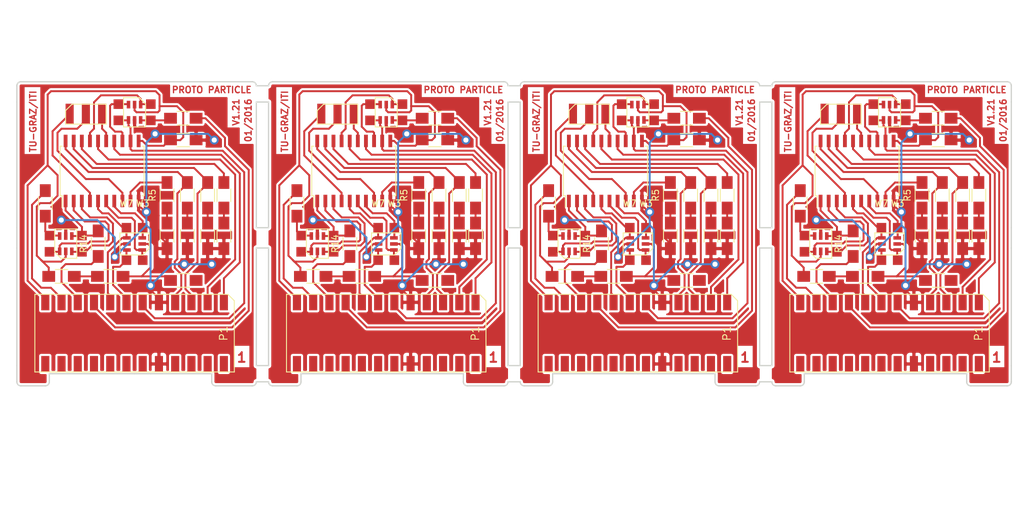
<source format=kicad_pcb>
(kicad_pcb (version 4) (host pcbnew 4.0.1-3.201512221401+6198~38~ubuntu15.10.1-stable)
  (title_block (title "Programmable Matter Particle") (date 2016-01-28) (rev 0.1) (company "Graz University of Technology") (comment 1 "Institute of Technical Informatics"))
  (layers (0 F.Cu signal) (31 B.Cu signal) (34 B.Paste user) (35 F.Paste user) (36 B.SilkS user) (37 F.SilkS user) (38 B.Mask user) (39 F.Mask user) (44 Edge.Cuts user))
  (net 0 "")
  (net 1 GND)
  (net 2 "Net-(D1-Pad2)")
  (net 3 "Net-(D2-Pad2)")
  (net 4 "Net-(D3-Pad2)")
  (net 5 "Net-(D4-Pad2)")
  (net 6 /TX-NORTH)
  (net 7 /TX-SOUTH)
  (net 8 /RX-SOUTH)
  (net 9 /PWR/TX-SOUTH)
  (net 10 /SW_PWR/RX-SOUTH)
  (net 11 /PWR/TX-CHAIN)
  (net 12 /SW_PWR/RX-CHAIN)
  (net 13 /RX-CHAIN)
  (net 14 /TP3)
  (net 15 /TP2)
  (net 16 /ERROR)
  (net 17 VCC)
  (net 18 /RX-NORTH)
  (net 19 /SW_PWR/RX-NORTH)
  (net 20 /TP1)
  (net 21 /PWR/TX-NORTH)
  (net 22 /STATUS1)
  (net 23 /SCK)
  (net 24 /RESET)
  (net 25 "Net-(Q-CHAIN1-Pad6)")
  (net 26 /TX-CHAIN)
  (net 27 /MISO/TXuart)
  (net 28 /MOSI/RXuart)
  (module Resistors_SMD:R_1206_HandSoldering (layer F.Cu) (at 210.185 107.315)
    (fp_text reference R9 hide)
    (fp_text value 0R)
    (pad 1 smd rect (at -2 0) (size 2 1.7) (layers F.Cu F.Paste F.Mask) (net 17 VCC))
    (pad 2 smd rect (at 2 0) (size 2 1.7) (layers F.Cu F.Paste F.Mask) (net 17 VCC))
  )
  (module Resistors_SMD:R_1206_HandSoldering (layer F.Cu) (at 198.755 106.68)
    (fp_text reference R10 hide)
    (fp_text value 0R)
    (pad 1 smd rect (at -2 0) (size 2 1.7) (layers F.Cu F.Paste F.Mask) (net 17 VCC))
    (pad 2 smd rect (at 2 0) (size 2 1.7) (layers F.Cu F.Paste F.Mask) (net 17 VCC))
  )
  (module Measurement_Points:Measurement_Point_Square-SMD-Pad_Small (layer F.Cu) (at 201.295 104.14)
    (fp_text reference W8 hide)
    (fp_text value TP4-S)
    (pad 1 smd rect (at 0 0) (size 1.50114 1.50114) (layers F.Cu F.Paste F.Mask) (net 7 /TX-SOUTH))
  )
  (module CONN_SMT_FCI_01x12_RIGHT_ANGLED-71607-312LF:01x12-FCI-71607-312LF (layer F.Cu) (at 202.565 115.57 180)
    (fp_text reference P1 (at -13.9192 -0.0508 270) (layer F.SilkS) (effects (font (size 1.2 1.2))))
    (fp_text value INTERFACE)
    (pad 1 smd rect (at -13.97 -4.825 180) (size 1.27 2.5) (layers F.Cu F.Paste F.Mask) (net 24 /RESET))
    (pad 1 smd rect (at -13.97 4.825 180) (size 1.27 2.5) (layers F.Cu F.Paste F.Mask) (net 24 /RESET))
    (pad 2 smd rect (at -11.43 -4.825 180) (size 1.27 2.5) (layers F.Cu F.Paste F.Mask) (net 23 /SCK))
    (pad 2 smd rect (at -11.43 4.825 180) (size 1.27 2.5) (layers F.Cu F.Paste F.Mask) (net 23 /SCK))
    (pad 3 smd rect (at -8.89 -4.825 180) (size 1.27 2.5) (layers F.Cu F.Paste F.Mask) (net 27 /MISO/TXuart))
    (pad 3 smd rect (at -8.89 4.825 180) (size 1.27 2.5) (layers F.Cu F.Paste F.Mask) (net 27 /MISO/TXuart))
    (pad 4 smd rect (at -6.35 -4.825 180) (size 1.27 2.5) (layers F.Cu F.Paste F.Mask) (net 28 /MOSI/RXuart))
    (pad 4 smd rect (at -6.35 4.825 180) (size 1.27 2.5) (layers F.Cu F.Paste F.Mask) (net 28 /MOSI/RXuart))
    (pad 5 smd rect (at -3.81 -4.825 180) (size 1.27 2.5) (layers F.Cu F.Paste F.Mask) (net 1 GND))
    (pad 5 smd rect (at -3.81 4.825 180) (size 1.27 2.5) (layers F.Cu F.Paste F.Mask) (net 1 GND))
    (pad 6 smd rect (at -1.27 -4.825 180) (size 1.27 2.5) (layers F.Cu F.Paste F.Mask) (net 18 /RX-NORTH))
    (pad 6 smd rect (at -1.27 4.825 180) (size 1.27 2.5) (layers F.Cu F.Paste F.Mask) (net 18 /RX-NORTH))
    (pad 7 smd rect (at 1.27 -4.825 180) (size 1.27 2.5) (layers F.Cu F.Paste F.Mask) (net 7 /TX-SOUTH))
    (pad 7 smd rect (at 1.27 4.825 180) (size 1.27 2.5) (layers F.Cu F.Paste F.Mask) (net 7 /TX-SOUTH))
    (pad 8 smd rect (at 3.81 -4.825 180) (size 1.27 2.5) (layers F.Cu F.Paste F.Mask) (net 8 /RX-SOUTH))
    (pad 8 smd rect (at 3.81 4.825 180) (size 1.27 2.5) (layers F.Cu F.Paste F.Mask) (net 8 /RX-SOUTH))
    (pad 9 smd rect (at 6.35 -4.825 180) (size 1.27 2.5) (layers F.Cu F.Paste F.Mask) (net 6 /TX-NORTH))
    (pad 9 smd rect (at 6.35 4.825 180) (size 1.27 2.5) (layers F.Cu F.Paste F.Mask) (net 6 /TX-NORTH))
    (pad 10 smd rect (at 8.89 -4.825 180) (size 1.27 2.5) (layers F.Cu F.Paste F.Mask) (net 13 /RX-CHAIN))
    (pad 10 smd rect (at 8.89 4.825 180) (size 1.27 2.5) (layers F.Cu F.Paste F.Mask) (net 13 /RX-CHAIN))
    (pad 11 smd rect (at 11.43 -4.825 180) (size 1.27 2.5) (layers F.Cu F.Paste F.Mask) (net 26 /TX-CHAIN))
    (pad 11 smd rect (at 11.43 4.825 180) (size 1.27 2.5) (layers F.Cu F.Paste F.Mask) (net 26 /TX-CHAIN))
    (pad 12 smd rect (at 13.97 -4.825 180) (size 1.27 2.5) (layers F.Cu F.Paste F.Mask) (net 17 VCC))
    (pad 12 smd rect (at 13.97 4.825 180) (size 1.27 2.5) (layers F.Cu F.Paste F.Mask) (net 17 VCC))
  )
  (module Capacitors_SMD:C_1206_HandSoldering (layer F.Cu) (at 210.185 85.344)
    (fp_text reference C1 hide)
    (fp_text value 100nF)
    (pad 1 smd rect (at -2 0) (size 2 1.6) (layers F.Cu F.Paste F.Mask) (net 17 VCC))
    (pad 2 smd rect (at 2 0) (size 2 1.6) (layers F.Cu F.Paste F.Mask) (net 1 GND))
  )
  (module Resistors_SMD:R_1206_HandSoldering (layer F.Cu) (at 216.535 93.98 90)
    (fp_text reference R4 hide)
    (fp_text value 1k2)
    (pad 1 smd rect (at -2 0 90) (size 2 1.7) (layers F.Cu F.Paste F.Mask) (net 4 "Net-(D3-Pad2)"))
    (pad 2 smd rect (at 2 0 90) (size 2 1.7) (layers F.Cu F.Paste F.Mask) (net 22 /STATUS1))
  )
  (module Resistors_SMD:R_1206_HandSoldering (layer F.Cu) (at 213.995 93.98 90)
    (fp_text reference R3 hide)
    (fp_text value 1k2)
    (pad 1 smd rect (at -2 0 90) (size 2 1.7) (layers F.Cu F.Paste F.Mask) (net 3 "Net-(D2-Pad2)"))
    (pad 2 smd rect (at 2 0 90) (size 2 1.7) (layers F.Cu F.Paste F.Mask) (net 27 /MISO/TXuart))
  )
  (module Resistors_SMD:R_1206_HandSoldering (layer F.Cu) (at 210.82 93.98 90)
    (fp_text reference R2 hide)
    (fp_text value 1k2)
    (pad 1 smd rect (at -2 0 90) (size 2 1.7) (layers F.Cu F.Paste F.Mask) (net 2 "Net-(D1-Pad2)"))
    (pad 2 smd rect (at 2 0 90) (size 2 1.7) (layers F.Cu F.Paste F.Mask) (net 28 /MOSI/RXuart))
  )
  (module Resistors_SMD:R_1206_HandSoldering (layer F.Cu) (at 210.185 81.915)
    (fp_text reference R8 hide)
    (fp_text value 0R)
    (pad 1 smd rect (at -2 0) (size 2 1.7) (layers F.Cu F.Paste F.Mask) (net 6 /TX-NORTH))
    (pad 2 smd rect (at 2 0) (size 2 1.7) (layers F.Cu F.Paste F.Mask) (net 6 /TX-NORTH))
  )
  (module Resistors_SMD:R_1206_HandSoldering (layer F.Cu) (at 207.645 93.98 90)
    (fp_text reference R5 (at 0 -2.3 90) (layer F.SilkS))
    (fp_text value 1k2)
    (pad 1 smd rect (at -2 0 90) (size 2 1.7) (layers F.Cu F.Paste F.Mask) (net 5 "Net-(D4-Pad2)"))
    (pad 2 smd rect (at 2 0 90) (size 2 1.7) (layers F.Cu F.Paste F.Mask) (net 16 /ERROR))
  )
  (module Resistors_SMD:R_1206_HandSoldering (layer F.Cu) (at 188.595 95.25 270)
    (fp_text reference R12 hide)
    (fp_text value 1k2)
    (pad 1 smd rect (at -2 0 270) (size 2 1.7) (layers F.Cu F.Paste F.Mask) (net 26 /TX-CHAIN))
    (pad 2 smd rect (at 2 0 270) (size 2 1.7) (layers F.Cu F.Paste F.Mask) (net 25 "Net-(Q-CHAIN1-Pad6)"))
  )
  (module Measurement_Points:Measurement_Point_Square-SMD-Pad_Small (layer F.Cu) (at 189.254429 102.830571 270)
    (fp_text reference W12 hide)
    (fp_text value TP4-C)
    (pad 1 smd rect (at 0 0 270) (size 1.50114 1.50114) (layers F.Cu F.Paste F.Mask) (net 11 /PWR/TX-CHAIN))
  )
  (module Measurement_Points:Measurement_Point_Square-SMD-Pad_Small (layer F.Cu) (at 194.334429 102.830571 270)
    (fp_text reference W11 hide)
    (fp_text value TP2-C)
    (pad 1 smd rect (at 0 0 270) (size 1.50114 1.50114) (layers F.Cu F.Paste F.Mask) (net 12 /SW_PWR/RX-CHAIN))
  )
  (module Measurement_Points:Measurement_Point_Square-SMD-Pad_Small (layer F.Cu) (at 194.334429 100.290571 270)
    (fp_text reference W9 hide)
    (fp_text value TP1-C)
    (pad 1 smd rect (at 0 0 270) (size 1.50114 1.50114) (layers F.Cu F.Paste F.Mask) (net 13 /RX-CHAIN))
  )
  (module sot26:SOT-26 (layer F.Cu) (at 191.794429 101.560571)
    (fp_text reference Q-CHAIN1 hide)
    (fp_text value DMC2700UDM-7)
    (pad 6 smd rect (at -0.95 -1.2) (size 0.55 1.2) (layers F.Cu F.Paste F.Mask) (net 25 "Net-(Q-CHAIN1-Pad6)"))
    (pad 1 smd rect (at -0.95 1.2) (size 0.55 1.2) (layers F.Cu F.Paste F.Mask) (net 11 /PWR/TX-CHAIN))
    (pad 5 smd rect (at 0 -1.2) (size 0.55 1.2) (layers F.Cu F.Paste F.Mask) (net 1 GND))
    (pad 2 smd rect (at 0 1.2) (size 0.55 1.2) (layers F.Cu F.Paste F.Mask) (net 17 VCC))
    (pad 4 smd rect (at 0.95 -1.2) (size 0.55 1.2) (layers F.Cu F.Paste F.Mask) (net 13 /RX-CHAIN))
    (pad 3 smd rect (at 0.95 1.2) (size 0.55 1.2) (layers F.Cu F.Paste F.Mask) (net 12 /SW_PWR/RX-CHAIN))
  )
  (module Measurement_Points:Measurement_Point_Square-SMD-Pad_Small (layer F.Cu) (at 189.254429 100.290571 270)
    (fp_text reference W10 hide)
    (fp_text value TP3-C)
    (pad 1 smd rect (at 0 0 270) (size 1.50114 1.50114) (layers F.Cu F.Paste F.Mask) (net 25 "Net-(Q-CHAIN1-Pad6)"))
  )
  (module Resistors_SMD:R_1206_HandSoldering (layer F.Cu) (at 191.135 106.68)
    (fp_text reference R11 hide)
    (fp_text value 0R)
    (pad 1 smd rect (at -2 0) (size 2 1.7) (layers F.Cu F.Paste F.Mask) (net 17 VCC))
    (pad 2 smd rect (at 2 0) (size 2 1.7) (layers F.Cu F.Paste F.Mask) (net 17 VCC))
  )
  (module Measurement_Points:Measurement_Point_Square-SMD-Pad_Small (layer F.Cu) (at 203.835 99.06)
    (fp_text reference W3 (at 0 -3.81) (layer F.SilkS))
    (fp_text value TP1-S)
    (pad 1 smd rect (at 0 0) (size 1.50114 1.50114) (layers F.Cu F.Paste F.Mask) (net 10 /SW_PWR/RX-SOUTH))
  )
  (module sot26:SOT-26 (layer F.Cu) (at 202.565 101.6 90)
    (fp_text reference Q-SOUTH1 hide)
    (fp_text value DMC2700UDM-7)
    (pad 6 smd rect (at -0.95 -1.2 90) (size 0.55 1.2) (layers F.Cu F.Paste F.Mask) (net 7 /TX-SOUTH))
    (pad 1 smd rect (at -0.95 1.2 90) (size 0.55 1.2) (layers F.Cu F.Paste F.Mask) (net 9 /PWR/TX-SOUTH))
    (pad 5 smd rect (at 0 -1.2 90) (size 0.55 1.2) (layers F.Cu F.Paste F.Mask) (net 1 GND))
    (pad 2 smd rect (at 0 1.2 90) (size 0.55 1.2) (layers F.Cu F.Paste F.Mask) (net 17 VCC))
    (pad 4 smd rect (at 0.95 -1.2 90) (size 0.55 1.2) (layers F.Cu F.Paste F.Mask) (net 8 /RX-SOUTH))
    (pad 3 smd rect (at 0.95 1.2 90) (size 0.55 1.2) (layers F.Cu F.Paste F.Mask) (net 10 /SW_PWR/RX-SOUTH))
  )
  (module Resistors_SMD:R_1206_HandSoldering (layer F.Cu) (at 196.874429 101.560571 90)
    (fp_text reference R14 (at 0 -2.3 90) (layer F.SilkS))
    (fp_text value 0R)
    (pad 1 smd rect (at -2 0 90) (size 2 1.7) (layers F.Cu F.Paste F.Mask) (net 13 /RX-CHAIN))
    (pad 2 smd rect (at 2 0 90) (size 2 1.7) (layers F.Cu F.Paste F.Mask) (net 13 /RX-CHAIN))
  )
  (module Measurement_Points:Measurement_Point_Square-SMD-Pad_Small (layer F.Cu) (at 203.835 104.14)
    (fp_text reference W4 hide)
    (fp_text value TP3-S)
    (pad 1 smd rect (at 0 0) (size 1.50114 1.50114) (layers F.Cu F.Paste F.Mask) (net 9 /PWR/TX-SOUTH))
  )
  (module Measurement_Points:Measurement_Point_Square-SMD-Pad_Small (layer F.Cu) (at 201.295 99.06)
    (fp_text reference W7 (at 0 -3.81) (layer F.SilkS))
    (fp_text value TP2-S)
    (pad 1 smd rect (at 0 0) (size 1.50114 1.50114) (layers F.Cu F.Paste F.Mask) (net 8 /RX-SOUTH))
  )
  (module Resistors_SMD:R_1206_HandSoldering (layer F.Cu) (at 174.625 93.98 90)
    (fp_text reference R3 hide)
    (fp_text value 1k2)
    (pad 1 smd rect (at -2 0 90) (size 2 1.7) (layers F.Cu F.Paste F.Mask) (net 3 "Net-(D2-Pad2)"))
    (pad 2 smd rect (at 2 0 90) (size 2 1.7) (layers F.Cu F.Paste F.Mask) (net 27 /MISO/TXuart))
  )
  (module Resistors_SMD:R_1206_HandSoldering (layer F.Cu) (at 177.165 93.98 90)
    (fp_text reference R4 hide)
    (fp_text value 1k2)
    (pad 1 smd rect (at -2 0 90) (size 2 1.7) (layers F.Cu F.Paste F.Mask) (net 4 "Net-(D3-Pad2)"))
    (pad 2 smd rect (at 2 0 90) (size 2 1.7) (layers F.Cu F.Paste F.Mask) (net 22 /STATUS1))
  )
  (module Resistors_SMD:R_1206_HandSoldering (layer F.Cu) (at 177.165 100.33 90)
    (fp_text reference D3 hide)
    (fp_text value STATUS1)
    (pad 1 smd rect (at -2 0 90) (size 2 1.7) (layers F.Cu F.Paste F.Mask) (net 1 GND))
    (pad 2 smd rect (at 2 0 90) (size 2 1.7) (layers F.Cu F.Paste F.Mask) (net 4 "Net-(D3-Pad2)"))
  )
  (module Resistors_SMD:R_1206_HandSoldering (layer F.Cu) (at 174.625 100.33 90)
    (fp_text reference D2 hide)
    (fp_text value STATUS0)
    (pad 1 smd rect (at -2 0 90) (size 2 1.7) (layers F.Cu F.Paste F.Mask) (net 1 GND))
    (pad 2 smd rect (at 2 0 90) (size 2 1.7) (layers F.Cu F.Paste F.Mask) (net 3 "Net-(D2-Pad2)"))
  )
  (module Resistors_SMD:R_1206_HandSoldering (layer F.Cu) (at 216.535 100.33 90)
    (fp_text reference D3 hide)
    (fp_text value STATUS1)
    (pad 1 smd rect (at -2 0 90) (size 2 1.7) (layers F.Cu F.Paste F.Mask) (net 1 GND))
    (pad 2 smd rect (at 2 0 90) (size 2 1.7) (layers F.Cu F.Paste F.Mask) (net 4 "Net-(D3-Pad2)"))
  )
  (module Resistors_SMD:R_1206_HandSoldering (layer F.Cu) (at 210.82 100.33 90)
    (fp_text reference D1 hide)
    (fp_text value HEARTBEAT)
    (pad 1 smd rect (at -2 0 90) (size 2 1.7) (layers F.Cu F.Paste F.Mask) (net 1 GND))
    (pad 2 smd rect (at 2 0 90) (size 2 1.7) (layers F.Cu F.Paste F.Mask) (net 2 "Net-(D1-Pad2)"))
  )
  (module Resistors_SMD:R_1206_HandSoldering (layer F.Cu) (at 213.995 100.33 90)
    (fp_text reference D2 hide)
    (fp_text value STATUS0)
    (pad 1 smd rect (at -2 0 90) (size 2 1.7) (layers F.Cu F.Paste F.Mask) (net 1 GND))
    (pad 2 smd rect (at 2 0 90) (size 2 1.7) (layers F.Cu F.Paste F.Mask) (net 3 "Net-(D2-Pad2)"))
  )
  (module Resistors_SMD:R_1206_HandSoldering (layer F.Cu) (at 207.645 100.33 90)
    (fp_text reference D4 hide)
    (fp_text value ERROR)
    (pad 1 smd rect (at -2 0 90) (size 2 1.7) (layers F.Cu F.Paste F.Mask) (net 1 GND))
    (pad 2 smd rect (at 2 0 90) (size 2 1.7) (layers F.Cu F.Paste F.Mask) (net 5 "Net-(D4-Pad2)"))
  )
  (module SMT_PIN_HEADER:CONN-1x3 (layer F.Cu) (at 194.945 81.28)
    (fp_text reference P2 hide)
    (fp_text value MCU_TEST)
    (pad 1 smd rect (at -2.54 -0.04) (size 1.27 3.2) (layers F.Cu F.Paste F.Mask) (net 14 /TP3))
    (pad 2 smd rect (at 0 -0.04) (size 1.27 3.2) (layers F.Cu F.Paste F.Mask) (net 15 /TP2))
    (pad 3 smd rect (at 2.54 -0.04) (size 1.27 3.2) (layers F.Cu F.Paste F.Mask) (net 20 /TP1))
  )
  (module Measurement_Points:Measurement_Point_Square-SMD-Pad_Small (layer F.Cu) (at 205.105 82.25)
    (fp_text reference W6 hide)
    (fp_text value TP4-N)
    (pad 1 smd rect (at 0 0) (size 1.50114 1.50114) (layers F.Cu F.Paste F.Mask) (net 6 /TX-NORTH))
  )
  (module Measurement_Points:Measurement_Point_Square-SMD-Pad_Small (layer F.Cu) (at 200.025 82.25)
    (fp_text reference W5 hide)
    (fp_text value TP2-N)
    (pad 1 smd rect (at 0 0) (size 1.50114 1.50114) (layers F.Cu F.Paste F.Mask) (net 18 /RX-NORTH))
  )
  (module Measurement_Points:Measurement_Point_Square-SMD-Pad_Small (layer F.Cu) (at 205.105 79.71)
    (fp_text reference W2 hide)
    (fp_text value TP3-N)
    (pad 1 smd rect (at 0 0) (size 1.50114 1.50114) (layers F.Cu F.Paste F.Mask) (net 21 /PWR/TX-NORTH))
  )
  (module Measurement_Points:Measurement_Point_Square-SMD-Pad_Small (layer F.Cu) (at 200.025 79.71)
    (fp_text reference W1 hide)
    (fp_text value TP1-N)
    (pad 1 smd rect (at 0 0) (size 1.50114 1.50114) (layers F.Cu F.Paste F.Mask) (net 19 /SW_PWR/RX-NORTH))
  )
  (module sot26:SOT-26 (layer F.Cu) (at 202.565 80.98 180)
    (fp_text reference Q-NORTH1 hide)
    (fp_text value DMC2700UDM-7)
    (pad 6 smd rect (at -0.95 -1.2 180) (size 0.55 1.2) (layers F.Cu F.Paste F.Mask) (net 6 /TX-NORTH))
    (pad 1 smd rect (at -0.95 1.2 180) (size 0.55 1.2) (layers F.Cu F.Paste F.Mask) (net 21 /PWR/TX-NORTH))
    (pad 5 smd rect (at 0 -1.2 180) (size 0.55 1.2) (layers F.Cu F.Paste F.Mask) (net 1 GND))
    (pad 2 smd rect (at 0 1.2 180) (size 0.55 1.2) (layers F.Cu F.Paste F.Mask) (net 17 VCC))
    (pad 4 smd rect (at 0.95 -1.2 180) (size 0.55 1.2) (layers F.Cu F.Paste F.Mask) (net 18 /RX-NORTH))
    (pad 3 smd rect (at 0.95 1.2 180) (size 0.55 1.2) (layers F.Cu F.Paste F.Mask) (net 19 /SW_PWR/RX-NORTH))
  )
  (module Housings_SOIC:SOIC-20_7.5x12.8mm_Pitch1.27mm (layer F.Cu) (at 197.485 90.17 90)
    (fp_text reference IC1 hide)
    (fp_text value ATTINY1634-SU)
    (pad 1 smd rect (at -4.7 -5.715 90) (size 1.95 0.6) (layers F.Cu F.Paste F.Mask) (net 13 /RX-CHAIN))
    (pad 2 smd rect (at -4.7 -4.445 90) (size 1.95 0.6) (layers F.Cu F.Paste F.Mask) (net 11 /PWR/TX-CHAIN))
    (pad 3 smd rect (at -4.7 -3.175 90) (size 1.95 0.6) (layers F.Cu F.Paste F.Mask) (net 12 /SW_PWR/RX-CHAIN))
    (pad 4 smd rect (at -4.7 -1.905 90) (size 1.95 0.6) (layers F.Cu F.Paste F.Mask) (net 14 /TP3))
    (pad 5 smd rect (at -4.7 -0.635 90) (size 1.95 0.6) (layers F.Cu F.Paste F.Mask) (net 8 /RX-SOUTH))
    (pad 6 smd rect (at -4.7 0.635 90) (size 1.95 0.6) (layers F.Cu F.Paste F.Mask) (net 9 /PWR/TX-SOUTH))
    (pad 7 smd rect (at -4.7 1.905 90) (size 1.95 0.6) (layers F.Cu F.Paste F.Mask) (net 10 /SW_PWR/RX-SOUTH))
    (pad 8 smd rect (at -4.7 3.175 90) (size 1.95 0.6) (layers F.Cu F.Paste F.Mask) (net 15 /TP2))
    (pad 9 smd rect (at -4.7 4.445 90) (size 1.95 0.6) (layers F.Cu F.Paste F.Mask) (net 16 /ERROR))
    (pad 10 smd rect (at -4.7 5.715 90) (size 1.95 0.6) (layers F.Cu F.Paste F.Mask) (net 1 GND))
    (pad 11 smd rect (at 4.7 5.715 90) (size 1.95 0.6) (layers F.Cu F.Paste F.Mask) (net 17 VCC))
    (pad 12 smd rect (at 4.7 4.445 90) (size 1.95 0.6) (layers F.Cu F.Paste F.Mask) (net 18 /RX-NORTH))
    (pad 13 smd rect (at 4.7 3.175 90) (size 1.95 0.6) (layers F.Cu F.Paste F.Mask) (net 19 /SW_PWR/RX-NORTH))
    (pad 14 smd rect (at 4.7 1.905 90) (size 1.95 0.6) (layers F.Cu F.Paste F.Mask) (net 24 /RESET))
    (pad 15 smd rect (at 4.7 0.635 90) (size 1.95 0.6) (layers F.Cu F.Paste F.Mask) (net 20 /TP1))
    (pad 16 smd rect (at 4.7 -0.635 90) (size 1.95 0.6) (layers F.Cu F.Paste F.Mask) (net 23 /SCK))
    (pad 17 smd rect (at 4.7 -1.905 90) (size 1.95 0.6) (layers F.Cu F.Paste F.Mask) (net 21 /PWR/TX-NORTH))
    (pad 18 smd rect (at 4.7 -3.175 90) (size 1.95 0.6) (layers F.Cu F.Paste F.Mask) (net 22 /STATUS1))
    (pad 19 smd rect (at 4.7 -4.445 90) (size 1.95 0.6) (layers F.Cu F.Paste F.Mask) (net 27 /MISO/TXuart))
    (pad 20 smd rect (at 4.7 -5.715 90) (size 1.95 0.6) (layers F.Cu F.Paste F.Mask) (net 28 /MOSI/RXuart))
  )
  (module Measurement_Points:Measurement_Point_Square-SMD-Pad_Small (layer F.Cu) (at 165.735 79.71)
    (fp_text reference W2 hide)
    (fp_text value TP3-N)
    (pad 1 smd rect (at 0 0) (size 1.50114 1.50114) (layers F.Cu F.Paste F.Mask) (net 21 /PWR/TX-NORTH))
  )
  (module sot26:SOT-26 (layer F.Cu) (at 163.195 80.98 180)
    (fp_text reference Q-NORTH1 hide)
    (fp_text value DMC2700UDM-7)
    (pad 6 smd rect (at -0.95 -1.2 180) (size 0.55 1.2) (layers F.Cu F.Paste F.Mask) (net 6 /TX-NORTH))
    (pad 1 smd rect (at -0.95 1.2 180) (size 0.55 1.2) (layers F.Cu F.Paste F.Mask) (net 21 /PWR/TX-NORTH))
    (pad 5 smd rect (at 0 -1.2 180) (size 0.55 1.2) (layers F.Cu F.Paste F.Mask) (net 1 GND))
    (pad 2 smd rect (at 0 1.2 180) (size 0.55 1.2) (layers F.Cu F.Paste F.Mask) (net 17 VCC))
    (pad 4 smd rect (at 0.95 -1.2 180) (size 0.55 1.2) (layers F.Cu F.Paste F.Mask) (net 18 /RX-NORTH))
    (pad 3 smd rect (at 0.95 1.2 180) (size 0.55 1.2) (layers F.Cu F.Paste F.Mask) (net 19 /SW_PWR/RX-NORTH))
  )
  (module Measurement_Points:Measurement_Point_Square-SMD-Pad_Small (layer F.Cu) (at 160.655 79.71)
    (fp_text reference W1 hide)
    (fp_text value TP1-N)
    (pad 1 smd rect (at 0 0) (size 1.50114 1.50114) (layers F.Cu F.Paste F.Mask) (net 19 /SW_PWR/RX-NORTH))
  )
  (module Measurement_Points:Measurement_Point_Square-SMD-Pad_Small (layer F.Cu) (at 165.735 82.25)
    (fp_text reference W6 hide)
    (fp_text value TP4-N)
    (pad 1 smd rect (at 0 0) (size 1.50114 1.50114) (layers F.Cu F.Paste F.Mask) (net 6 /TX-NORTH))
  )
  (module Housings_SOIC:SOIC-20_7.5x12.8mm_Pitch1.27mm (layer F.Cu) (at 158.115 90.17 90)
    (fp_text reference IC1 hide)
    (fp_text value ATTINY1634-SU)
    (pad 1 smd rect (at -4.7 -5.715 90) (size 1.95 0.6) (layers F.Cu F.Paste F.Mask) (net 13 /RX-CHAIN))
    (pad 2 smd rect (at -4.7 -4.445 90) (size 1.95 0.6) (layers F.Cu F.Paste F.Mask) (net 11 /PWR/TX-CHAIN))
    (pad 3 smd rect (at -4.7 -3.175 90) (size 1.95 0.6) (layers F.Cu F.Paste F.Mask) (net 12 /SW_PWR/RX-CHAIN))
    (pad 4 smd rect (at -4.7 -1.905 90) (size 1.95 0.6) (layers F.Cu F.Paste F.Mask) (net 14 /TP3))
    (pad 5 smd rect (at -4.7 -0.635 90) (size 1.95 0.6) (layers F.Cu F.Paste F.Mask) (net 8 /RX-SOUTH))
    (pad 6 smd rect (at -4.7 0.635 90) (size 1.95 0.6) (layers F.Cu F.Paste F.Mask) (net 9 /PWR/TX-SOUTH))
    (pad 7 smd rect (at -4.7 1.905 90) (size 1.95 0.6) (layers F.Cu F.Paste F.Mask) (net 10 /SW_PWR/RX-SOUTH))
    (pad 8 smd rect (at -4.7 3.175 90) (size 1.95 0.6) (layers F.Cu F.Paste F.Mask) (net 15 /TP2))
    (pad 9 smd rect (at -4.7 4.445 90) (size 1.95 0.6) (layers F.Cu F.Paste F.Mask) (net 16 /ERROR))
    (pad 10 smd rect (at -4.7 5.715 90) (size 1.95 0.6) (layers F.Cu F.Paste F.Mask) (net 1 GND))
    (pad 11 smd rect (at 4.7 5.715 90) (size 1.95 0.6) (layers F.Cu F.Paste F.Mask) (net 17 VCC))
    (pad 12 smd rect (at 4.7 4.445 90) (size 1.95 0.6) (layers F.Cu F.Paste F.Mask) (net 18 /RX-NORTH))
    (pad 13 smd rect (at 4.7 3.175 90) (size 1.95 0.6) (layers F.Cu F.Paste F.Mask) (net 19 /SW_PWR/RX-NORTH))
    (pad 14 smd rect (at 4.7 1.905 90) (size 1.95 0.6) (layers F.Cu F.Paste F.Mask) (net 24 /RESET))
    (pad 15 smd rect (at 4.7 0.635 90) (size 1.95 0.6) (layers F.Cu F.Paste F.Mask) (net 20 /TP1))
    (pad 16 smd rect (at 4.7 -0.635 90) (size 1.95 0.6) (layers F.Cu F.Paste F.Mask) (net 23 /SCK))
    (pad 17 smd rect (at 4.7 -1.905 90) (size 1.95 0.6) (layers F.Cu F.Paste F.Mask) (net 21 /PWR/TX-NORTH))
    (pad 18 smd rect (at 4.7 -3.175 90) (size 1.95 0.6) (layers F.Cu F.Paste F.Mask) (net 22 /STATUS1))
    (pad 19 smd rect (at 4.7 -4.445 90) (size 1.95 0.6) (layers F.Cu F.Paste F.Mask) (net 27 /MISO/TXuart))
    (pad 20 smd rect (at 4.7 -5.715 90) (size 1.95 0.6) (layers F.Cu F.Paste F.Mask) (net 28 /MOSI/RXuart))
  )
  (module Measurement_Points:Measurement_Point_Square-SMD-Pad_Small (layer F.Cu) (at 160.655 82.25)
    (fp_text reference W5 hide)
    (fp_text value TP2-N)
    (pad 1 smd rect (at 0 0) (size 1.50114 1.50114) (layers F.Cu F.Paste F.Mask) (net 18 /RX-NORTH))
  )
  (module Resistors_SMD:R_1206_HandSoldering (layer F.Cu) (at 149.225 95.25 270)
    (fp_text reference R12 hide)
    (fp_text value 1k2)
    (pad 1 smd rect (at -2 0 270) (size 2 1.7) (layers F.Cu F.Paste F.Mask) (net 26 /TX-CHAIN))
    (pad 2 smd rect (at 2 0 270) (size 2 1.7) (layers F.Cu F.Paste F.Mask) (net 25 "Net-(Q-CHAIN1-Pad6)"))
  )
  (module SMT_PIN_HEADER:CONN-1x3 (layer F.Cu) (at 155.575 81.28)
    (fp_text reference P2 hide)
    (fp_text value MCU_TEST)
    (pad 1 smd rect (at -2.54 -0.04) (size 1.27 3.2) (layers F.Cu F.Paste F.Mask) (net 14 /TP3))
    (pad 2 smd rect (at 0 -0.04) (size 1.27 3.2) (layers F.Cu F.Paste F.Mask) (net 15 /TP2))
    (pad 3 smd rect (at 2.54 -0.04) (size 1.27 3.2) (layers F.Cu F.Paste F.Mask) (net 20 /TP1))
  )
  (module Measurement_Points:Measurement_Point_Square-SMD-Pad_Small (layer F.Cu) (at 164.465 104.14)
    (fp_text reference W4 hide)
    (fp_text value TP3-S)
    (pad 1 smd rect (at 0 0) (size 1.50114 1.50114) (layers F.Cu F.Paste F.Mask) (net 9 /PWR/TX-SOUTH))
  )
  (module Measurement_Points:Measurement_Point_Square-SMD-Pad_Small (layer F.Cu) (at 164.465 99.06)
    (fp_text reference W3 (at 0 -3.81) (layer F.SilkS))
    (fp_text value TP1-S)
    (pad 1 smd rect (at 0 0) (size 1.50114 1.50114) (layers F.Cu F.Paste F.Mask) (net 10 /SW_PWR/RX-SOUTH))
  )
  (module Measurement_Points:Measurement_Point_Square-SMD-Pad_Small (layer F.Cu) (at 161.925 104.14)
    (fp_text reference W8 hide)
    (fp_text value TP4-S)
    (pad 1 smd rect (at 0 0) (size 1.50114 1.50114) (layers F.Cu F.Paste F.Mask) (net 7 /TX-SOUTH))
  )
  (module Measurement_Points:Measurement_Point_Square-SMD-Pad_Small (layer F.Cu) (at 161.925 99.06)
    (fp_text reference W7 (at 0 -3.81) (layer F.SilkS))
    (fp_text value TP2-S)
    (pad 1 smd rect (at 0 0) (size 1.50114 1.50114) (layers F.Cu F.Paste F.Mask) (net 8 /RX-SOUTH))
  )
  (module sot26:SOT-26 (layer F.Cu) (at 163.195 101.6 90)
    (fp_text reference Q-SOUTH1 hide)
    (fp_text value DMC2700UDM-7)
    (pad 6 smd rect (at -0.95 -1.2 90) (size 0.55 1.2) (layers F.Cu F.Paste F.Mask) (net 7 /TX-SOUTH))
    (pad 1 smd rect (at -0.95 1.2 90) (size 0.55 1.2) (layers F.Cu F.Paste F.Mask) (net 9 /PWR/TX-SOUTH))
    (pad 5 smd rect (at 0 -1.2 90) (size 0.55 1.2) (layers F.Cu F.Paste F.Mask) (net 1 GND))
    (pad 2 smd rect (at 0 1.2 90) (size 0.55 1.2) (layers F.Cu F.Paste F.Mask) (net 17 VCC))
    (pad 4 smd rect (at 0.95 -1.2 90) (size 0.55 1.2) (layers F.Cu F.Paste F.Mask) (net 8 /RX-SOUTH))
    (pad 3 smd rect (at 0.95 1.2 90) (size 0.55 1.2) (layers F.Cu F.Paste F.Mask) (net 10 /SW_PWR/RX-SOUTH))
  )
  (module Resistors_SMD:R_1206_HandSoldering (layer F.Cu) (at 170.815 107.315)
    (fp_text reference R9 hide)
    (fp_text value 0R)
    (pad 1 smd rect (at -2 0) (size 2 1.7) (layers F.Cu F.Paste F.Mask) (net 17 VCC))
    (pad 2 smd rect (at 2 0) (size 2 1.7) (layers F.Cu F.Paste F.Mask) (net 17 VCC))
  )
  (module Resistors_SMD:R_1206_HandSoldering (layer F.Cu) (at 171.45 100.33 90)
    (fp_text reference D1 hide)
    (fp_text value HEARTBEAT)
    (pad 1 smd rect (at -2 0 90) (size 2 1.7) (layers F.Cu F.Paste F.Mask) (net 1 GND))
    (pad 2 smd rect (at 2 0 90) (size 2 1.7) (layers F.Cu F.Paste F.Mask) (net 2 "Net-(D1-Pad2)"))
  )
  (module Resistors_SMD:R_1206_HandSoldering (layer F.Cu) (at 168.275 100.33 90)
    (fp_text reference D4 hide)
    (fp_text value ERROR)
    (pad 1 smd rect (at -2 0 90) (size 2 1.7) (layers F.Cu F.Paste F.Mask) (net 1 GND))
    (pad 2 smd rect (at 2 0 90) (size 2 1.7) (layers F.Cu F.Paste F.Mask) (net 5 "Net-(D4-Pad2)"))
  )
  (module Measurement_Points:Measurement_Point_Square-SMD-Pad_Small (layer F.Cu) (at 154.964429 102.830571 270)
    (fp_text reference W11 hide)
    (fp_text value TP2-C)
    (pad 1 smd rect (at 0 0 270) (size 1.50114 1.50114) (layers F.Cu F.Paste F.Mask) (net 12 /SW_PWR/RX-CHAIN))
  )
  (module Measurement_Points:Measurement_Point_Square-SMD-Pad_Small (layer F.Cu) (at 154.964429 100.290571 270)
    (fp_text reference W9 hide)
    (fp_text value TP1-C)
    (pad 1 smd rect (at 0 0 270) (size 1.50114 1.50114) (layers F.Cu F.Paste F.Mask) (net 13 /RX-CHAIN))
  )
  (module Resistors_SMD:R_1206_HandSoldering (layer F.Cu) (at 159.385 106.68)
    (fp_text reference R10 hide)
    (fp_text value 0R)
    (pad 1 smd rect (at -2 0) (size 2 1.7) (layers F.Cu F.Paste F.Mask) (net 17 VCC))
    (pad 2 smd rect (at 2 0) (size 2 1.7) (layers F.Cu F.Paste F.Mask) (net 17 VCC))
  )
  (module CONN_SMT_FCI_01x12_RIGHT_ANGLED-71607-312LF:01x12-FCI-71607-312LF (layer F.Cu) (at 163.195 115.57 180)
    (fp_text reference P1 (at -13.9192 -0.0508 270) (layer F.SilkS) (effects (font (size 1.2 1.2))))
    (fp_text value INTERFACE)
    (pad 1 smd rect (at -13.97 -4.825 180) (size 1.27 2.5) (layers F.Cu F.Paste F.Mask) (net 24 /RESET))
    (pad 1 smd rect (at -13.97 4.825 180) (size 1.27 2.5) (layers F.Cu F.Paste F.Mask) (net 24 /RESET))
    (pad 2 smd rect (at -11.43 -4.825 180) (size 1.27 2.5) (layers F.Cu F.Paste F.Mask) (net 23 /SCK))
    (pad 2 smd rect (at -11.43 4.825 180) (size 1.27 2.5) (layers F.Cu F.Paste F.Mask) (net 23 /SCK))
    (pad 3 smd rect (at -8.89 -4.825 180) (size 1.27 2.5) (layers F.Cu F.Paste F.Mask) (net 27 /MISO/TXuart))
    (pad 3 smd rect (at -8.89 4.825 180) (size 1.27 2.5) (layers F.Cu F.Paste F.Mask) (net 27 /MISO/TXuart))
    (pad 4 smd rect (at -6.35 -4.825 180) (size 1.27 2.5) (layers F.Cu F.Paste F.Mask) (net 28 /MOSI/RXuart))
    (pad 4 smd rect (at -6.35 4.825 180) (size 1.27 2.5) (layers F.Cu F.Paste F.Mask) (net 28 /MOSI/RXuart))
    (pad 5 smd rect (at -3.81 -4.825 180) (size 1.27 2.5) (layers F.Cu F.Paste F.Mask) (net 1 GND))
    (pad 5 smd rect (at -3.81 4.825 180) (size 1.27 2.5) (layers F.Cu F.Paste F.Mask) (net 1 GND))
    (pad 6 smd rect (at -1.27 -4.825 180) (size 1.27 2.5) (layers F.Cu F.Paste F.Mask) (net 18 /RX-NORTH))
    (pad 6 smd rect (at -1.27 4.825 180) (size 1.27 2.5) (layers F.Cu F.Paste F.Mask) (net 18 /RX-NORTH))
    (pad 7 smd rect (at 1.27 -4.825 180) (size 1.27 2.5) (layers F.Cu F.Paste F.Mask) (net 7 /TX-SOUTH))
    (pad 7 smd rect (at 1.27 4.825 180) (size 1.27 2.5) (layers F.Cu F.Paste F.Mask) (net 7 /TX-SOUTH))
    (pad 8 smd rect (at 3.81 -4.825 180) (size 1.27 2.5) (layers F.Cu F.Paste F.Mask) (net 8 /RX-SOUTH))
    (pad 8 smd rect (at 3.81 4.825 180) (size 1.27 2.5) (layers F.Cu F.Paste F.Mask) (net 8 /RX-SOUTH))
    (pad 9 smd rect (at 6.35 -4.825 180) (size 1.27 2.5) (layers F.Cu F.Paste F.Mask) (net 6 /TX-NORTH))
    (pad 9 smd rect (at 6.35 4.825 180) (size 1.27 2.5) (layers F.Cu F.Paste F.Mask) (net 6 /TX-NORTH))
    (pad 10 smd rect (at 8.89 -4.825 180) (size 1.27 2.5) (layers F.Cu F.Paste F.Mask) (net 13 /RX-CHAIN))
    (pad 10 smd rect (at 8.89 4.825 180) (size 1.27 2.5) (layers F.Cu F.Paste F.Mask) (net 13 /RX-CHAIN))
    (pad 11 smd rect (at 11.43 -4.825 180) (size 1.27 2.5) (layers F.Cu F.Paste F.Mask) (net 26 /TX-CHAIN))
    (pad 11 smd rect (at 11.43 4.825 180) (size 1.27 2.5) (layers F.Cu F.Paste F.Mask) (net 26 /TX-CHAIN))
    (pad 12 smd rect (at 13.97 -4.825 180) (size 1.27 2.5) (layers F.Cu F.Paste F.Mask) (net 17 VCC))
    (pad 12 smd rect (at 13.97 4.825 180) (size 1.27 2.5) (layers F.Cu F.Paste F.Mask) (net 17 VCC))
  )
  (module Resistors_SMD:R_1206_HandSoldering (layer F.Cu) (at 157.504429 101.560571 90)
    (fp_text reference R14 (at 0 -2.3 90) (layer F.SilkS))
    (fp_text value 0R)
    (pad 1 smd rect (at -2 0 90) (size 2 1.7) (layers F.Cu F.Paste F.Mask) (net 13 /RX-CHAIN))
    (pad 2 smd rect (at 2 0 90) (size 2 1.7) (layers F.Cu F.Paste F.Mask) (net 13 /RX-CHAIN))
  )
  (module Resistors_SMD:R_1206_HandSoldering (layer F.Cu) (at 170.815 81.915)
    (fp_text reference R8 hide)
    (fp_text value 0R)
    (pad 1 smd rect (at -2 0) (size 2 1.7) (layers F.Cu F.Paste F.Mask) (net 6 /TX-NORTH))
    (pad 2 smd rect (at 2 0) (size 2 1.7) (layers F.Cu F.Paste F.Mask) (net 6 /TX-NORTH))
  )
  (module Resistors_SMD:R_1206_HandSoldering (layer F.Cu) (at 171.45 93.98 90)
    (fp_text reference R2 hide)
    (fp_text value 1k2)
    (pad 1 smd rect (at -2 0 90) (size 2 1.7) (layers F.Cu F.Paste F.Mask) (net 2 "Net-(D1-Pad2)"))
    (pad 2 smd rect (at 2 0 90) (size 2 1.7) (layers F.Cu F.Paste F.Mask) (net 28 /MOSI/RXuart))
  )
  (module Resistors_SMD:R_1206_HandSoldering (layer F.Cu) (at 168.275 93.98 90)
    (fp_text reference R5 (at 0 -2.3 90) (layer F.SilkS))
    (fp_text value 1k2)
    (pad 1 smd rect (at -2 0 90) (size 2 1.7) (layers F.Cu F.Paste F.Mask) (net 5 "Net-(D4-Pad2)"))
    (pad 2 smd rect (at 2 0 90) (size 2 1.7) (layers F.Cu F.Paste F.Mask) (net 16 /ERROR))
  )
  (module Capacitors_SMD:C_1206_HandSoldering (layer F.Cu) (at 170.815 85.344)
    (fp_text reference C1 hide)
    (fp_text value 100nF)
    (pad 1 smd rect (at -2 0) (size 2 1.6) (layers F.Cu F.Paste F.Mask) (net 17 VCC))
    (pad 2 smd rect (at 2 0) (size 2 1.6) (layers F.Cu F.Paste F.Mask) (net 1 GND))
  )
  (module sot26:SOT-26 (layer F.Cu) (at 152.424429 101.560571)
    (fp_text reference Q-CHAIN1 hide)
    (fp_text value DMC2700UDM-7)
    (pad 6 smd rect (at -0.95 -1.2) (size 0.55 1.2) (layers F.Cu F.Paste F.Mask) (net 25 "Net-(Q-CHAIN1-Pad6)"))
    (pad 1 smd rect (at -0.95 1.2) (size 0.55 1.2) (layers F.Cu F.Paste F.Mask) (net 11 /PWR/TX-CHAIN))
    (pad 5 smd rect (at 0 -1.2) (size 0.55 1.2) (layers F.Cu F.Paste F.Mask) (net 1 GND))
    (pad 2 smd rect (at 0 1.2) (size 0.55 1.2) (layers F.Cu F.Paste F.Mask) (net 17 VCC))
    (pad 4 smd rect (at 0.95 -1.2) (size 0.55 1.2) (layers F.Cu F.Paste F.Mask) (net 13 /RX-CHAIN))
    (pad 3 smd rect (at 0.95 1.2) (size 0.55 1.2) (layers F.Cu F.Paste F.Mask) (net 12 /SW_PWR/RX-CHAIN))
  )
  (module Measurement_Points:Measurement_Point_Square-SMD-Pad_Small (layer F.Cu) (at 149.884429 100.290571 270)
    (fp_text reference W10 hide)
    (fp_text value TP3-C)
    (pad 1 smd rect (at 0 0 270) (size 1.50114 1.50114) (layers F.Cu F.Paste F.Mask) (net 25 "Net-(Q-CHAIN1-Pad6)"))
  )
  (module Resistors_SMD:R_1206_HandSoldering (layer F.Cu) (at 151.765 106.68)
    (fp_text reference R11 hide)
    (fp_text value 0R)
    (pad 1 smd rect (at -2 0) (size 2 1.7) (layers F.Cu F.Paste F.Mask) (net 17 VCC))
    (pad 2 smd rect (at 2 0) (size 2 1.7) (layers F.Cu F.Paste F.Mask) (net 17 VCC))
  )
  (module Measurement_Points:Measurement_Point_Square-SMD-Pad_Small (layer F.Cu) (at 149.884429 102.830571 270)
    (fp_text reference W12 hide)
    (fp_text value TP4-C)
    (pad 1 smd rect (at 0 0 270) (size 1.50114 1.50114) (layers F.Cu F.Paste F.Mask) (net 11 /PWR/TX-CHAIN))
  )
  (module CONN_SMT_FCI_01x12_RIGHT_ANGLED-71607-312LF:01x12-FCI-71607-312LF (layer F.Cu) (at 123.825 115.57 180)
    (fp_text reference P1 (at -13.9192 -0.0508 270) (layer F.SilkS) (effects (font (size 1.2 1.2))))
    (fp_text value INTERFACE)
    (pad 1 smd rect (at -13.97 -4.825 180) (size 1.27 2.5) (layers F.Cu F.Paste F.Mask) (net 24 /RESET))
    (pad 1 smd rect (at -13.97 4.825 180) (size 1.27 2.5) (layers F.Cu F.Paste F.Mask) (net 24 /RESET))
    (pad 2 smd rect (at -11.43 -4.825 180) (size 1.27 2.5) (layers F.Cu F.Paste F.Mask) (net 23 /SCK))
    (pad 2 smd rect (at -11.43 4.825 180) (size 1.27 2.5) (layers F.Cu F.Paste F.Mask) (net 23 /SCK))
    (pad 3 smd rect (at -8.89 -4.825 180) (size 1.27 2.5) (layers F.Cu F.Paste F.Mask) (net 27 /MISO/TXuart))
    (pad 3 smd rect (at -8.89 4.825 180) (size 1.27 2.5) (layers F.Cu F.Paste F.Mask) (net 27 /MISO/TXuart))
    (pad 4 smd rect (at -6.35 -4.825 180) (size 1.27 2.5) (layers F.Cu F.Paste F.Mask) (net 28 /MOSI/RXuart))
    (pad 4 smd rect (at -6.35 4.825 180) (size 1.27 2.5) (layers F.Cu F.Paste F.Mask) (net 28 /MOSI/RXuart))
    (pad 5 smd rect (at -3.81 -4.825 180) (size 1.27 2.5) (layers F.Cu F.Paste F.Mask) (net 1 GND))
    (pad 5 smd rect (at -3.81 4.825 180) (size 1.27 2.5) (layers F.Cu F.Paste F.Mask) (net 1 GND))
    (pad 6 smd rect (at -1.27 -4.825 180) (size 1.27 2.5) (layers F.Cu F.Paste F.Mask) (net 18 /RX-NORTH))
    (pad 6 smd rect (at -1.27 4.825 180) (size 1.27 2.5) (layers F.Cu F.Paste F.Mask) (net 18 /RX-NORTH))
    (pad 7 smd rect (at 1.27 -4.825 180) (size 1.27 2.5) (layers F.Cu F.Paste F.Mask) (net 7 /TX-SOUTH))
    (pad 7 smd rect (at 1.27 4.825 180) (size 1.27 2.5) (layers F.Cu F.Paste F.Mask) (net 7 /TX-SOUTH))
    (pad 8 smd rect (at 3.81 -4.825 180) (size 1.27 2.5) (layers F.Cu F.Paste F.Mask) (net 8 /RX-SOUTH))
    (pad 8 smd rect (at 3.81 4.825 180) (size 1.27 2.5) (layers F.Cu F.Paste F.Mask) (net 8 /RX-SOUTH))
    (pad 9 smd rect (at 6.35 -4.825 180) (size 1.27 2.5) (layers F.Cu F.Paste F.Mask) (net 6 /TX-NORTH))
    (pad 9 smd rect (at 6.35 4.825 180) (size 1.27 2.5) (layers F.Cu F.Paste F.Mask) (net 6 /TX-NORTH))
    (pad 10 smd rect (at 8.89 -4.825 180) (size 1.27 2.5) (layers F.Cu F.Paste F.Mask) (net 13 /RX-CHAIN))
    (pad 10 smd rect (at 8.89 4.825 180) (size 1.27 2.5) (layers F.Cu F.Paste F.Mask) (net 13 /RX-CHAIN))
    (pad 11 smd rect (at 11.43 -4.825 180) (size 1.27 2.5) (layers F.Cu F.Paste F.Mask) (net 26 /TX-CHAIN))
    (pad 11 smd rect (at 11.43 4.825 180) (size 1.27 2.5) (layers F.Cu F.Paste F.Mask) (net 26 /TX-CHAIN))
    (pad 12 smd rect (at 13.97 -4.825 180) (size 1.27 2.5) (layers F.Cu F.Paste F.Mask) (net 17 VCC))
    (pad 12 smd rect (at 13.97 4.825 180) (size 1.27 2.5) (layers F.Cu F.Paste F.Mask) (net 17 VCC))
  )
  (module Measurement_Points:Measurement_Point_Square-SMD-Pad_Small (layer F.Cu) (at 110.514429 102.830571 270)
    (fp_text reference W12 hide)
    (fp_text value TP4-C)
    (pad 1 smd rect (at 0 0 270) (size 1.50114 1.50114) (layers F.Cu F.Paste F.Mask) (net 11 /PWR/TX-CHAIN))
  )
  (module Resistors_SMD:R_1206_HandSoldering (layer F.Cu) (at 120.015 106.68)
    (fp_text reference R10 hide)
    (fp_text value 0R)
    (pad 1 smd rect (at -2 0) (size 2 1.7) (layers F.Cu F.Paste F.Mask) (net 17 VCC))
    (pad 2 smd rect (at 2 0) (size 2 1.7) (layers F.Cu F.Paste F.Mask) (net 17 VCC))
  )
  (module Resistors_SMD:R_1206_HandSoldering (layer F.Cu) (at 112.395 106.68)
    (fp_text reference R11 hide)
    (fp_text value 0R)
    (pad 1 smd rect (at -2 0) (size 2 1.7) (layers F.Cu F.Paste F.Mask) (net 17 VCC))
    (pad 2 smd rect (at 2 0) (size 2 1.7) (layers F.Cu F.Paste F.Mask) (net 17 VCC))
  )
  (module sot26:SOT-26 (layer F.Cu) (at 123.825 101.6 90)
    (fp_text reference Q-SOUTH1 hide)
    (fp_text value DMC2700UDM-7)
    (pad 6 smd rect (at -0.95 -1.2 90) (size 0.55 1.2) (layers F.Cu F.Paste F.Mask) (net 7 /TX-SOUTH))
    (pad 1 smd rect (at -0.95 1.2 90) (size 0.55 1.2) (layers F.Cu F.Paste F.Mask) (net 9 /PWR/TX-SOUTH))
    (pad 5 smd rect (at 0 -1.2 90) (size 0.55 1.2) (layers F.Cu F.Paste F.Mask) (net 1 GND))
    (pad 2 smd rect (at 0 1.2 90) (size 0.55 1.2) (layers F.Cu F.Paste F.Mask) (net 17 VCC))
    (pad 4 smd rect (at 0.95 -1.2 90) (size 0.55 1.2) (layers F.Cu F.Paste F.Mask) (net 8 /RX-SOUTH))
    (pad 3 smd rect (at 0.95 1.2 90) (size 0.55 1.2) (layers F.Cu F.Paste F.Mask) (net 10 /SW_PWR/RX-SOUTH))
  )
  (module Measurement_Points:Measurement_Point_Square-SMD-Pad_Small (layer F.Cu) (at 122.555 99.06)
    (fp_text reference W7 (at 0 -3.81) (layer F.SilkS))
    (fp_text value TP2-S)
    (pad 1 smd rect (at 0 0) (size 1.50114 1.50114) (layers F.Cu F.Paste F.Mask) (net 8 /RX-SOUTH))
  )
  (module Measurement_Points:Measurement_Point_Square-SMD-Pad_Small (layer F.Cu) (at 125.095 104.14)
    (fp_text reference W4 hide)
    (fp_text value TP3-S)
    (pad 1 smd rect (at 0 0) (size 1.50114 1.50114) (layers F.Cu F.Paste F.Mask) (net 9 /PWR/TX-SOUTH))
  )
  (module Measurement_Points:Measurement_Point_Square-SMD-Pad_Small (layer F.Cu) (at 122.555 104.14)
    (fp_text reference W8 hide)
    (fp_text value TP4-S)
    (pad 1 smd rect (at 0 0) (size 1.50114 1.50114) (layers F.Cu F.Paste F.Mask) (net 7 /TX-SOUTH))
  )
  (module Measurement_Points:Measurement_Point_Square-SMD-Pad_Small (layer F.Cu) (at 125.095 99.06)
    (fp_text reference W3 (at 0 -3.81) (layer F.SilkS))
    (fp_text value TP1-S)
    (pad 1 smd rect (at 0 0) (size 1.50114 1.50114) (layers F.Cu F.Paste F.Mask) (net 10 /SW_PWR/RX-SOUTH))
  )
  (module Resistors_SMD:R_1206_HandSoldering (layer F.Cu) (at 131.445 107.315)
    (fp_text reference R9 hide)
    (fp_text value 0R)
    (pad 1 smd rect (at -2 0) (size 2 1.7) (layers F.Cu F.Paste F.Mask) (net 17 VCC))
    (pad 2 smd rect (at 2 0) (size 2 1.7) (layers F.Cu F.Paste F.Mask) (net 17 VCC))
  )
  (module SMT_PIN_HEADER:CONN-1x3 (layer F.Cu) (at 116.205 81.28)
    (fp_text reference P2 hide)
    (fp_text value MCU_TEST)
    (pad 1 smd rect (at -2.54 -0.04) (size 1.27 3.2) (layers F.Cu F.Paste F.Mask) (net 14 /TP3))
    (pad 2 smd rect (at 0 -0.04) (size 1.27 3.2) (layers F.Cu F.Paste F.Mask) (net 15 /TP2))
    (pad 3 smd rect (at 2.54 -0.04) (size 1.27 3.2) (layers F.Cu F.Paste F.Mask) (net 20 /TP1))
  )
  (module Measurement_Points:Measurement_Point_Square-SMD-Pad_Small (layer F.Cu) (at 126.365 82.25)
    (fp_text reference W6 hide)
    (fp_text value TP4-N)
    (pad 1 smd rect (at 0 0) (size 1.50114 1.50114) (layers F.Cu F.Paste F.Mask) (net 6 /TX-NORTH))
  )
  (module Resistors_SMD:R_1206_HandSoldering (layer F.Cu) (at 109.855 95.25 270)
    (fp_text reference R12 hide)
    (fp_text value 1k2)
    (pad 1 smd rect (at -2 0 270) (size 2 1.7) (layers F.Cu F.Paste F.Mask) (net 26 /TX-CHAIN))
    (pad 2 smd rect (at 2 0 270) (size 2 1.7) (layers F.Cu F.Paste F.Mask) (net 25 "Net-(Q-CHAIN1-Pad6)"))
  )
  (module Measurement_Points:Measurement_Point_Square-SMD-Pad_Small (layer F.Cu) (at 121.285 82.25)
    (fp_text reference W5 hide)
    (fp_text value TP2-N)
    (pad 1 smd rect (at 0 0) (size 1.50114 1.50114) (layers F.Cu F.Paste F.Mask) (net 18 /RX-NORTH))
  )
  (module Measurement_Points:Measurement_Point_Square-SMD-Pad_Small (layer F.Cu) (at 126.365 79.71)
    (fp_text reference W2 hide)
    (fp_text value TP3-N)
    (pad 1 smd rect (at 0 0) (size 1.50114 1.50114) (layers F.Cu F.Paste F.Mask) (net 21 /PWR/TX-NORTH))
  )
  (module Measurement_Points:Measurement_Point_Square-SMD-Pad_Small (layer F.Cu) (at 121.285 79.71)
    (fp_text reference W1 hide)
    (fp_text value TP1-N)
    (pad 1 smd rect (at 0 0) (size 1.50114 1.50114) (layers F.Cu F.Paste F.Mask) (net 19 /SW_PWR/RX-NORTH))
  )
  (module sot26:SOT-26 (layer F.Cu) (at 123.825 80.98 180)
    (fp_text reference Q-NORTH1 hide)
    (fp_text value DMC2700UDM-7)
    (pad 6 smd rect (at -0.95 -1.2 180) (size 0.55 1.2) (layers F.Cu F.Paste F.Mask) (net 6 /TX-NORTH))
    (pad 1 smd rect (at -0.95 1.2 180) (size 0.55 1.2) (layers F.Cu F.Paste F.Mask) (net 21 /PWR/TX-NORTH))
    (pad 5 smd rect (at 0 -1.2 180) (size 0.55 1.2) (layers F.Cu F.Paste F.Mask) (net 1 GND))
    (pad 2 smd rect (at 0 1.2 180) (size 0.55 1.2) (layers F.Cu F.Paste F.Mask) (net 17 VCC))
    (pad 4 smd rect (at 0.95 -1.2 180) (size 0.55 1.2) (layers F.Cu F.Paste F.Mask) (net 18 /RX-NORTH))
    (pad 3 smd rect (at 0.95 1.2 180) (size 0.55 1.2) (layers F.Cu F.Paste F.Mask) (net 19 /SW_PWR/RX-NORTH))
  )
  (module Housings_SOIC:SOIC-20_7.5x12.8mm_Pitch1.27mm (layer F.Cu) (at 118.745 90.17 90)
    (fp_text reference IC1 hide)
    (fp_text value ATTINY1634-SU)
    (pad 1 smd rect (at -4.7 -5.715 90) (size 1.95 0.6) (layers F.Cu F.Paste F.Mask) (net 13 /RX-CHAIN))
    (pad 2 smd rect (at -4.7 -4.445 90) (size 1.95 0.6) (layers F.Cu F.Paste F.Mask) (net 11 /PWR/TX-CHAIN))
    (pad 3 smd rect (at -4.7 -3.175 90) (size 1.95 0.6) (layers F.Cu F.Paste F.Mask) (net 12 /SW_PWR/RX-CHAIN))
    (pad 4 smd rect (at -4.7 -1.905 90) (size 1.95 0.6) (layers F.Cu F.Paste F.Mask) (net 14 /TP3))
    (pad 5 smd rect (at -4.7 -0.635 90) (size 1.95 0.6) (layers F.Cu F.Paste F.Mask) (net 8 /RX-SOUTH))
    (pad 6 smd rect (at -4.7 0.635 90) (size 1.95 0.6) (layers F.Cu F.Paste F.Mask) (net 9 /PWR/TX-SOUTH))
    (pad 7 smd rect (at -4.7 1.905 90) (size 1.95 0.6) (layers F.Cu F.Paste F.Mask) (net 10 /SW_PWR/RX-SOUTH))
    (pad 8 smd rect (at -4.7 3.175 90) (size 1.95 0.6) (layers F.Cu F.Paste F.Mask) (net 15 /TP2))
    (pad 9 smd rect (at -4.7 4.445 90) (size 1.95 0.6) (layers F.Cu F.Paste F.Mask) (net 16 /ERROR))
    (pad 10 smd rect (at -4.7 5.715 90) (size 1.95 0.6) (layers F.Cu F.Paste F.Mask) (net 1 GND))
    (pad 11 smd rect (at 4.7 5.715 90) (size 1.95 0.6) (layers F.Cu F.Paste F.Mask) (net 17 VCC))
    (pad 12 smd rect (at 4.7 4.445 90) (size 1.95 0.6) (layers F.Cu F.Paste F.Mask) (net 18 /RX-NORTH))
    (pad 13 smd rect (at 4.7 3.175 90) (size 1.95 0.6) (layers F.Cu F.Paste F.Mask) (net 19 /SW_PWR/RX-NORTH))
    (pad 14 smd rect (at 4.7 1.905 90) (size 1.95 0.6) (layers F.Cu F.Paste F.Mask) (net 24 /RESET))
    (pad 15 smd rect (at 4.7 0.635 90) (size 1.95 0.6) (layers F.Cu F.Paste F.Mask) (net 20 /TP1))
    (pad 16 smd rect (at 4.7 -0.635 90) (size 1.95 0.6) (layers F.Cu F.Paste F.Mask) (net 23 /SCK))
    (pad 17 smd rect (at 4.7 -1.905 90) (size 1.95 0.6) (layers F.Cu F.Paste F.Mask) (net 21 /PWR/TX-NORTH))
    (pad 18 smd rect (at 4.7 -3.175 90) (size 1.95 0.6) (layers F.Cu F.Paste F.Mask) (net 22 /STATUS1))
    (pad 19 smd rect (at 4.7 -4.445 90) (size 1.95 0.6) (layers F.Cu F.Paste F.Mask) (net 27 /MISO/TXuart))
    (pad 20 smd rect (at 4.7 -5.715 90) (size 1.95 0.6) (layers F.Cu F.Paste F.Mask) (net 28 /MOSI/RXuart))
  )
  (module Resistors_SMD:R_1206_HandSoldering (layer F.Cu) (at 118.134429 101.560571 90)
    (fp_text reference R14 (at 0 -2.3 90) (layer F.SilkS))
    (fp_text value 0R)
    (pad 1 smd rect (at -2 0 90) (size 2 1.7) (layers F.Cu F.Paste F.Mask) (net 13 /RX-CHAIN))
    (pad 2 smd rect (at 2 0 90) (size 2 1.7) (layers F.Cu F.Paste F.Mask) (net 13 /RX-CHAIN))
  )
  (module Measurement_Points:Measurement_Point_Square-SMD-Pad_Small (layer F.Cu) (at 115.594429 102.830571 270)
    (fp_text reference W11 hide)
    (fp_text value TP2-C)
    (pad 1 smd rect (at 0 0 270) (size 1.50114 1.50114) (layers F.Cu F.Paste F.Mask) (net 12 /SW_PWR/RX-CHAIN))
  )
  (module Measurement_Points:Measurement_Point_Square-SMD-Pad_Small (layer F.Cu) (at 115.594429 100.290571 270)
    (fp_text reference W9 hide)
    (fp_text value TP1-C)
    (pad 1 smd rect (at 0 0 270) (size 1.50114 1.50114) (layers F.Cu F.Paste F.Mask) (net 13 /RX-CHAIN))
  )
  (module sot26:SOT-26 (layer F.Cu) (at 113.054429 101.560571)
    (fp_text reference Q-CHAIN1 hide)
    (fp_text value DMC2700UDM-7)
    (pad 6 smd rect (at -0.95 -1.2) (size 0.55 1.2) (layers F.Cu F.Paste F.Mask) (net 25 "Net-(Q-CHAIN1-Pad6)"))
    (pad 1 smd rect (at -0.95 1.2) (size 0.55 1.2) (layers F.Cu F.Paste F.Mask) (net 11 /PWR/TX-CHAIN))
    (pad 5 smd rect (at 0 -1.2) (size 0.55 1.2) (layers F.Cu F.Paste F.Mask) (net 1 GND))
    (pad 2 smd rect (at 0 1.2) (size 0.55 1.2) (layers F.Cu F.Paste F.Mask) (net 17 VCC))
    (pad 4 smd rect (at 0.95 -1.2) (size 0.55 1.2) (layers F.Cu F.Paste F.Mask) (net 13 /RX-CHAIN))
    (pad 3 smd rect (at 0.95 1.2) (size 0.55 1.2) (layers F.Cu F.Paste F.Mask) (net 12 /SW_PWR/RX-CHAIN))
  )
  (module Measurement_Points:Measurement_Point_Square-SMD-Pad_Small (layer F.Cu) (at 110.514429 100.290571 270)
    (fp_text reference W10 hide)
    (fp_text value TP3-C)
    (pad 1 smd rect (at 0 0 270) (size 1.50114 1.50114) (layers F.Cu F.Paste F.Mask) (net 25 "Net-(Q-CHAIN1-Pad6)"))
  )
  (module Capacitors_SMD:C_1206_HandSoldering (layer F.Cu) (at 131.445 85.344)
    (fp_text reference C1 hide)
    (fp_text value 100nF)
    (pad 1 smd rect (at -2 0) (size 2 1.6) (layers F.Cu F.Paste F.Mask) (net 17 VCC))
    (pad 2 smd rect (at 2 0) (size 2 1.6) (layers F.Cu F.Paste F.Mask) (net 1 GND))
  )
  (module Resistors_SMD:R_1206_HandSoldering (layer F.Cu) (at 128.905 93.98 90)
    (fp_text reference R5 (at 0 -2.3 90) (layer F.SilkS))
    (fp_text value 1k2)
    (pad 1 smd rect (at -2 0 90) (size 2 1.7) (layers F.Cu F.Paste F.Mask) (net 5 "Net-(D4-Pad2)"))
    (pad 2 smd rect (at 2 0 90) (size 2 1.7) (layers F.Cu F.Paste F.Mask) (net 16 /ERROR))
  )
  (module Resistors_SMD:R_1206_HandSoldering (layer F.Cu) (at 137.795 93.98 90)
    (fp_text reference R4 hide)
    (fp_text value 1k2)
    (pad 1 smd rect (at -2 0 90) (size 2 1.7) (layers F.Cu F.Paste F.Mask) (net 4 "Net-(D3-Pad2)"))
    (pad 2 smd rect (at 2 0 90) (size 2 1.7) (layers F.Cu F.Paste F.Mask) (net 22 /STATUS1))
  )
  (module Resistors_SMD:R_1206_HandSoldering (layer F.Cu) (at 135.255 93.98 90)
    (fp_text reference R3 hide)
    (fp_text value 1k2)
    (pad 1 smd rect (at -2 0 90) (size 2 1.7) (layers F.Cu F.Paste F.Mask) (net 3 "Net-(D2-Pad2)"))
    (pad 2 smd rect (at 2 0 90) (size 2 1.7) (layers F.Cu F.Paste F.Mask) (net 27 /MISO/TXuart))
  )
  (module Resistors_SMD:R_1206_HandSoldering (layer F.Cu) (at 132.08 93.98 90)
    (fp_text reference R2 hide)
    (fp_text value 1k2)
    (pad 1 smd rect (at -2 0 90) (size 2 1.7) (layers F.Cu F.Paste F.Mask) (net 2 "Net-(D1-Pad2)"))
    (pad 2 smd rect (at 2 0 90) (size 2 1.7) (layers F.Cu F.Paste F.Mask) (net 28 /MOSI/RXuart))
  )
  (module Resistors_SMD:R_1206_HandSoldering (layer F.Cu) (at 131.445 81.915)
    (fp_text reference R8 hide)
    (fp_text value 0R)
    (pad 1 smd rect (at -2 0) (size 2 1.7) (layers F.Cu F.Paste F.Mask) (net 6 /TX-NORTH))
    (pad 2 smd rect (at 2 0) (size 2 1.7) (layers F.Cu F.Paste F.Mask) (net 6 /TX-NORTH))
  )
  (module Resistors_SMD:R_1206_HandSoldering (layer F.Cu) (at 128.905 100.33 90)
    (fp_text reference D4 hide)
    (fp_text value ERROR)
    (pad 1 smd rect (at -2 0 90) (size 2 1.7) (layers F.Cu F.Paste F.Mask) (net 1 GND))
    (pad 2 smd rect (at 2 0 90) (size 2 1.7) (layers F.Cu F.Paste F.Mask) (net 5 "Net-(D4-Pad2)"))
  )
  (module Resistors_SMD:R_1206_HandSoldering (layer F.Cu) (at 137.795 100.33 90)
    (fp_text reference D3 hide)
    (fp_text value STATUS1)
    (pad 1 smd rect (at -2 0 90) (size 2 1.7) (layers F.Cu F.Paste F.Mask) (net 1 GND))
    (pad 2 smd rect (at 2 0 90) (size 2 1.7) (layers F.Cu F.Paste F.Mask) (net 4 "Net-(D3-Pad2)"))
  )
  (module Resistors_SMD:R_1206_HandSoldering (layer F.Cu) (at 135.255 100.33 90)
    (fp_text reference D2 hide)
    (fp_text value STATUS0)
    (pad 1 smd rect (at -2 0 90) (size 2 1.7) (layers F.Cu F.Paste F.Mask) (net 1 GND))
    (pad 2 smd rect (at 2 0 90) (size 2 1.7) (layers F.Cu F.Paste F.Mask) (net 3 "Net-(D2-Pad2)"))
  )
  (module Resistors_SMD:R_1206_HandSoldering (layer F.Cu) (at 132.08 100.33 90)
    (fp_text reference D1 hide)
    (fp_text value HEARTBEAT)
    (pad 1 smd rect (at -2 0 90) (size 2 1.7) (layers F.Cu F.Paste F.Mask) (net 1 GND))
    (pad 2 smd rect (at 2 0 90) (size 2 1.7) (layers F.Cu F.Paste F.Mask) (net 2 "Net-(D1-Pad2)"))
  )
  (module CONN_SMT_FCI_01x12_RIGHT_ANGLED-71607-312LF:01x12-FCI-71607-312LF (layer F.Cu) (at 84.455 115.57 180)
    (fp_text reference P1 (at -13.9192 -0.0508 270) (layer F.SilkS) (effects (font (size 1.2 1.2))))
    (fp_text value INTERFACE)
    (pad 1 smd rect (at -13.97 -4.825 180) (size 1.27 2.5) (layers F.Cu F.Paste F.Mask) (net 24 /RESET))
    (pad 1 smd rect (at -13.97 4.825 180) (size 1.27 2.5) (layers F.Cu F.Paste F.Mask) (net 24 /RESET))
    (pad 2 smd rect (at -11.43 -4.825 180) (size 1.27 2.5) (layers F.Cu F.Paste F.Mask) (net 23 /SCK))
    (pad 2 smd rect (at -11.43 4.825 180) (size 1.27 2.5) (layers F.Cu F.Paste F.Mask) (net 23 /SCK))
    (pad 3 smd rect (at -8.89 -4.825 180) (size 1.27 2.5) (layers F.Cu F.Paste F.Mask) (net 27 /MISO/TXuart))
    (pad 3 smd rect (at -8.89 4.825 180) (size 1.27 2.5) (layers F.Cu F.Paste F.Mask) (net 27 /MISO/TXuart))
    (pad 4 smd rect (at -6.35 -4.825 180) (size 1.27 2.5) (layers F.Cu F.Paste F.Mask) (net 28 /MOSI/RXuart))
    (pad 4 smd rect (at -6.35 4.825 180) (size 1.27 2.5) (layers F.Cu F.Paste F.Mask) (net 28 /MOSI/RXuart))
    (pad 5 smd rect (at -3.81 -4.825 180) (size 1.27 2.5) (layers F.Cu F.Paste F.Mask) (net 1 GND))
    (pad 5 smd rect (at -3.81 4.825 180) (size 1.27 2.5) (layers F.Cu F.Paste F.Mask) (net 1 GND))
    (pad 6 smd rect (at -1.27 -4.825 180) (size 1.27 2.5) (layers F.Cu F.Paste F.Mask) (net 18 /RX-NORTH))
    (pad 6 smd rect (at -1.27 4.825 180) (size 1.27 2.5) (layers F.Cu F.Paste F.Mask) (net 18 /RX-NORTH))
    (pad 7 smd rect (at 1.27 -4.825 180) (size 1.27 2.5) (layers F.Cu F.Paste F.Mask) (net 7 /TX-SOUTH))
    (pad 7 smd rect (at 1.27 4.825 180) (size 1.27 2.5) (layers F.Cu F.Paste F.Mask) (net 7 /TX-SOUTH))
    (pad 8 smd rect (at 3.81 -4.825 180) (size 1.27 2.5) (layers F.Cu F.Paste F.Mask) (net 8 /RX-SOUTH))
    (pad 8 smd rect (at 3.81 4.825 180) (size 1.27 2.5) (layers F.Cu F.Paste F.Mask) (net 8 /RX-SOUTH))
    (pad 9 smd rect (at 6.35 -4.825 180) (size 1.27 2.5) (layers F.Cu F.Paste F.Mask) (net 6 /TX-NORTH))
    (pad 9 smd rect (at 6.35 4.825 180) (size 1.27 2.5) (layers F.Cu F.Paste F.Mask) (net 6 /TX-NORTH))
    (pad 10 smd rect (at 8.89 -4.825 180) (size 1.27 2.5) (layers F.Cu F.Paste F.Mask) (net 13 /RX-CHAIN))
    (pad 10 smd rect (at 8.89 4.825 180) (size 1.27 2.5) (layers F.Cu F.Paste F.Mask) (net 13 /RX-CHAIN))
    (pad 11 smd rect (at 11.43 -4.825 180) (size 1.27 2.5) (layers F.Cu F.Paste F.Mask) (net 26 /TX-CHAIN))
    (pad 11 smd rect (at 11.43 4.825 180) (size 1.27 2.5) (layers F.Cu F.Paste F.Mask) (net 26 /TX-CHAIN))
    (pad 12 smd rect (at 13.97 -4.825 180) (size 1.27 2.5) (layers F.Cu F.Paste F.Mask) (net 17 VCC))
    (pad 12 smd rect (at 13.97 4.825 180) (size 1.27 2.5) (layers F.Cu F.Paste F.Mask) (net 17 VCC))
  )
  (module Housings_SOIC:SOIC-20_7.5x12.8mm_Pitch1.27mm (layer F.Cu) (at 79.375 90.17 90)
    (fp_text reference IC1 hide)
    (fp_text value ATTINY1634-SU)
    (pad 1 smd rect (at -4.7 -5.715 90) (size 1.95 0.6) (layers F.Cu F.Paste F.Mask) (net 13 /RX-CHAIN))
    (pad 2 smd rect (at -4.7 -4.445 90) (size 1.95 0.6) (layers F.Cu F.Paste F.Mask) (net 11 /PWR/TX-CHAIN))
    (pad 3 smd rect (at -4.7 -3.175 90) (size 1.95 0.6) (layers F.Cu F.Paste F.Mask) (net 12 /SW_PWR/RX-CHAIN))
    (pad 4 smd rect (at -4.7 -1.905 90) (size 1.95 0.6) (layers F.Cu F.Paste F.Mask) (net 14 /TP3))
    (pad 5 smd rect (at -4.7 -0.635 90) (size 1.95 0.6) (layers F.Cu F.Paste F.Mask) (net 8 /RX-SOUTH))
    (pad 6 smd rect (at -4.7 0.635 90) (size 1.95 0.6) (layers F.Cu F.Paste F.Mask) (net 9 /PWR/TX-SOUTH))
    (pad 7 smd rect (at -4.7 1.905 90) (size 1.95 0.6) (layers F.Cu F.Paste F.Mask) (net 10 /SW_PWR/RX-SOUTH))
    (pad 8 smd rect (at -4.7 3.175 90) (size 1.95 0.6) (layers F.Cu F.Paste F.Mask) (net 15 /TP2))
    (pad 9 smd rect (at -4.7 4.445 90) (size 1.95 0.6) (layers F.Cu F.Paste F.Mask) (net 16 /ERROR))
    (pad 10 smd rect (at -4.7 5.715 90) (size 1.95 0.6) (layers F.Cu F.Paste F.Mask) (net 1 GND))
    (pad 11 smd rect (at 4.7 5.715 90) (size 1.95 0.6) (layers F.Cu F.Paste F.Mask) (net 17 VCC))
    (pad 12 smd rect (at 4.7 4.445 90) (size 1.95 0.6) (layers F.Cu F.Paste F.Mask) (net 18 /RX-NORTH))
    (pad 13 smd rect (at 4.7 3.175 90) (size 1.95 0.6) (layers F.Cu F.Paste F.Mask) (net 19 /SW_PWR/RX-NORTH))
    (pad 14 smd rect (at 4.7 1.905 90) (size 1.95 0.6) (layers F.Cu F.Paste F.Mask) (net 24 /RESET))
    (pad 15 smd rect (at 4.7 0.635 90) (size 1.95 0.6) (layers F.Cu F.Paste F.Mask) (net 20 /TP1))
    (pad 16 smd rect (at 4.7 -0.635 90) (size 1.95 0.6) (layers F.Cu F.Paste F.Mask) (net 23 /SCK))
    (pad 17 smd rect (at 4.7 -1.905 90) (size 1.95 0.6) (layers F.Cu F.Paste F.Mask) (net 21 /PWR/TX-NORTH))
    (pad 18 smd rect (at 4.7 -3.175 90) (size 1.95 0.6) (layers F.Cu F.Paste F.Mask) (net 22 /STATUS1))
    (pad 19 smd rect (at 4.7 -4.445 90) (size 1.95 0.6) (layers F.Cu F.Paste F.Mask) (net 27 /MISO/TXuart))
    (pad 20 smd rect (at 4.7 -5.715 90) (size 1.95 0.6) (layers F.Cu F.Paste F.Mask) (net 28 /MOSI/RXuart))
  )
  (module sot26:SOT-26 (layer F.Cu) (at 84.455 80.98 180)
    (fp_text reference Q-NORTH1 hide)
    (fp_text value DMC2700UDM-7)
    (pad 6 smd rect (at -0.95 -1.2 180) (size 0.55 1.2) (layers F.Cu F.Paste F.Mask) (net 6 /TX-NORTH))
    (pad 1 smd rect (at -0.95 1.2 180) (size 0.55 1.2) (layers F.Cu F.Paste F.Mask) (net 21 /PWR/TX-NORTH))
    (pad 5 smd rect (at 0 -1.2 180) (size 0.55 1.2) (layers F.Cu F.Paste F.Mask) (net 1 GND))
    (pad 2 smd rect (at 0 1.2 180) (size 0.55 1.2) (layers F.Cu F.Paste F.Mask) (net 17 VCC))
    (pad 4 smd rect (at 0.95 -1.2 180) (size 0.55 1.2) (layers F.Cu F.Paste F.Mask) (net 18 /RX-NORTH))
    (pad 3 smd rect (at 0.95 1.2 180) (size 0.55 1.2) (layers F.Cu F.Paste F.Mask) (net 19 /SW_PWR/RX-NORTH))
  )
  (module Resistors_SMD:R_1206_HandSoldering (layer F.Cu) (at 92.71 100.33 90)
    (fp_text reference D1 hide)
    (fp_text value HEARTBEAT)
    (pad 1 smd rect (at -2 0 90) (size 2 1.7) (layers F.Cu F.Paste F.Mask) (net 1 GND))
    (pad 2 smd rect (at 2 0 90) (size 2 1.7) (layers F.Cu F.Paste F.Mask) (net 2 "Net-(D1-Pad2)"))
  )
  (module Resistors_SMD:R_1206_HandSoldering (layer F.Cu) (at 95.885 100.33 90)
    (fp_text reference D2 hide)
    (fp_text value STATUS0)
    (pad 1 smd rect (at -2 0 90) (size 2 1.7) (layers F.Cu F.Paste F.Mask) (net 1 GND))
    (pad 2 smd rect (at 2 0 90) (size 2 1.7) (layers F.Cu F.Paste F.Mask) (net 3 "Net-(D2-Pad2)"))
  )
  (module Resistors_SMD:R_1206_HandSoldering (layer F.Cu) (at 98.425 100.33 90)
    (fp_text reference D3 hide)
    (fp_text value STATUS1)
    (pad 1 smd rect (at -2 0 90) (size 2 1.7) (layers F.Cu F.Paste F.Mask) (net 1 GND))
    (pad 2 smd rect (at 2 0 90) (size 2 1.7) (layers F.Cu F.Paste F.Mask) (net 4 "Net-(D3-Pad2)"))
  )
  (module Resistors_SMD:R_1206_HandSoldering (layer F.Cu) (at 89.535 100.33 90)
    (fp_text reference D4 hide)
    (fp_text value ERROR)
    (pad 1 smd rect (at -2 0 90) (size 2 1.7) (layers F.Cu F.Paste F.Mask) (net 1 GND))
    (pad 2 smd rect (at 2 0 90) (size 2 1.7) (layers F.Cu F.Paste F.Mask) (net 5 "Net-(D4-Pad2)"))
  )
  (module Resistors_SMD:R_1206_HandSoldering (layer F.Cu) (at 92.71 93.98 90)
    (fp_text reference R2 hide)
    (fp_text value 1k2)
    (pad 1 smd rect (at -2 0 90) (size 2 1.7) (layers F.Cu F.Paste F.Mask) (net 2 "Net-(D1-Pad2)"))
    (pad 2 smd rect (at 2 0 90) (size 2 1.7) (layers F.Cu F.Paste F.Mask) (net 28 /MOSI/RXuart))
  )
  (module Resistors_SMD:R_1206_HandSoldering (layer F.Cu) (at 95.885 93.98 90)
    (fp_text reference R3 hide)
    (fp_text value 1k2)
    (pad 1 smd rect (at -2 0 90) (size 2 1.7) (layers F.Cu F.Paste F.Mask) (net 3 "Net-(D2-Pad2)"))
    (pad 2 smd rect (at 2 0 90) (size 2 1.7) (layers F.Cu F.Paste F.Mask) (net 27 /MISO/TXuart))
  )
  (module Resistors_SMD:R_1206_HandSoldering (layer F.Cu) (at 98.425 93.98 90)
    (fp_text reference R4 hide)
    (fp_text value 1k2)
    (pad 1 smd rect (at -2 0 90) (size 2 1.7) (layers F.Cu F.Paste F.Mask) (net 4 "Net-(D3-Pad2)"))
    (pad 2 smd rect (at 2 0 90) (size 2 1.7) (layers F.Cu F.Paste F.Mask) (net 22 /STATUS1))
  )
  (module Resistors_SMD:R_1206_HandSoldering (layer F.Cu) (at 89.535 93.98 90)
    (fp_text reference R5 (at 0 -2.3 90) (layer F.SilkS))
    (fp_text value 1k2)
    (pad 1 smd rect (at -2 0 90) (size 2 1.7) (layers F.Cu F.Paste F.Mask) (net 5 "Net-(D4-Pad2)"))
    (pad 2 smd rect (at 2 0 90) (size 2 1.7) (layers F.Cu F.Paste F.Mask) (net 16 /ERROR))
  )
  (module Resistors_SMD:R_1206_HandSoldering (layer F.Cu) (at 92.075 81.915)
    (fp_text reference R8 hide)
    (fp_text value 0R)
    (pad 1 smd rect (at -2 0) (size 2 1.7) (layers F.Cu F.Paste F.Mask) (net 6 /TX-NORTH))
    (pad 2 smd rect (at 2 0) (size 2 1.7) (layers F.Cu F.Paste F.Mask) (net 6 /TX-NORTH))
  )
  (module Resistors_SMD:R_1206_HandSoldering (layer F.Cu) (at 92.075 107.315)
    (fp_text reference R9 hide)
    (fp_text value 0R)
    (pad 1 smd rect (at -2 0) (size 2 1.7) (layers F.Cu F.Paste F.Mask) (net 17 VCC))
    (pad 2 smd rect (at 2 0) (size 2 1.7) (layers F.Cu F.Paste F.Mask) (net 17 VCC))
  )
  (module Resistors_SMD:R_1206_HandSoldering (layer F.Cu) (at 80.645 106.68)
    (fp_text reference R10 hide)
    (fp_text value 0R)
    (pad 1 smd rect (at -2 0) (size 2 1.7) (layers F.Cu F.Paste F.Mask) (net 17 VCC))
    (pad 2 smd rect (at 2 0) (size 2 1.7) (layers F.Cu F.Paste F.Mask) (net 17 VCC))
  )
  (module Resistors_SMD:R_1206_HandSoldering (layer F.Cu) (at 73.025 106.68)
    (fp_text reference R11 hide)
    (fp_text value 0R)
    (pad 1 smd rect (at -2 0) (size 2 1.7) (layers F.Cu F.Paste F.Mask) (net 17 VCC))
    (pad 2 smd rect (at 2 0) (size 2 1.7) (layers F.Cu F.Paste F.Mask) (net 17 VCC))
  )
  (module Resistors_SMD:R_1206_HandSoldering (layer F.Cu) (at 70.485 95.25 270)
    (fp_text reference R12 hide)
    (fp_text value 1k2)
    (pad 1 smd rect (at -2 0 270) (size 2 1.7) (layers F.Cu F.Paste F.Mask) (net 26 /TX-CHAIN))
    (pad 2 smd rect (at 2 0 270) (size 2 1.7) (layers F.Cu F.Paste F.Mask) (net 25 "Net-(Q-CHAIN1-Pad6)"))
  )
  (module Measurement_Points:Measurement_Point_Square-SMD-Pad_Small (layer F.Cu) (at 81.915 79.71)
    (fp_text reference W1 hide)
    (fp_text value TP1-N)
    (pad 1 smd rect (at 0 0) (size 1.50114 1.50114) (layers F.Cu F.Paste F.Mask) (net 19 /SW_PWR/RX-NORTH))
  )
  (module Measurement_Points:Measurement_Point_Square-SMD-Pad_Small (layer F.Cu) (at 86.995 79.71)
    (fp_text reference W2 hide)
    (fp_text value TP3-N)
    (pad 1 smd rect (at 0 0) (size 1.50114 1.50114) (layers F.Cu F.Paste F.Mask) (net 21 /PWR/TX-NORTH))
  )
  (module Measurement_Points:Measurement_Point_Square-SMD-Pad_Small (layer F.Cu) (at 85.725 99.06)
    (fp_text reference W3 (at 0 -3.81) (layer F.SilkS))
    (fp_text value TP1-S)
    (pad 1 smd rect (at 0 0) (size 1.50114 1.50114) (layers F.Cu F.Paste F.Mask) (net 10 /SW_PWR/RX-SOUTH))
  )
  (module Measurement_Points:Measurement_Point_Square-SMD-Pad_Small (layer F.Cu) (at 85.725 104.14)
    (fp_text reference W4 hide)
    (fp_text value TP3-S)
    (pad 1 smd rect (at 0 0) (size 1.50114 1.50114) (layers F.Cu F.Paste F.Mask) (net 9 /PWR/TX-SOUTH))
  )
  (module Measurement_Points:Measurement_Point_Square-SMD-Pad_Small (layer F.Cu) (at 81.915 82.25)
    (fp_text reference W5 hide)
    (fp_text value TP2-N)
    (pad 1 smd rect (at 0 0) (size 1.50114 1.50114) (layers F.Cu F.Paste F.Mask) (net 18 /RX-NORTH))
  )
  (module Measurement_Points:Measurement_Point_Square-SMD-Pad_Small (layer F.Cu) (at 86.995 82.25)
    (fp_text reference W6 hide)
    (fp_text value TP4-N)
    (pad 1 smd rect (at 0 0) (size 1.50114 1.50114) (layers F.Cu F.Paste F.Mask) (net 6 /TX-NORTH))
  )
  (module Measurement_Points:Measurement_Point_Square-SMD-Pad_Small (layer F.Cu) (at 83.185 99.06)
    (fp_text reference W7 (at 0 -3.81) (layer F.SilkS))
    (fp_text value TP2-S)
    (pad 1 smd rect (at 0 0) (size 1.50114 1.50114) (layers F.Cu F.Paste F.Mask) (net 8 /RX-SOUTH))
  )
  (module Measurement_Points:Measurement_Point_Square-SMD-Pad_Small (layer F.Cu) (at 83.185 104.14)
    (fp_text reference W8 hide)
    (fp_text value TP4-S)
    (pad 1 smd rect (at 0 0) (size 1.50114 1.50114) (layers F.Cu F.Paste F.Mask) (net 7 /TX-SOUTH))
  )
  (module Measurement_Points:Measurement_Point_Square-SMD-Pad_Small (layer F.Cu) (at 76.224429 100.290571 270)
    (fp_text reference W9 hide)
    (fp_text value TP1-C)
    (pad 1 smd rect (at 0 0 270) (size 1.50114 1.50114) (layers F.Cu F.Paste F.Mask) (net 13 /RX-CHAIN))
  )
  (module Measurement_Points:Measurement_Point_Square-SMD-Pad_Small (layer F.Cu) (at 71.144429 100.290571 270)
    (fp_text reference W10 hide)
    (fp_text value TP3-C)
    (pad 1 smd rect (at 0 0 270) (size 1.50114 1.50114) (layers F.Cu F.Paste F.Mask) (net 25 "Net-(Q-CHAIN1-Pad6)"))
  )
  (module Measurement_Points:Measurement_Point_Square-SMD-Pad_Small (layer F.Cu) (at 76.224429 102.830571 270)
    (fp_text reference W11 hide)
    (fp_text value TP2-C)
    (pad 1 smd rect (at 0 0 270) (size 1.50114 1.50114) (layers F.Cu F.Paste F.Mask) (net 12 /SW_PWR/RX-CHAIN))
  )
  (module Measurement_Points:Measurement_Point_Square-SMD-Pad_Small (layer F.Cu) (at 71.144429 102.830571 270)
    (fp_text reference W12 hide)
    (fp_text value TP4-C)
    (pad 1 smd rect (at 0 0 270) (size 1.50114 1.50114) (layers F.Cu F.Paste F.Mask) (net 11 /PWR/TX-CHAIN))
  )
  (module sot26:SOT-26 (layer F.Cu) (at 73.684429 101.560571)
    (fp_text reference Q-CHAIN1 hide)
    (fp_text value DMC2700UDM-7)
    (pad 6 smd rect (at -0.95 -1.2) (size 0.55 1.2) (layers F.Cu F.Paste F.Mask) (net 25 "Net-(Q-CHAIN1-Pad6)"))
    (pad 1 smd rect (at -0.95 1.2) (size 0.55 1.2) (layers F.Cu F.Paste F.Mask) (net 11 /PWR/TX-CHAIN))
    (pad 5 smd rect (at 0 -1.2) (size 0.55 1.2) (layers F.Cu F.Paste F.Mask) (net 1 GND))
    (pad 2 smd rect (at 0 1.2) (size 0.55 1.2) (layers F.Cu F.Paste F.Mask) (net 17 VCC))
    (pad 4 smd rect (at 0.95 -1.2) (size 0.55 1.2) (layers F.Cu F.Paste F.Mask) (net 13 /RX-CHAIN))
    (pad 3 smd rect (at 0.95 1.2) (size 0.55 1.2) (layers F.Cu F.Paste F.Mask) (net 12 /SW_PWR/RX-CHAIN))
  )
  (module sot26:SOT-26 (layer F.Cu) (at 84.455 101.6 90)
    (fp_text reference Q-SOUTH1 hide)
    (fp_text value DMC2700UDM-7)
    (pad 6 smd rect (at -0.95 -1.2 90) (size 0.55 1.2) (layers F.Cu F.Paste F.Mask) (net 7 /TX-SOUTH))
    (pad 1 smd rect (at -0.95 1.2 90) (size 0.55 1.2) (layers F.Cu F.Paste F.Mask) (net 9 /PWR/TX-SOUTH))
    (pad 5 smd rect (at 0 -1.2 90) (size 0.55 1.2) (layers F.Cu F.Paste F.Mask) (net 1 GND))
    (pad 2 smd rect (at 0 1.2 90) (size 0.55 1.2) (layers F.Cu F.Paste F.Mask) (net 17 VCC))
    (pad 4 smd rect (at 0.95 -1.2 90) (size 0.55 1.2) (layers F.Cu F.Paste F.Mask) (net 8 /RX-SOUTH))
    (pad 3 smd rect (at 0.95 1.2 90) (size 0.55 1.2) (layers F.Cu F.Paste F.Mask) (net 10 /SW_PWR/RX-SOUTH))
  )
  (module SMT_PIN_HEADER:CONN-1x3 (layer F.Cu) (at 76.835 81.28)
    (fp_text reference P2 hide)
    (fp_text value MCU_TEST)
    (pad 1 smd rect (at -2.54 -0.04) (size 1.27 3.2) (layers F.Cu F.Paste F.Mask) (net 14 /TP3))
    (pad 2 smd rect (at 0 -0.04) (size 1.27 3.2) (layers F.Cu F.Paste F.Mask) (net 15 /TP2))
    (pad 3 smd rect (at 2.54 -0.04) (size 1.27 3.2) (layers F.Cu F.Paste F.Mask) (net 20 /TP1))
  )
  (module Resistors_SMD:R_1206_HandSoldering (layer F.Cu) (at 78.764429 101.560571 90)
    (fp_text reference R14 (at 0 -2.3 90) (layer F.SilkS))
    (fp_text value 0R)
    (pad 1 smd rect (at -2 0 90) (size 2 1.7) (layers F.Cu F.Paste F.Mask) (net 13 /RX-CHAIN))
    (pad 2 smd rect (at 2 0 90) (size 2 1.7) (layers F.Cu F.Paste F.Mask) (net 13 /RX-CHAIN))
  )
  (module Capacitors_SMD:C_1206_HandSoldering (layer F.Cu) (at 92.075 85.344)
    (fp_text reference C1 hide)
    (fp_text value 100nF)
    (pad 1 smd rect (at -2 0) (size 2 1.6) (layers F.Cu F.Paste F.Mask) (net 17 VCC))
    (pad 2 smd rect (at 2 0) (size 2 1.6) (layers F.Cu F.Paste F.Mask) (net 1 GND))
  )
  (gr_line (start 83.185 76.2) (end 86.36 76.2) (layer Edge.Cuts) (width 0.2))
  (gr_line (start 122.555 76.2) (end 125.73 76.2) (layer Edge.Cuts) (width 0.2))
  (gr_line (start 161.925 76.2) (end 165.1 76.2) (layer Edge.Cuts) (width 0.2))
  (gr_line (start 201.295 76.2) (end 204.47 76.2) (layer Edge.Cuts) (width 0.2))
  (gr_line (start 202.565 121.92) (end 205.105 121.92) (layer Edge.Cuts) (width 0.2))
  (gr_line (start 163.195 121.92) (end 165.735 121.92) (layer Edge.Cuts) (width 0.2))
  (gr_line (start 123.825 121.92) (end 126.365 121.92) (layer Edge.Cuts) (width 0.2))
  (gr_line (start 84.455 121.92) (end 86.995 121.92) (layer Edge.Cuts) (width 0.2))
  (gr_line (start 66.04 76.835) (end 66.04 79.375) (layer Edge.Cuts) (width 0.2))
  (gr_line (start 66.04 99.06) (end 66.04 102.235) (layer Edge.Cuts) (width 0.2))
  (gr_line (start 66.04 123.19) (end 66.04 120.65) (layer Edge.Cuts) (width 0.2))
  (gr_line (start 221.615 76.835) (end 221.615 79.375) (layer Edge.Cuts) (width 0.2))
  (gr_line (start 221.615 99.06) (end 221.615 102.235) (layer Edge.Cuts) (width 0.2))
  (gr_line (start 221.615 123.19) (end 221.615 120.65) (layer Edge.Cuts) (width 0.2))
  (gr_arc (start 220.98 123.19) (end 221.615 123.19) (angle 90) (layer Edge.Cuts) (width 0.2))
  (gr_line (start 184.15 102.235) (end 182.245 102.235) (layer Edge.Cuts) (width 0.2))
  (gr_line (start 182.245 99.06) (end 184.15 99.06) (layer Edge.Cuts) (width 0.2))
  (gr_line (start 142.875 102.235) (end 144.78 102.235) (layer Edge.Cuts) (width 0.2))
  (gr_line (start 144.78 99.06) (end 142.875 99.06) (layer Edge.Cuts) (width 0.2))
  (gr_line (start 105.41 102.235) (end 103.505 102.235) (layer Edge.Cuts) (width 0.2))
  (gr_line (start 103.505 99.06) (end 105.41 99.06) (layer Edge.Cuts) (width 0.2))
  (gr_line (start 105.41 79.375) (end 103.505 79.375) (layer Edge.Cuts) (width 0.2))
  (gr_line (start 103.505 76.835) (end 105.41 76.835) (layer Edge.Cuts) (width 0.2))
  (gr_line (start 142.875 79.375) (end 144.78 79.375) (layer Edge.Cuts) (width 0.2))
  (gr_line (start 144.78 76.835) (end 142.875 76.835) (layer Edge.Cuts) (width 0.2))
  (gr_line (start 184.15 79.375) (end 182.245 79.375) (layer Edge.Cuts) (width 0.2))
  (gr_line (start 182.245 76.835) (end 184.15 76.835) (layer Edge.Cuts) (width 0.2))
  (gr_line (start 184.15 123.19) (end 182.245 123.19) (layer Edge.Cuts) (width 0.2))
  (gr_line (start 182.245 120.65) (end 184.15 120.65) (layer Edge.Cuts) (width 0.2))
  (gr_line (start 144.78 120.65) (end 142.875 120.65) (layer Edge.Cuts) (width 0.2))
  (gr_line (start 142.875 123.19) (end 144.78 123.19) (layer Edge.Cuts) (width 0.2))
  (gr_line (start 105.41 123.19) (end 103.505 123.19) (layer Edge.Cuts) (width 0.2))
  (gr_line (start 103.505 120.65) (end 105.41 120.65) (layer Edge.Cuts) (width 0.2))
  (gr_text 01/2016 (at 102.235 78.74 90) (layer F.Cu) (effects (font (size 1 1) (thickness 0.2)) (justify right)))
  (gr_line (start 145.415 123.825) (end 149.225 123.825) (layer Edge.Cuts) (width 0.2))
  (gr_arc (start 149.225 123.19) (end 149.86 123.19) (angle 90) (layer Edge.Cuts) (width 0.2))
  (gr_line (start 149.86 123.19) (end 149.86 121.92) (layer Edge.Cuts) (width 0.2))
  (gr_line (start 149.86 121.92) (end 163.195 121.92) (layer Edge.Cuts) (width 0.2))
  (gr_line (start 165.1 76.2) (end 181.61 76.2) (layer Edge.Cuts) (width 0.2))
  (gr_arc (start 145.415 76.835) (end 144.78 76.835) (angle 90) (layer Edge.Cuts) (width 0.2))
  (gr_line (start 144.78 79.375) (end 144.78 99.06) (layer Edge.Cuts) (width 0.2))
  (gr_line (start 161.925 76.2) (end 145.415 76.2) (layer Edge.Cuts) (width 0.2))
  (gr_arc (start 175.895 123.19) (end 175.895 123.825) (angle 90) (layer Edge.Cuts) (width 0.2))
  (gr_line (start 165.735 121.92) (end 175.26 121.92) (layer Edge.Cuts) (width 0.2))
  (gr_line (start 175.26 121.92) (end 175.26 123.19) (layer Edge.Cuts) (width 0.2))
  (gr_line (start 144.78 102.235) (end 144.78 120.65) (layer Edge.Cuts) (width 0.2))
  (gr_arc (start 145.415 123.19) (end 145.415 123.825) (angle 90) (layer Edge.Cuts) (width 0.2))
  (gr_arc (start 220.98 76.835) (end 220.98 76.2) (angle 90) (layer Edge.Cuts) (width 0.2))
  (gr_line (start 221.615 79.375) (end 221.615 99.06) (layer Edge.Cuts) (width 0.2))
  (gr_line (start 204.47 76.2) (end 220.98 76.2) (layer Edge.Cuts) (width 0.2))
  (gr_line (start 184.15 102.235) (end 184.15 120.65) (layer Edge.Cuts) (width 0.2))
  (gr_line (start 182.245 102.235) (end 182.245 120.65) (layer Edge.Cuts) (width 0.2))
  (gr_line (start 189.23 121.92) (end 202.565 121.92) (layer Edge.Cuts) (width 0.2))
  (gr_arc (start 184.785 123.19) (end 184.785 123.825) (angle 90) (layer Edge.Cuts) (width 0.2))
  (gr_line (start 184.785 123.825) (end 188.595 123.825) (layer Edge.Cuts) (width 0.2))
  (gr_line (start 189.23 123.19) (end 189.23 121.92) (layer Edge.Cuts) (width 0.2))
  (gr_arc (start 181.61 123.19) (end 182.245 123.19) (angle 90) (layer Edge.Cuts) (width 0.2))
  (gr_arc (start 188.595 123.19) (end 189.23 123.19) (angle 90) (layer Edge.Cuts) (width 0.2))
  (gr_line (start 175.895 123.825) (end 181.61 123.825) (layer Edge.Cuts) (width 0.2))
  (gr_arc (start 184.785 76.835) (end 184.15 76.835) (angle 90) (layer Edge.Cuts) (width 0.2))
  (gr_line (start 182.245 79.375) (end 182.245 99.06) (layer Edge.Cuts) (width 0.2))
  (gr_arc (start 181.61 76.835) (end 181.61 76.2) (angle 90) (layer Edge.Cuts) (width 0.2))
  (gr_line (start 184.15 79.375) (end 184.15 99.06) (layer Edge.Cuts) (width 0.2))
  (gr_line (start 201.295 76.2) (end 184.785 76.2) (layer Edge.Cuts) (width 0.2))
  (gr_line (start 214.63 121.92) (end 214.63 123.19) (layer Edge.Cuts) (width 0.2))
  (gr_line (start 221.615 102.235) (end 221.615 120.65) (layer Edge.Cuts) (width 0.2))
  (gr_line (start 205.105 121.92) (end 214.63 121.92) (layer Edge.Cuts) (width 0.2))
  (gr_arc (start 215.265 123.19) (end 215.265 123.825) (angle 90) (layer Edge.Cuts) (width 0.2))
  (gr_line (start 215.265 123.825) (end 220.98 123.825) (layer Edge.Cuts) (width 0.2))
  (gr_text 1 (at 219.329 119.38) (layer F.Cu) (effects (font (size 1.5 1.5) (thickness 0.3))))
  (gr_text 01/2016 (at 220.345 78.74 90) (layer F.Cu) (effects (font (size 1 1) (thickness 0.2)) (justify right)))
  (gr_text V1.21 (at 218.44 78.74 90) (layer F.Cu) (effects (font (size 1 1) (thickness 0.2)) (justify right)))
  (gr_text "PROTO PARTICLE" (at 220.98 77.47) (layer F.Cu) (effects (font (size 1 1) (thickness 0.2)) (justify right)))
  (gr_text TU-GRAZ/ITI (at 186.69 77.47 90) (layer F.Cu) (effects (font (size 1 1) (thickness 0.2)) (justify right)))
  (gr_text "PROTO PARTICLE" (at 181.61 77.47) (layer F.Cu) (effects (font (size 1 1) (thickness 0.2)) (justify right)))
  (gr_text TU-GRAZ/ITI (at 147.32 77.47 90) (layer F.Cu) (effects (font (size 1 1) (thickness 0.2)) (justify right)))
  (gr_text 01/2016 (at 180.975 78.74 90) (layer F.Cu) (effects (font (size 1 1) (thickness 0.2)) (justify right)))
  (gr_text 1 (at 179.959 119.38) (layer F.Cu) (effects (font (size 1.5 1.5) (thickness 0.3))))
  (gr_text V1.21 (at 179.07 78.74 90) (layer F.Cu) (effects (font (size 1 1) (thickness 0.2)) (justify right)))
  (gr_arc (start 106.045 76.835) (end 105.41 76.835) (angle 90) (layer Edge.Cuts) (width 0.2))
  (gr_line (start 105.41 79.375) (end 105.41 99.06) (layer Edge.Cuts) (width 0.2))
  (gr_line (start 122.555 76.2) (end 106.045 76.2) (layer Edge.Cuts) (width 0.2))
  (gr_line (start 135.89 121.92) (end 135.89 123.19) (layer Edge.Cuts) (width 0.2))
  (gr_line (start 142.875 102.235) (end 142.875 120.65) (layer Edge.Cuts) (width 0.2))
  (gr_arc (start 136.525 123.19) (end 136.525 123.825) (angle 90) (layer Edge.Cuts) (width 0.2))
  (gr_arc (start 142.24 123.19) (end 142.875 123.19) (angle 90) (layer Edge.Cuts) (width 0.2))
  (gr_line (start 126.365 121.92) (end 135.89 121.92) (layer Edge.Cuts) (width 0.2))
  (gr_line (start 136.525 123.825) (end 142.24 123.825) (layer Edge.Cuts) (width 0.2))
  (gr_line (start 110.49 121.92) (end 123.825 121.92) (layer Edge.Cuts) (width 0.2))
  (gr_line (start 110.49 123.19) (end 110.49 121.92) (layer Edge.Cuts) (width 0.2))
  (gr_arc (start 106.045 123.19) (end 106.045 123.825) (angle 90) (layer Edge.Cuts) (width 0.2))
  (gr_arc (start 109.855 123.19) (end 110.49 123.19) (angle 90) (layer Edge.Cuts) (width 0.2))
  (gr_line (start 105.41 102.235) (end 105.41 120.65) (layer Edge.Cuts) (width 0.2))
  (gr_line (start 106.045 123.825) (end 109.855 123.825) (layer Edge.Cuts) (width 0.2))
  (gr_arc (start 142.24 76.835) (end 142.24 76.2) (angle 90) (layer Edge.Cuts) (width 0.2))
  (gr_line (start 142.875 79.375) (end 142.875 99.06) (layer Edge.Cuts) (width 0.2))
  (gr_line (start 125.73 76.2) (end 142.24 76.2) (layer Edge.Cuts) (width 0.2))
  (gr_text 01/2016 (at 141.605 78.74 90) (layer F.Cu) (effects (font (size 1 1) (thickness 0.2)) (justify right)))
  (gr_text V1.21 (at 139.7 78.74 90) (layer F.Cu) (effects (font (size 1 1) (thickness 0.2)) (justify right)))
  (gr_text "PROTO PARTICLE" (at 142.24 77.47) (layer F.Cu) (effects (font (size 1 1) (thickness 0.2)) (justify right)))
  (gr_text TU-GRAZ/ITI (at 107.95 77.47 90) (layer F.Cu) (effects (font (size 1 1) (thickness 0.2)) (justify right)))
  (gr_text 1 (at 140.589 119.38) (layer F.Cu) (effects (font (size 1.5 1.5) (thickness 0.3))))
  (gr_line (start 86.995 121.92) (end 96.52 121.92) (layer Edge.Cuts) (width 0.2))
  (gr_line (start 86.36 76.2) (end 102.87 76.2) (layer Edge.Cuts) (width 0.2))
  (gr_line (start 83.185 76.2) (end 66.675 76.2) (layer Edge.Cuts) (width 0.2))
  (gr_line (start 66.04 79.375) (end 66.04 99.06) (layer Edge.Cuts) (width 0.2))
  (gr_line (start 66.04 102.235) (end 66.04 120.65) (layer Edge.Cuts) (width 0.2))
  (gr_line (start 103.505 102.235) (end 103.505 120.65) (layer Edge.Cuts) (width 0.2))
  (gr_line (start 103.505 79.375) (end 103.505 99.06) (layer Edge.Cuts) (width 0.2))
  (gr_text V1.21 (at 100.33 78.74 90) (layer F.Cu) (effects (font (size 1 1) (thickness 0.2)) (justify right)))
  (gr_arc (start 102.87 76.835) (end 102.87 76.2) (angle 90) (layer Edge.Cuts) (width 0.2))
  (gr_arc (start 66.675 76.835) (end 66.04 76.835) (angle 90) (layer Edge.Cuts) (width 0.2))
  (gr_arc (start 70.485 123.19) (end 71.12 123.19) (angle 90) (layer Edge.Cuts) (width 0.2))
  (gr_arc (start 66.675 123.19) (end 66.675 123.825) (angle 90) (layer Edge.Cuts) (width 0.2))
  (gr_arc (start 97.155 123.19) (end 97.155 123.825) (angle 90) (layer Edge.Cuts) (width 0.2))
  (gr_arc (start 102.87 123.19) (end 103.505 123.19) (angle 90) (layer Edge.Cuts) (width 0.2))
  (gr_line (start 97.155 123.825) (end 102.87 123.825) (layer Edge.Cuts) (width 0.2))
  (gr_line (start 96.52 121.92) (end 96.52 123.19) (layer Edge.Cuts) (width 0.2))
  (gr_line (start 71.12 123.19) (end 71.12 121.92) (layer Edge.Cuts) (width 0.2))
  (gr_line (start 66.675 123.825) (end 70.485 123.825) (layer Edge.Cuts) (width 0.2))
  (gr_text 1 (at 101.219 119.38) (layer F.Cu) (effects (font (size 1.5 1.5) (thickness 0.3))))
  (gr_text TU-GRAZ/ITI (at 68.58 77.47 90) (layer F.Cu) (effects (font (size 1 1) (thickness 0.2)) (justify right)))
  (gr_text "PROTO PARTICLE" (at 102.87 77.47) (layer F.Cu) (effects (font (size 1 1) (thickness 0.2)) (justify right)))
  (gr_line (start 71.12 121.92) (end 84.455 121.92) (layer Edge.Cuts) (width 0.2))
  (segment (start 210.337683 104.77344) (end 208.399196 104.77344) (width 0.3) (layer B.Cu) (net 1))
  (segment (start 210.339243 104.775) (end 210.337683 104.77344) (width 0.3) (layer B.Cu) (net 1))
  (segment (start 205.063188 99.311392) (end 205.063188 107.119499) (width 0.3) (layer B.Cu) (net 1))
  (segment (start 208.399196 104.77344) (end 205.763187 107.409449) (width 0.3) (layer B.Cu) (net 1))
  (segment (start 205.763187 107.409449) (end 205.063188 108.109448) (width 0.3) (layer B.Cu) (net 1))
  (segment (start 205.063188 107.119499) (end 205.063188 108.109448) (width 0.3) (layer B.Cu) (net 1))
  (segment (start 214.63 104.775) (end 210.339243 104.775) (width 0.3) (layer B.Cu) (net 1))
  (segment (start 165.045598 85.719232) (end 166.401193 84.363637) (width 0.3) (layer B.Cu) (net 1))
  (segment (start 174.955354 84.630691) (end 175.655353 85.33069) (width 0.3) (layer B.Cu) (net 1))
  (segment (start 166.401193 84.363637) (end 174.6883 84.363637) (width 0.3) (layer B.Cu) (net 1))
  (segment (start 165.045598 96.5919) (end 165.045598 85.719232) (width 0.3) (layer B.Cu) (net 1))
  (segment (start 174.6883 84.363637) (end 174.955354 84.630691) (width 0.3) (layer B.Cu) (net 1))
  (segment (start 170.969243 104.775) (end 170.967683 104.77344) (width 0.3) (layer B.Cu) (net 1))
  (segment (start 166.393187 107.409449) (end 165.693188 108.109448) (width 0.3) (layer B.Cu) (net 1))
  (segment (start 165.693188 107.119499) (end 165.693188 108.109448) (width 0.3) (layer B.Cu) (net 1))
  (segment (start 175.26 104.775) (end 170.969243 104.775) (width 0.3) (layer B.Cu) (net 1))
  (segment (start 170.967683 104.77344) (end 169.029196 104.77344) (width 0.3) (layer B.Cu) (net 1))
  (segment (start 169.029196 104.77344) (end 166.393187 107.409449) (width 0.3) (layer B.Cu) (net 1))
  (segment (start 214.0583 84.363637) (end 214.325354 84.630691) (width 0.3) (layer B.Cu) (net 1))
  (segment (start 204.415598 96.5919) (end 204.415598 85.719232) (width 0.3) (layer B.Cu) (net 1))
  (segment (start 204.415598 85.719232) (end 205.771193 84.363637) (width 0.3) (layer B.Cu) (net 1))
  (segment (start 205.771193 84.363637) (end 214.0583 84.363637) (width 0.3) (layer B.Cu) (net 1))
  (segment (start 214.325354 84.630691) (end 215.025353 85.33069) (width 0.3) (layer B.Cu) (net 1))
  (segment (start 160.092311 103.617089) (end 160.092311 100.584538) (width 0.3) (layer B.Cu) (net 1))
  (segment (start 157.3689 97.861127) (end 152.715622 97.861127) (width 0.3) (layer B.Cu) (net 1))
  (segment (start 160.092311 100.584538) (end 157.3689 97.861127) (width 0.3) (layer B.Cu) (net 1))
  (segment (start 152.715622 97.861127) (end 151.725673 97.861127) (width 0.3) (layer B.Cu) (net 1))
  (segment (start 204.415598 98.663802) (end 205.063188 99.311392) (width 0.3) (layer B.Cu) (net 1))
  (segment (start 199.462311 100.584538) (end 196.7389 97.861127) (width 0.3) (layer B.Cu) (net 1))
  (segment (start 192.085622 97.861127) (end 191.095673 97.861127) (width 0.3) (layer B.Cu) (net 1))
  (segment (start 199.462311 103.617089) (end 199.462311 100.584538) (width 0.3) (layer B.Cu) (net 1))
  (segment (start 196.7389 97.861127) (end 192.085622 97.861127) (width 0.3) (layer B.Cu) (net 1))
  (segment (start 204.415598 96.5919) (end 204.415598 98.663802) (width 0.3) (layer B.Cu) (net 1))
  (segment (start 204.415598 98.663802) (end 199.462311 103.617089) (width 0.3) (layer B.Cu) (net 1))
  (segment (start 165.045598 96.5919) (end 165.045598 98.663802) (width 0.3) (layer B.Cu) (net 1))
  (segment (start 165.693188 99.311392) (end 165.693188 107.119499) (width 0.3) (layer B.Cu) (net 1))
  (segment (start 165.045598 98.663802) (end 165.693188 99.311392) (width 0.3) (layer B.Cu) (net 1))
  (segment (start 165.045598 98.663802) (end 160.092311 103.617089) (width 0.3) (layer B.Cu) (net 1))
  (segment (start 191.794429 100.360571) (end 191.794429 98.559883) (width 0.3) (layer F.Cu) (net 1))
  (segment (start 191.794429 98.559883) (end 191.095673 97.861127) (width 0.3) (layer F.Cu) (net 1))
  (segment (start 199.462311 102.713687) (end 199.462311 103.617089) (width 0.3) (layer F.Cu) (net 1))
  (segment (start 200.575998 101.6) (end 199.462311 102.713687) (width 0.3) (layer F.Cu) (net 1))
  (segment (start 205.063188 108.818188) (end 205.063188 108.109448) (width 0.3) (layer F.Cu) (net 1))
  (segment (start 206.375 110.745) (end 206.375 110.13) (width 0.3) (layer F.Cu) (net 1))
  (segment (start 206.375 110.13) (end 205.063188 108.818188) (width 0.3) (layer F.Cu) (net 1))
  (segment (start 213.995 104.14) (end 214.63 104.775) (width 0.3) (layer F.Cu) (net 1))
  (segment (start 210.82 102.33) (end 210.82 104.291123) (width 0.3) (layer F.Cu) (net 1))
  (segment (start 210.82 104.291123) (end 210.337683 104.77344) (width 0.3) (layer F.Cu) (net 1))
  (segment (start 213.995 102.33) (end 213.995 104.14) (width 0.3) (layer F.Cu) (net 1))
  (segment (start 213.995 102.33) (end 216.535 102.33) (width 0.3) (layer F.Cu) (net 1))
  (segment (start 204.2469 96.5919) (end 204.415598 96.5919) (width 0.3) (layer F.Cu) (net 1))
  (segment (start 204.415598 96.5919) (end 205.700452 97.876754) (width 0.3) (layer F.Cu) (net 1))
  (segment (start 207.645 101.556628) (end 207.645 102.33) (width 0.3) (layer F.Cu) (net 1))
  (segment (start 205.700452 99.61208) (end 207.645 101.556628) (width 0.3) (layer F.Cu) (net 1))
  (segment (start 205.700452 97.876754) (end 205.700452 99.61208) (width 0.3) (layer F.Cu) (net 1))
  (segment (start 201.365 101.6) (end 200.575998 101.6) (width 0.3) (layer F.Cu) (net 1))
  (segment (start 203.2 95.545) (end 204.2469 96.5919) (width 0.3) (layer F.Cu) (net 1))
  (segment (start 152.424429 98.559883) (end 151.725673 97.861127) (width 0.3) (layer F.Cu) (net 1))
  (segment (start 152.424429 100.360571) (end 152.424429 98.559883) (width 0.3) (layer F.Cu) (net 1))
  (segment (start 160.092311 102.713687) (end 160.092311 103.617089) (width 0.3) (layer F.Cu) (net 1))
  (segment (start 161.995 101.6) (end 161.205998 101.6) (width 0.3) (layer F.Cu) (net 1))
  (segment (start 161.205998 101.6) (end 160.092311 102.713687) (width 0.3) (layer F.Cu) (net 1))
  (segment (start 205.771193 84.363637) (end 205.071194 83.663638) (width 0.3) (layer F.Cu) (net 1))
  (segment (start 202.565 83.08) (end 202.565 82.18) (width 0.3) (layer F.Cu) (net 1))
  (segment (start 205.071194 83.663638) (end 203.148638 83.663638) (width 0.3) (layer F.Cu) (net 1))
  (segment (start 203.148638 83.663638) (end 202.565 83.08) (width 0.3) (layer F.Cu) (net 1))
  (segment (start 215.012043 85.344) (end 215.025353 85.33069) (width 0.3) (layer F.Cu) (net 1))
  (segment (start 212.185 85.344) (end 215.012043 85.344) (width 0.3) (layer F.Cu) (net 1))
  (segment (start 203.2 94.87) (end 203.2 95.545) (width 0.3) (layer F.Cu) (net 1))
  (segment (start 164.8769 96.5919) (end 165.045598 96.5919) (width 0.3) (layer F.Cu) (net 1))
  (segment (start 166.330452 99.61208) (end 168.275 101.556628) (width 0.3) (layer F.Cu) (net 1))
  (segment (start 165.045598 96.5919) (end 166.330452 97.876754) (width 0.3) (layer F.Cu) (net 1))
  (segment (start 166.330452 97.876754) (end 166.330452 99.61208) (width 0.3) (layer F.Cu) (net 1))
  (segment (start 172.815 85.344) (end 175.642043 85.344) (width 0.3) (layer F.Cu) (net 1))
  (segment (start 174.625 102.33) (end 174.625 104.14) (width 0.3) (layer F.Cu) (net 1))
  (segment (start 171.45 102.33) (end 171.45 104.291123) (width 0.3) (layer F.Cu) (net 1))
  (segment (start 171.45 104.291123) (end 170.967683 104.77344) (width 0.3) (layer F.Cu) (net 1))
  (segment (start 167.005 110.745) (end 167.005 110.13) (width 0.3) (layer F.Cu) (net 1))
  (segment (start 167.005 110.13) (end 165.693188 108.818188) (width 0.3) (layer F.Cu) (net 1))
  (segment (start 165.693188 108.818188) (end 165.693188 108.109448) (width 0.3) (layer F.Cu) (net 1))
  (segment (start 168.275 101.556628) (end 168.275 102.33) (width 0.3) (layer F.Cu) (net 1))
  (segment (start 163.83 95.545) (end 164.8769 96.5919) (width 0.3) (layer F.Cu) (net 1))
  (segment (start 163.83 94.87) (end 163.83 95.545) (width 0.3) (layer F.Cu) (net 1))
  (segment (start 174.625 104.14) (end 175.26 104.775) (width 0.3) (layer F.Cu) (net 1))
  (segment (start 174.625 102.33) (end 177.165 102.33) (width 0.3) (layer F.Cu) (net 1))
  (segment (start 163.195 83.08) (end 163.195 82.18) (width 0.3) (layer F.Cu) (net 1))
  (segment (start 163.778638 83.663638) (end 163.195 83.08) (width 0.3) (layer F.Cu) (net 1))
  (segment (start 165.701194 83.663638) (end 163.778638 83.663638) (width 0.3) (layer F.Cu) (net 1))
  (segment (start 166.401193 84.363637) (end 165.701194 83.663638) (width 0.3) (layer F.Cu) (net 1))
  (segment (start 175.642043 85.344) (end 175.655353 85.33069) (width 0.3) (layer F.Cu) (net 1))
  (via (at 175.26 104.775) (size 1.4) (drill 0.8) (layers F.Cu B.Cu) (net 1))
  (via (at 175.655353 85.33069) (size 1.4) (drill 0.8) (layers F.Cu B.Cu) (net 1))
  (via (at 165.693188 108.109448) (size 1.4) (drill 0.8) (layers F.Cu B.Cu) (net 1))
  (via (at 170.967683 104.77344) (size 1.4) (drill 0.8) (layers F.Cu B.Cu) (net 1))
  (via (at 166.401193 84.363637) (size 1.4) (drill 0.8) (layers F.Cu B.Cu) (net 1))
  (via (at 165.045598 96.5919) (size 1.4) (drill 0.8) (layers F.Cu B.Cu) (net 1))
  (via (at 151.725673 97.861127) (size 1.4) (drill 0.8) (layers F.Cu B.Cu) (net 1))
  (via (at 160.092311 103.617089) (size 1.2) (drill 0.8) (layers F.Cu B.Cu) (net 1))
  (via (at 205.063188 108.109448) (size 1.4) (drill 0.8) (layers F.Cu B.Cu) (net 1))
  (via (at 204.415598 96.5919) (size 1.4) (drill 0.8) (layers F.Cu B.Cu) (net 1))
  (via (at 205.771193 84.363637) (size 1.4) (drill 0.8) (layers F.Cu B.Cu) (net 1))
  (via (at 215.025353 85.33069) (size 1.4) (drill 0.8) (layers F.Cu B.Cu) (net 1))
  (via (at 210.337683 104.77344) (size 1.4) (drill 0.8) (layers F.Cu B.Cu) (net 1))
  (via (at 199.462311 103.617089) (size 1.2) (drill 0.8) (layers F.Cu B.Cu) (net 1))
  (via (at 191.095673 97.861127) (size 1.4) (drill 0.8) (layers F.Cu B.Cu) (net 1))
  (via (at 214.63 104.775) (size 1.4) (drill 0.8) (layers F.Cu B.Cu) (net 1))
  (segment (start 125.675598 85.719232) (end 127.031193 84.363637) (width 0.3) (layer B.Cu) (net 1))
  (segment (start 127.031193 84.363637) (end 135.3183 84.363637) (width 0.3) (layer B.Cu) (net 1))
  (segment (start 135.3183 84.363637) (end 135.585354 84.630691) (width 0.3) (layer B.Cu) (net 1))
  (segment (start 135.585354 84.630691) (end 136.285353 85.33069) (width 0.3) (layer B.Cu) (net 1))
  (segment (start 125.675598 96.5919) (end 125.675598 85.719232) (width 0.3) (layer B.Cu) (net 1))
  (segment (start 113.345622 97.861127) (end 112.355673 97.861127) (width 0.3) (layer B.Cu) (net 1))
  (segment (start 120.722311 100.584538) (end 117.9989 97.861127) (width 0.3) (layer B.Cu) (net 1))
  (segment (start 117.9989 97.861127) (end 113.345622 97.861127) (width 0.3) (layer B.Cu) (net 1))
  (segment (start 120.722311 103.617089) (end 120.722311 100.584538) (width 0.3) (layer B.Cu) (net 1))
  (segment (start 129.659196 104.77344) (end 127.023187 107.409449) (width 0.3) (layer B.Cu) (net 1))
  (segment (start 131.599243 104.775) (end 131.597683 104.77344) (width 0.3) (layer B.Cu) (net 1))
  (segment (start 135.89 104.775) (end 131.599243 104.775) (width 0.3) (layer B.Cu) (net 1))
  (segment (start 127.023187 107.409449) (end 126.323188 108.109448) (width 0.3) (layer B.Cu) (net 1))
  (segment (start 131.597683 104.77344) (end 129.659196 104.77344) (width 0.3) (layer B.Cu) (net 1))
  (segment (start 126.323188 107.119499) (end 126.323188 108.109448) (width 0.3) (layer B.Cu) (net 1))
  (segment (start 125.675598 98.663802) (end 120.722311 103.617089) (width 0.3) (layer B.Cu) (net 1))
  (segment (start 125.675598 96.5919) (end 125.675598 98.663802) (width 0.3) (layer B.Cu) (net 1))
  (segment (start 125.675598 98.663802) (end 126.323188 99.311392) (width 0.3) (layer B.Cu) (net 1))
  (segment (start 126.323188 99.311392) (end 126.323188 107.119499) (width 0.3) (layer B.Cu) (net 1))
  (segment (start 125.675598 96.5919) (end 126.960452 97.876754) (width 0.3) (layer F.Cu) (net 1))
  (segment (start 126.960452 97.876754) (end 126.960452 99.61208) (width 0.3) (layer F.Cu) (net 1))
  (segment (start 128.905 101.556628) (end 128.905 102.33) (width 0.3) (layer F.Cu) (net 1))
  (segment (start 126.960452 99.61208) (end 128.905 101.556628) (width 0.3) (layer F.Cu) (net 1))
  (segment (start 121.835998 101.6) (end 120.722311 102.713687) (width 0.3) (layer F.Cu) (net 1))
  (segment (start 122.625 101.6) (end 121.835998 101.6) (width 0.3) (layer F.Cu) (net 1))
  (segment (start 120.722311 102.713687) (end 120.722311 103.617089) (width 0.3) (layer F.Cu) (net 1))
  (segment (start 126.323188 108.818188) (end 126.323188 108.109448) (width 0.3) (layer F.Cu) (net 1))
  (segment (start 127.635 110.13) (end 126.323188 108.818188) (width 0.3) (layer F.Cu) (net 1))
  (segment (start 132.08 104.291123) (end 131.597683 104.77344) (width 0.3) (layer F.Cu) (net 1))
  (segment (start 135.255 102.33) (end 135.255 104.14) (width 0.3) (layer F.Cu) (net 1))
  (segment (start 132.08 102.33) (end 132.08 104.291123) (width 0.3) (layer F.Cu) (net 1))
  (segment (start 135.255 104.14) (end 135.89 104.775) (width 0.3) (layer F.Cu) (net 1))
  (segment (start 135.255 102.33) (end 137.795 102.33) (width 0.3) (layer F.Cu) (net 1))
  (segment (start 127.635 110.745) (end 127.635 110.13) (width 0.3) (layer F.Cu) (net 1))
  (segment (start 125.5069 96.5919) (end 125.675598 96.5919) (width 0.3) (layer F.Cu) (net 1))
  (segment (start 124.46 95.545) (end 125.5069 96.5919) (width 0.3) (layer F.Cu) (net 1))
  (segment (start 124.46 94.87) (end 124.46 95.545) (width 0.3) (layer F.Cu) (net 1))
  (segment (start 113.054429 100.360571) (end 113.054429 98.559883) (width 0.3) (layer F.Cu) (net 1))
  (segment (start 113.054429 98.559883) (end 112.355673 97.861127) (width 0.3) (layer F.Cu) (net 1))
  (segment (start 136.272043 85.344) (end 136.285353 85.33069) (width 0.3) (layer F.Cu) (net 1))
  (segment (start 123.825 83.08) (end 123.825 82.18) (width 0.3) (layer F.Cu) (net 1))
  (segment (start 124.408638 83.663638) (end 123.825 83.08) (width 0.3) (layer F.Cu) (net 1))
  (segment (start 126.331194 83.663638) (end 124.408638 83.663638) (width 0.3) (layer F.Cu) (net 1))
  (segment (start 127.031193 84.363637) (end 126.331194 83.663638) (width 0.3) (layer F.Cu) (net 1))
  (segment (start 133.445 85.344) (end 136.272043 85.344) (width 0.3) (layer F.Cu) (net 1))
  (via (at 120.722311 103.617089) (size 1.2) (drill 0.8) (layers F.Cu B.Cu) (net 1))
  (via (at 112.355673 97.861127) (size 1.4) (drill 0.8) (layers F.Cu B.Cu) (net 1))
  (via (at 126.323188 108.109448) (size 1.4) (drill 0.8) (layers F.Cu B.Cu) (net 1))
  (via (at 135.89 104.775) (size 1.4) (drill 0.8) (layers F.Cu B.Cu) (net 1))
  (via (at 125.675598 96.5919) (size 1.4) (drill 0.8) (layers F.Cu B.Cu) (net 1))
  (via (at 127.031193 84.363637) (size 1.4) (drill 0.8) (layers F.Cu B.Cu) (net 1))
  (via (at 136.285353 85.33069) (size 1.4) (drill 0.8) (layers F.Cu B.Cu) (net 1))
  (via (at 131.597683 104.77344) (size 1.4) (drill 0.8) (layers F.Cu B.Cu) (net 1))
  (segment (start 73.684429 98.559883) (end 72.985673 97.861127) (width 0.3) (layer F.Cu) (net 1))
  (segment (start 73.684429 100.360571) (end 73.684429 98.559883) (width 0.3) (layer F.Cu) (net 1))
  (segment (start 73.975622 97.861127) (end 72.985673 97.861127) (width 0.3) (layer B.Cu) (net 1))
  (segment (start 78.6289 97.861127) (end 73.975622 97.861127) (width 0.3) (layer B.Cu) (net 1))
  (segment (start 81.352311 100.584538) (end 78.6289 97.861127) (width 0.3) (layer B.Cu) (net 1))
  (segment (start 81.352311 103.617089) (end 81.352311 100.584538) (width 0.3) (layer B.Cu) (net 1))
  (via (at 72.985673 97.861127) (size 1.4) (drill 0.8) (layers F.Cu B.Cu) (net 1))
  (segment (start 86.953188 108.818188) (end 86.953188 108.109448) (width 0.3) (layer F.Cu) (net 1))
  (segment (start 88.265 110.13) (end 86.953188 108.818188) (width 0.3) (layer F.Cu) (net 1))
  (segment (start 86.953188 107.119499) (end 86.953188 108.109448) (width 0.3) (layer B.Cu) (net 1))
  (segment (start 86.953188 99.311392) (end 86.953188 107.119499) (width 0.3) (layer B.Cu) (net 1))
  (segment (start 86.305598 98.663802) (end 86.953188 99.311392) (width 0.3) (layer B.Cu) (net 1))
  (segment (start 92.227683 104.77344) (end 90.289196 104.77344) (width 0.3) (layer B.Cu) (net 1))
  (segment (start 88.265 110.745) (end 88.265 110.13) (width 0.3) (layer F.Cu) (net 1))
  (segment (start 90.289196 104.77344) (end 87.653187 107.409449) (width 0.3) (layer B.Cu) (net 1))
  (segment (start 87.653187 107.409449) (end 86.953188 108.109448) (width 0.3) (layer B.Cu) (net 1))
  (via (at 86.953188 108.109448) (size 1.4) (drill 0.8) (layers F.Cu B.Cu) (net 1))
  (segment (start 92.229243 104.775) (end 92.227683 104.77344) (width 0.3) (layer B.Cu) (net 1))
  (segment (start 96.52 104.775) (end 92.229243 104.775) (width 0.3) (layer B.Cu) (net 1))
  (segment (start 92.71 102.33) (end 92.71 104.291123) (width 0.3) (layer F.Cu) (net 1))
  (segment (start 92.71 104.291123) (end 92.227683 104.77344) (width 0.3) (layer F.Cu) (net 1))
  (via (at 92.227683 104.77344) (size 1.4) (drill 0.8) (layers F.Cu B.Cu) (net 1))
  (segment (start 96.215354 84.630691) (end 96.915353 85.33069) (width 0.3) (layer B.Cu) (net 1))
  (segment (start 95.9483 84.363637) (end 96.215354 84.630691) (width 0.3) (layer B.Cu) (net 1))
  (segment (start 87.661193 84.363637) (end 95.9483 84.363637) (width 0.3) (layer B.Cu) (net 1))
  (segment (start 87.661193 84.363637) (end 86.961194 83.663638) (width 0.3) (layer F.Cu) (net 1))
  (segment (start 86.961194 83.663638) (end 85.038638 83.663638) (width 0.3) (layer F.Cu) (net 1))
  (segment (start 85.038638 83.663638) (end 84.455 83.08) (width 0.3) (layer F.Cu) (net 1))
  (segment (start 84.455 83.08) (end 84.455 82.18) (width 0.3) (layer F.Cu) (net 1))
  (segment (start 96.902043 85.344) (end 96.915353 85.33069) (width 0.3) (layer F.Cu) (net 1))
  (segment (start 94.075 85.344) (end 96.902043 85.344) (width 0.3) (layer F.Cu) (net 1))
  (via (at 96.915353 85.33069) (size 1.4) (drill 0.8) (layers F.Cu B.Cu) (net 1))
  (segment (start 86.305598 85.719232) (end 87.661193 84.363637) (width 0.3) (layer B.Cu) (net 1))
  (segment (start 86.305598 96.5919) (end 86.305598 85.719232) (width 0.3) (layer B.Cu) (net 1))
  (via (at 87.661193 84.363637) (size 1.4) (drill 0.8) (layers F.Cu B.Cu) (net 1))
  (segment (start 86.305598 96.5919) (end 87.590452 97.876754) (width 0.3) (layer F.Cu) (net 1))
  (segment (start 87.590452 97.876754) (end 87.590452 99.61208) (width 0.3) (layer F.Cu) (net 1))
  (segment (start 87.590452 99.61208) (end 89.535 101.556628) (width 0.3) (layer F.Cu) (net 1))
  (segment (start 89.535 101.556628) (end 89.535 102.33) (width 0.3) (layer F.Cu) (net 1))
  (segment (start 86.305598 96.5919) (end 86.305598 98.663802) (width 0.3) (layer B.Cu) (net 1))
  (segment (start 86.305598 98.663802) (end 81.352311 103.617089) (width 0.3) (layer B.Cu) (net 1))
  (segment (start 82.465998 101.6) (end 81.352311 102.713687) (width 0.3) (layer F.Cu) (net 1))
  (segment (start 81.352311 102.713687) (end 81.352311 103.617089) (width 0.3) (layer F.Cu) (net 1))
  (segment (start 83.255 101.6) (end 82.465998 101.6) (width 0.3) (layer F.Cu) (net 1))
  (via (at 81.352311 103.617089) (size 1.2) (drill 0.8) (layers F.Cu B.Cu) (net 1))
  (via (at 96.52 104.775) (size 1.4) (drill 0.8) (layers F.Cu B.Cu) (net 1))
  (via (at 86.305598 96.5919) (size 1.4) (drill 0.8) (layers F.Cu B.Cu) (net 1))
  (segment (start 86.1369 96.5919) (end 86.305598 96.5919) (width 0.3) (layer F.Cu) (net 1))
  (segment (start 85.09 95.545) (end 86.1369 96.5919) (width 0.3) (layer F.Cu) (net 1))
  (segment (start 85.09 94.87) (end 85.09 95.545) (width 0.3) (layer F.Cu) (net 1))
  (segment (start 95.885 102.33) (end 95.885 104.14) (width 0.3) (layer F.Cu) (net 1))
  (segment (start 95.885 104.14) (end 96.52 104.775) (width 0.3) (layer F.Cu) (net 1))
  (segment (start 95.885 102.33) (end 98.425 102.33) (width 0.3) (layer F.Cu) (net 1))
  (segment (start 210.82 95.98) (end 210.82 98.33) (width 0.3) (layer F.Cu) (net 2))
  (segment (start 171.45 95.98) (end 171.45 98.33) (width 0.3) (layer F.Cu) (net 2))
  (segment (start 132.08 95.98) (end 132.08 98.33) (width 0.3) (layer F.Cu) (net 2))
  (segment (start 92.71 95.98) (end 92.71 98.33) (width 0.3) (layer F.Cu) (net 2))
  (segment (start 213.995 95.98) (end 213.995 98.33) (width 0.3) (layer F.Cu) (net 3))
  (segment (start 174.625 95.98) (end 174.625 98.33) (width 0.3) (layer F.Cu) (net 3))
  (segment (start 135.255 95.98) (end 135.255 98.33) (width 0.3) (layer F.Cu) (net 3))
  (segment (start 95.885 95.98) (end 95.885 98.33) (width 0.3) (layer F.Cu) (net 3))
  (segment (start 216.535 95.98) (end 216.535 98.33) (width 0.3) (layer F.Cu) (net 4))
  (segment (start 177.165 95.98) (end 177.165 98.33) (width 0.3) (layer F.Cu) (net 4))
  (segment (start 137.795 95.98) (end 137.795 98.33) (width 0.3) (layer F.Cu) (net 4))
  (segment (start 98.425 95.98) (end 98.425 98.33) (width 0.3) (layer F.Cu) (net 4))
  (segment (start 207.645 95.98) (end 207.645 98.33) (width 0.3) (layer F.Cu) (net 5))
  (segment (start 168.275 95.98) (end 168.275 98.33) (width 0.3) (layer F.Cu) (net 5))
  (segment (start 128.905 95.98) (end 128.905 98.33) (width 0.3) (layer F.Cu) (net 5))
  (segment (start 89.535 95.98) (end 89.535 98.33) (width 0.3) (layer F.Cu) (net 5))
  (segment (start 196.215 110.745) (end 196.215 111.36) (width 0.3) (layer F.Cu) (net 6))
  (segment (start 196.215 111.36) (end 199.525009 114.670009) (width 0.3) (layer F.Cu) (net 6))
  (segment (start 199.525009 114.670009) (end 217.81401 114.670009) (width 0.3) (layer F.Cu) (net 6))
  (segment (start 220.420077 112.063942) (end 220.420077 90.000077) (width 0.3) (layer F.Cu) (net 6))
  (segment (start 217.81401 114.670009) (end 220.420077 112.063942) (width 0.3) (layer F.Cu) (net 6))
  (segment (start 216.70984 86.28984) (end 216.70984 84.989386) (width 0.3) (layer F.Cu) (net 6))
  (segment (start 216.70984 84.989386) (end 213.635454 81.915) (width 0.3) (layer F.Cu) (net 6))
  (segment (start 220.420077 90.000077) (end 216.70984 86.28984) (width 0.3) (layer F.Cu) (net 6))
  (segment (start 207.85 82.25) (end 208.185 81.915) (width 0.3) (layer F.Cu) (net 6))
  (segment (start 205.105 82.25) (end 207.85 82.25) (width 0.3) (layer F.Cu) (net 6))
  (segment (start 205.105 82.25) (end 205.300094 82.25) (width 0.3) (layer F.Cu) (net 6))
  (segment (start 205.105 82.25) (end 203.585 82.25) (width 0.3) (layer F.Cu) (net 6))
  (segment (start 203.585 82.25) (end 203.515 82.18) (width 0.3) (layer F.Cu) (net 6))
  (segment (start 213.635454 81.915) (end 212.185 81.915) (width 0.3) (layer F.Cu) (net 6))
  (segment (start 177.33984 86.28984) (end 177.33984 84.989386) (width 0.3) (layer F.Cu) (net 6))
  (segment (start 181.050077 90.000077) (end 177.33984 86.28984) (width 0.3) (layer F.Cu) (net 6))
  (segment (start 181.050077 112.063942) (end 181.050077 90.000077) (width 0.3) (layer F.Cu) (net 6))
  (segment (start 156.845 110.745) (end 156.845 111.36) (width 0.3) (layer F.Cu) (net 6))
  (segment (start 156.845 111.36) (end 160.155009 114.670009) (width 0.3) (layer F.Cu) (net 6))
  (segment (start 178.44401 114.670009) (end 181.050077 112.063942) (width 0.3) (layer F.Cu) (net 6))
  (segment (start 160.155009 114.670009) (end 178.44401 114.670009) (width 0.3) (layer F.Cu) (net 6))
  (segment (start 165.735 82.25) (end 164.215 82.25) (width 0.3) (layer F.Cu) (net 6))
  (segment (start 165.735 82.25) (end 165.930094 82.25) (width 0.3) (layer F.Cu) (net 6))
  (segment (start 164.215 82.25) (end 164.145 82.18) (width 0.3) (layer F.Cu) (net 6))
  (segment (start 165.735 82.25) (end 168.48 82.25) (width 0.3) (layer F.Cu) (net 6))
  (segment (start 168.48 82.25) (end 168.815 81.915) (width 0.3) (layer F.Cu) (net 6))
  (segment (start 174.265454 81.915) (end 172.815 81.915) (width 0.3) (layer F.Cu) (net 6))
  (segment (start 177.33984 84.989386) (end 174.265454 81.915) (width 0.3) (layer F.Cu) (net 6))
  (segment (start 120.785009 114.670009) (end 139.07401 114.670009) (width 0.3) (layer F.Cu) (net 6))
  (segment (start 141.680077 112.063942) (end 141.680077 90.000077) (width 0.3) (layer F.Cu) (net 6))
  (segment (start 137.96984 86.28984) (end 137.96984 84.989386) (width 0.3) (layer F.Cu) (net 6))
  (segment (start 137.96984 84.989386) (end 134.895454 81.915) (width 0.3) (layer F.Cu) (net 6))
  (segment (start 141.680077 90.000077) (end 137.96984 86.28984) (width 0.3) (layer F.Cu) (net 6))
  (segment (start 117.475 110.745) (end 117.475 111.36) (width 0.3) (layer F.Cu) (net 6))
  (segment (start 117.475 111.36) (end 120.785009 114.670009) (width 0.3) (layer F.Cu) (net 6))
  (segment (start 139.07401 114.670009) (end 141.680077 112.063942) (width 0.3) (layer F.Cu) (net 6))
  (segment (start 126.365 82.25) (end 129.11 82.25) (width 0.3) (layer F.Cu) (net 6))
  (segment (start 124.845 82.25) (end 124.775 82.18) (width 0.3) (layer F.Cu) (net 6))
  (segment (start 126.365 82.25) (end 124.845 82.25) (width 0.3) (layer F.Cu) (net 6))
  (segment (start 126.365 82.25) (end 126.560094 82.25) (width 0.3) (layer F.Cu) (net 6))
  (segment (start 134.895454 81.915) (end 133.445 81.915) (width 0.3) (layer F.Cu) (net 6))
  (segment (start 129.11 82.25) (end 129.445 81.915) (width 0.3) (layer F.Cu) (net 6))
  (segment (start 78.105 110.745) (end 78.105 111.36) (width 0.3) (layer F.Cu) (net 6))
  (segment (start 98.59984 84.989386) (end 95.525454 81.915) (width 0.3) (layer F.Cu) (net 6))
  (segment (start 78.105 111.36) (end 81.415009 114.670009) (width 0.3) (layer F.Cu) (net 6))
  (segment (start 95.525454 81.915) (end 94.075 81.915) (width 0.3) (layer F.Cu) (net 6))
  (segment (start 81.415009 114.670009) (end 99.70401 114.670009) (width 0.3) (layer F.Cu) (net 6))
  (segment (start 99.70401 114.670009) (end 102.310077 112.063942) (width 0.3) (layer F.Cu) (net 6))
  (segment (start 102.310077 112.063942) (end 102.310077 90.000077) (width 0.3) (layer F.Cu) (net 6))
  (segment (start 102.310077 90.000077) (end 98.59984 86.28984) (width 0.3) (layer F.Cu) (net 6))
  (segment (start 98.59984 86.28984) (end 98.59984 84.989386) (width 0.3) (layer F.Cu) (net 6))
  (segment (start 86.995 82.25) (end 89.74 82.25) (width 0.3) (layer F.Cu) (net 6))
  (segment (start 89.74 82.25) (end 90.075 81.915) (width 0.3) (layer F.Cu) (net 6))
  (segment (start 86.995 82.25) (end 87.190094 82.25) (width 0.3) (layer F.Cu) (net 6))
  (segment (start 86.995 82.25) (end 85.475 82.25) (width 0.3) (layer F.Cu) (net 6))
  (segment (start 85.475 82.25) (end 85.405 82.18) (width 0.3) (layer F.Cu) (net 6))
  (segment (start 200.252996 105.182004) (end 199.202426 105.182004) (width 0.3) (layer F.Cu) (net 7))
  (segment (start 199.202426 108.037426) (end 201.295 110.13) (width 0.3) (layer F.Cu) (net 7))
  (segment (start 201.295 110.13) (end 201.295 110.745) (width 0.3) (layer F.Cu) (net 7))
  (segment (start 199.202426 105.182004) (end 199.202426 108.037426) (width 0.3) (layer F.Cu) (net 7))
  (segment (start 201.295 104.14) (end 200.252996 105.182004) (width 0.3) (layer F.Cu) (net 7))
  (segment (start 201.295 104.14) (end 201.295 102.62) (width 0.3) (layer F.Cu) (net 7))
  (segment (start 201.295 102.62) (end 201.365 102.55) (width 0.3) (layer F.Cu) (net 7))
  (segment (start 161.925 104.14) (end 160.882996 105.182004) (width 0.3) (layer F.Cu) (net 7))
  (segment (start 161.925 104.14) (end 161.925 102.62) (width 0.3) (layer F.Cu) (net 7))
  (segment (start 161.925 102.62) (end 161.995 102.55) (width 0.3) (layer F.Cu) (net 7))
  (segment (start 161.925 110.13) (end 161.925 110.745) (width 0.3) (layer F.Cu) (net 7))
  (segment (start 159.832426 105.182004) (end 159.832426 108.037426) (width 0.3) (layer F.Cu) (net 7))
  (segment (start 159.832426 108.037426) (end 161.925 110.13) (width 0.3) (layer F.Cu) (net 7))
  (segment (start 160.882996 105.182004) (end 159.832426 105.182004) (width 0.3) (layer F.Cu) (net 7))
  (segment (start 122.555 102.62) (end 122.625 102.55) (width 0.3) (layer F.Cu) (net 7))
  (segment (start 122.555 104.14) (end 122.555 102.62) (width 0.3) (layer F.Cu) (net 7))
  (segment (start 122.555 110.13) (end 122.555 110.745) (width 0.3) (layer F.Cu) (net 7))
  (segment (start 121.512996 105.182004) (end 120.462426 105.182004) (width 0.3) (layer F.Cu) (net 7))
  (segment (start 122.555 104.14) (end 121.512996 105.182004) (width 0.3) (layer F.Cu) (net 7))
  (segment (start 120.462426 108.037426) (end 122.555 110.13) (width 0.3) (layer F.Cu) (net 7))
  (segment (start 120.462426 105.182004) (end 120.462426 108.037426) (width 0.3) (layer F.Cu) (net 7))
  (segment (start 81.092426 105.182004) (end 81.092426 108.037426) (width 0.3) (layer F.Cu) (net 7))
  (segment (start 81.092426 108.037426) (end 83.185 110.13) (width 0.3) (layer F.Cu) (net 7))
  (segment (start 83.185 110.13) (end 83.185 110.745) (width 0.3) (layer F.Cu) (net 7))
  (segment (start 83.185 104.14) (end 82.142996 105.182004) (width 0.3) (layer F.Cu) (net 7))
  (segment (start 82.142996 105.182004) (end 81.092426 105.182004) (width 0.3) (layer F.Cu) (net 7))
  (segment (start 83.185 104.14) (end 83.185 102.62) (width 0.3) (layer F.Cu) (net 7))
  (segment (start 83.185 102.62) (end 83.255 102.55) (width 0.3) (layer F.Cu) (net 7))
  (segment (start 197.517584 96.812584) (end 196.85 96.145) (width 0.3) (layer F.Cu) (net 8))
  (segment (start 198.481302 96.812584) (end 197.517584 96.812584) (width 0.3) (layer F.Cu) (net 8))
  (segment (start 200.728718 99.06) (end 198.481302 96.812584) (width 0.3) (layer F.Cu) (net 8))
  (segment (start 198.38231 102.902718) (end 198.38231 109.318451) (width 0.3) (layer F.Cu) (net 8))
  (segment (start 198.38231 109.318451) (end 198.755 109.691141) (width 0.3) (layer F.Cu) (net 8))
  (segment (start 200.635028 100.65) (end 198.38231 102.902718) (width 0.3) (layer F.Cu) (net 8))
  (segment (start 201.295 99.06) (end 200.728718 99.06) (width 0.3) (layer F.Cu) (net 8))
  (segment (start 201.365 100.65) (end 200.635028 100.65) (width 0.3) (layer F.Cu) (net 8))
  (segment (start 201.295 100.58) (end 201.365 100.65) (width 0.3) (layer F.Cu) (net 8))
  (segment (start 201.295 99.06) (end 201.295 100.58) (width 0.3) (layer F.Cu) (net 8))
  (segment (start 161.265028 100.65) (end 159.01231 102.902718) (width 0.3) (layer F.Cu) (net 8))
  (segment (start 161.925 100.58) (end 161.995 100.65) (width 0.3) (layer F.Cu) (net 8))
  (segment (start 161.995 100.65) (end 161.265028 100.65) (width 0.3) (layer F.Cu) (net 8))
  (segment (start 161.925 99.06) (end 161.925 100.58) (width 0.3) (layer F.Cu) (net 8))
  (segment (start 161.925 99.06) (end 161.358718 99.06) (width 0.3) (layer F.Cu) (net 8))
  (segment (start 161.358718 99.06) (end 159.111302 96.812584) (width 0.3) (layer F.Cu) (net 8))
  (segment (start 159.111302 96.812584) (end 158.147584 96.812584) (width 0.3) (layer F.Cu) (net 8))
  (segment (start 158.147584 96.812584) (end 157.48 96.145) (width 0.3) (layer F.Cu) (net 8))
  (segment (start 157.48 96.145) (end 157.48 94.87) (width 0.3) (layer F.Cu) (net 8))
  (segment (start 196.85 96.145) (end 196.85 94.87) (width 0.3) (layer F.Cu) (net 8))
  (segment (start 159.01231 109.318451) (end 159.385 109.691141) (width 0.3) (layer F.Cu) (net 8))
  (segment (start 159.01231 102.902718) (end 159.01231 109.318451) (width 0.3) (layer F.Cu) (net 8))
  (segment (start 122.555 100.58) (end 122.625 100.65) (width 0.3) (layer F.Cu) (net 8))
  (segment (start 122.555 99.06) (end 122.555 100.58) (width 0.3) (layer F.Cu) (net 8))
  (segment (start 121.988718 99.06) (end 119.741302 96.812584) (width 0.3) (layer F.Cu) (net 8))
  (segment (start 122.555 99.06) (end 121.988718 99.06) (width 0.3) (layer F.Cu) (net 8))
  (segment (start 121.895028 100.65) (end 119.64231 102.902718) (width 0.3) (layer F.Cu) (net 8))
  (segment (start 122.625 100.65) (end 121.895028 100.65) (width 0.3) (layer F.Cu) (net 8))
  (segment (start 119.64231 102.902718) (end 119.64231 109.318451) (width 0.3) (layer F.Cu) (net 8))
  (segment (start 119.64231 109.318451) (end 120.015 109.691141) (width 0.3) (layer F.Cu) (net 8))
  (segment (start 118.11 96.145) (end 118.11 94.87) (width 0.3) (layer F.Cu) (net 8))
  (segment (start 118.777584 96.812584) (end 118.11 96.145) (width 0.3) (layer F.Cu) (net 8))
  (segment (start 119.741302 96.812584) (end 118.777584 96.812584) (width 0.3) (layer F.Cu) (net 8))
  (segment (start 83.255 100.65) (end 82.525028 100.65) (width 0.3) (layer F.Cu) (net 8))
  (segment (start 82.525028 100.65) (end 80.27231 102.902718) (width 0.3) (layer F.Cu) (net 8))
  (segment (start 80.27231 102.902718) (end 80.27231 109.318451) (width 0.3) (layer F.Cu) (net 8))
  (segment (start 80.27231 109.318451) (end 80.645 109.691141) (width 0.3) (layer F.Cu) (net 8))
  (segment (start 83.185 99.06) (end 82.618718 99.06) (width 0.3) (layer F.Cu) (net 8))
  (segment (start 82.618718 99.06) (end 80.371302 96.812584) (width 0.3) (layer F.Cu) (net 8))
  (segment (start 80.371302 96.812584) (end 79.407584 96.812584) (width 0.3) (layer F.Cu) (net 8))
  (segment (start 79.407584 96.812584) (end 78.74 96.145) (width 0.3) (layer F.Cu) (net 8))
  (segment (start 78.74 96.145) (end 78.74 94.87) (width 0.3) (layer F.Cu) (net 8))
  (segment (start 83.185 99.06) (end 83.185 100.58) (width 0.3) (layer F.Cu) (net 8))
  (segment (start 83.185 100.58) (end 83.255 100.65) (width 0.3) (layer F.Cu) (net 8))
  (segment (start 200.052243 97.492557) (end 198.12 95.560314) (width 0.3) (layer F.Cu) (net 9))
  (segment (start 202.865 102.55) (end 202.604429 102.289429) (width 0.3) (layer F.Cu) (net 9))
  (segment (start 203.765 102.55) (end 202.865 102.55) (width 0.3) (layer F.Cu) (net 9))
  (segment (start 202.604429 102.289429) (end 202.604429 98.004287) (width 0.3) (layer F.Cu) (net 9))
  (segment (start 203.765 104.07) (end 203.835 104.14) (width 0.3) (layer F.Cu) (net 9))
  (segment (start 203.765 102.55) (end 203.765 104.07) (width 0.3) (layer F.Cu) (net 9))
  (segment (start 202.604429 98.004287) (end 202.092699 97.492557) (width 0.3) (layer F.Cu) (net 9))
  (segment (start 202.092699 97.492557) (end 200.052243 97.492557) (width 0.3) (layer F.Cu) (net 9))
  (segment (start 162.722699 97.492557) (end 160.682243 97.492557) (width 0.3) (layer F.Cu) (net 9))
  (segment (start 160.682243 97.492557) (end 158.75 95.560314) (width 0.3) (layer F.Cu) (net 9))
  (segment (start 158.75 95.560314) (end 158.75 94.87) (width 0.3) (layer F.Cu) (net 9))
  (segment (start 198.12 95.560314) (end 198.12 94.87) (width 0.3) (layer F.Cu) (net 9))
  (segment (start 164.395 102.55) (end 163.495 102.55) (width 0.3) (layer F.Cu) (net 9))
  (segment (start 163.495 102.55) (end 163.234429 102.289429) (width 0.3) (layer F.Cu) (net 9))
  (segment (start 164.395 104.07) (end 164.465 104.14) (width 0.3) (layer F.Cu) (net 9))
  (segment (start 164.395 102.55) (end 164.395 104.07) (width 0.3) (layer F.Cu) (net 9))
  (segment (start 163.234429 102.289429) (end 163.234429 98.004287) (width 0.3) (layer F.Cu) (net 9))
  (segment (start 163.234429 98.004287) (end 162.722699 97.492557) (width 0.3) (layer F.Cu) (net 9))
  (segment (start 125.025 102.55) (end 125.025 104.07) (width 0.3) (layer F.Cu) (net 9))
  (segment (start 125.025 104.07) (end 125.095 104.14) (width 0.3) (layer F.Cu) (net 9))
  (segment (start 123.864429 102.289429) (end 123.864429 98.004287) (width 0.3) (layer F.Cu) (net 9))
  (segment (start 125.025 102.55) (end 124.125 102.55) (width 0.3) (layer F.Cu) (net 9))
  (segment (start 124.125 102.55) (end 123.864429 102.289429) (width 0.3) (layer F.Cu) (net 9))
  (segment (start 123.352699 97.492557) (end 121.312243 97.492557) (width 0.3) (layer F.Cu) (net 9))
  (segment (start 123.864429 98.004287) (end 123.352699 97.492557) (width 0.3) (layer F.Cu) (net 9))
  (segment (start 119.38 95.560314) (end 119.38 94.87) (width 0.3) (layer F.Cu) (net 9))
  (segment (start 121.312243 97.492557) (end 119.38 95.560314) (width 0.3) (layer F.Cu) (net 9))
  (segment (start 85.655 102.55) (end 84.755 102.55) (width 0.3) (layer F.Cu) (net 9))
  (segment (start 84.755 102.55) (end 84.494429 102.289429) (width 0.3) (layer F.Cu) (net 9))
  (segment (start 84.494429 102.289429) (end 84.494429 98.004287) (width 0.3) (layer F.Cu) (net 9))
  (segment (start 84.494429 98.004287) (end 83.982699 97.492557) (width 0.3) (layer F.Cu) (net 9))
  (segment (start 83.982699 97.492557) (end 81.942243 97.492557) (width 0.3) (layer F.Cu) (net 9))
  (segment (start 81.942243 97.492557) (end 80.01 95.560314) (width 0.3) (layer F.Cu) (net 9))
  (segment (start 80.01 95.560314) (end 80.01 94.87) (width 0.3) (layer F.Cu) (net 9))
  (segment (start 85.655 102.55) (end 85.655 104.07) (width 0.3) (layer F.Cu) (net 9))
  (segment (start 85.655 104.07) (end 85.725 104.14) (width 0.3) (layer F.Cu) (net 9))
  (segment (start 199.39 95.739002) (end 200.445543 96.794545) (width 0.3) (layer F.Cu) (net 10))
  (segment (start 203.835 100.58) (end 203.765 100.65) (width 0.3) (layer F.Cu) (net 10))
  (segment (start 203.835 99.06) (end 203.835 100.58) (width 0.3) (layer F.Cu) (net 10))
  (segment (start 202.620115 96.794545) (end 203.835 98.00943) (width 0.3) (layer F.Cu) (net 10))
  (segment (start 200.445543 96.794545) (end 202.620115 96.794545) (width 0.3) (layer F.Cu) (net 10))
  (segment (start 203.835 98.00943) (end 203.835 99.06) (width 0.3) (layer F.Cu) (net 10))
  (segment (start 160.02 94.87) (end 160.02 95.739002) (width 0.3) (layer F.Cu) (net 10))
  (segment (start 160.02 95.739002) (end 161.075543 96.794545) (width 0.3) (layer F.Cu) (net 10))
  (segment (start 199.39 94.87) (end 199.39 95.739002) (width 0.3) (layer F.Cu) (net 10))
  (segment (start 164.465 98.00943) (end 164.465 99.06) (width 0.3) (layer F.Cu) (net 10))
  (segment (start 164.465 100.58) (end 164.395 100.65) (width 0.3) (layer F.Cu) (net 10))
  (segment (start 164.465 99.06) (end 164.465 100.58) (width 0.3) (layer F.Cu) (net 10))
  (segment (start 163.250115 96.794545) (end 164.465 98.00943) (width 0.3) (layer F.Cu) (net 10))
  (segment (start 161.075543 96.794545) (end 163.250115 96.794545) (width 0.3) (layer F.Cu) (net 10))
  (segment (start 125.095 99.06) (end 125.095 100.58) (width 0.3) (layer F.Cu) (net 10))
  (segment (start 125.095 98.00943) (end 125.095 99.06) (width 0.3) (layer F.Cu) (net 10))
  (segment (start 125.095 100.58) (end 125.025 100.65) (width 0.3) (layer F.Cu) (net 10))
  (segment (start 120.65 94.87) (end 120.65 95.739002) (width 0.3) (layer F.Cu) (net 10))
  (segment (start 121.705543 96.794545) (end 123.880115 96.794545) (width 0.3) (layer F.Cu) (net 10))
  (segment (start 120.65 95.739002) (end 121.705543 96.794545) (width 0.3) (layer F.Cu) (net 10))
  (segment (start 123.880115 96.794545) (end 125.095 98.00943) (width 0.3) (layer F.Cu) (net 10))
  (segment (start 81.28 94.87) (end 81.28 95.739002) (width 0.3) (layer F.Cu) (net 10))
  (segment (start 81.28 95.739002) (end 82.335543 96.794545) (width 0.3) (layer F.Cu) (net 10))
  (segment (start 82.335543 96.794545) (end 84.510115 96.794545) (width 0.3) (layer F.Cu) (net 10))
  (segment (start 84.510115 96.794545) (end 85.725 98.00943) (width 0.3) (layer F.Cu) (net 10))
  (segment (start 85.725 98.00943) (end 85.725 99.06) (width 0.3) (layer F.Cu) (net 10))
  (segment (start 85.725 99.06) (end 85.725 100.58) (width 0.3) (layer F.Cu) (net 10))
  (segment (start 85.725 100.58) (end 85.655 100.65) (width 0.3) (layer F.Cu) (net 10))
  (segment (start 194.760314 98.08057) (end 193.04 96.360256) (width 0.3) (layer F.Cu) (net 11))
  (segment (start 191.183858 101.521142) (end 195.308886 101.521142) (width 0.3) (layer F.Cu) (net 11))
  (segment (start 195.308886 101.521142) (end 195.616538 101.21349) (width 0.3) (layer F.Cu) (net 11))
  (segment (start 189.254429 102.830571) (end 190.774429 102.830571) (width 0.3) (layer F.Cu) (net 11))
  (segment (start 190.844429 101.860571) (end 191.183858 101.521142) (width 0.3) (layer F.Cu) (net 11))
  (segment (start 190.844429 102.760571) (end 190.844429 101.860571) (width 0.3) (layer F.Cu) (net 11))
  (segment (start 190.774429 102.830571) (end 190.844429 102.760571) (width 0.3) (layer F.Cu) (net 11))
  (segment (start 197.967348 98.08057) (end 194.760314 98.08057) (width 0.3) (layer F.Cu) (net 11))
  (segment (start 195.616538 101.21349) (end 198.257128 101.21349) (width 0.3) (layer F.Cu) (net 11))
  (segment (start 198.496827 98.610049) (end 197.967348 98.08057) (width 0.3) (layer F.Cu) (net 11))
  (segment (start 198.496827 100.973791) (end 198.496827 98.610049) (width 0.3) (layer F.Cu) (net 11))
  (segment (start 198.257128 101.21349) (end 198.496827 100.973791) (width 0.3) (layer F.Cu) (net 11))
  (segment (start 151.813858 101.521142) (end 155.938886 101.521142) (width 0.3) (layer F.Cu) (net 11))
  (segment (start 155.390314 98.08057) (end 153.67 96.360256) (width 0.3) (layer F.Cu) (net 11))
  (segment (start 155.938886 101.521142) (end 156.246538 101.21349) (width 0.3) (layer F.Cu) (net 11))
  (segment (start 151.474429 102.760571) (end 151.474429 101.860571) (width 0.3) (layer F.Cu) (net 11))
  (segment (start 151.404429 102.830571) (end 151.474429 102.760571) (width 0.3) (layer F.Cu) (net 11))
  (segment (start 149.884429 102.830571) (end 151.404429 102.830571) (width 0.3) (layer F.Cu) (net 11))
  (segment (start 151.474429 101.860571) (end 151.813858 101.521142) (width 0.3) (layer F.Cu) (net 11))
  (segment (start 159.126827 100.973791) (end 159.126827 98.610049) (width 0.3) (layer F.Cu) (net 11))
  (segment (start 153.67 96.360256) (end 153.67 94.87) (width 0.3) (layer F.Cu) (net 11))
  (segment (start 156.246538 101.21349) (end 158.887128 101.21349) (width 0.3) (layer F.Cu) (net 11))
  (segment (start 158.597348 98.08057) (end 155.390314 98.08057) (width 0.3) (layer F.Cu) (net 11))
  (segment (start 159.126827 98.610049) (end 158.597348 98.08057) (width 0.3) (layer F.Cu) (net 11))
  (segment (start 158.887128 101.21349) (end 159.126827 100.973791) (width 0.3) (layer F.Cu) (net 11))
  (segment (start 193.04 96.360256) (end 193.04 94.87) (width 0.3) (layer F.Cu) (net 11))
  (segment (start 119.756827 100.973791) (end 119.756827 98.610049) (width 0.3) (layer F.Cu) (net 11))
  (segment (start 119.517128 101.21349) (end 119.756827 100.973791) (width 0.3) (layer F.Cu) (net 11))
  (segment (start 110.514429 102.830571) (end 112.034429 102.830571) (width 0.3) (layer F.Cu) (net 11))
  (segment (start 112.104429 102.760571) (end 112.104429 101.860571) (width 0.3) (layer F.Cu) (net 11))
  (segment (start 116.020314 98.08057) (end 114.3 96.360256) (width 0.3) (layer F.Cu) (net 11))
  (segment (start 116.568886 101.521142) (end 116.876538 101.21349) (width 0.3) (layer F.Cu) (net 11))
  (segment (start 112.443858 101.521142) (end 116.568886 101.521142) (width 0.3) (layer F.Cu) (net 11))
  (segment (start 112.104429 101.860571) (end 112.443858 101.521142) (width 0.3) (layer F.Cu) (net 11))
  (segment (start 114.3 96.360256) (end 114.3 94.87) (width 0.3) (layer F.Cu) (net 11))
  (segment (start 112.034429 102.830571) (end 112.104429 102.760571) (width 0.3) (layer F.Cu) (net 11))
  (segment (start 119.227348 98.08057) (end 116.020314 98.08057) (width 0.3) (layer F.Cu) (net 11))
  (segment (start 119.756827 98.610049) (end 119.227348 98.08057) (width 0.3) (layer F.Cu) (net 11))
  (segment (start 116.876538 101.21349) (end 119.517128 101.21349) (width 0.3) (layer F.Cu) (net 11))
  (segment (start 72.734429 102.760571) (end 72.734429 101.860571) (width 0.3) (layer F.Cu) (net 11))
  (segment (start 80.386827 100.973791) (end 80.386827 98.610049) (width 0.3) (layer F.Cu) (net 11))
  (segment (start 74.93 96.360256) (end 74.93 94.87) (width 0.3) (layer F.Cu) (net 11))
  (segment (start 72.734429 101.860571) (end 73.073858 101.521142) (width 0.3) (layer F.Cu) (net 11))
  (segment (start 73.073858 101.521142) (end 77.198886 101.521142) (width 0.3) (layer F.Cu) (net 11))
  (segment (start 77.198886 101.521142) (end 77.506538 101.21349) (width 0.3) (layer F.Cu) (net 11))
  (segment (start 77.506538 101.21349) (end 80.147128 101.21349) (width 0.3) (layer F.Cu) (net 11))
  (segment (start 80.147128 101.21349) (end 80.386827 100.973791) (width 0.3) (layer F.Cu) (net 11))
  (segment (start 80.386827 98.610049) (end 79.857348 98.08057) (width 0.3) (layer F.Cu) (net 11))
  (segment (start 79.857348 98.08057) (end 76.650314 98.08057) (width 0.3) (layer F.Cu) (net 11))
  (segment (start 76.650314 98.08057) (end 74.93 96.360256) (width 0.3) (layer F.Cu) (net 11))
  (segment (start 71.144429 102.830571) (end 72.664429 102.830571) (width 0.3) (layer F.Cu) (net 11))
  (segment (start 72.664429 102.830571) (end 72.734429 102.760571) (width 0.3) (layer F.Cu) (net 11))
  (segment (start 194.890427 102.830571) (end 195.877497 101.843501) (width 0.3) (layer F.Cu) (net 12))
  (segment (start 194.334429 102.830571) (end 194.890427 102.830571) (width 0.3) (layer F.Cu) (net 12))
  (segment (start 192.814429 102.830571) (end 192.744429 102.760571) (width 0.3) (layer F.Cu) (net 12))
  (segment (start 194.334429 102.830571) (end 192.814429 102.830571) (width 0.3) (layer F.Cu) (net 12))
  (segment (start 195.615559 97.450559) (end 194.31 96.145) (width 0.3) (layer F.Cu) (net 12))
  (segment (start 198.228307 97.450559) (end 195.615559 97.450559) (width 0.3) (layer F.Cu) (net 12))
  (segment (start 195.877497 101.843501) (end 198.550557 101.843501) (width 0.3) (layer F.Cu) (net 12))
  (segment (start 199.179943 98.402195) (end 198.228307 97.450559) (width 0.3) (layer F.Cu) (net 12))
  (segment (start 198.550557 101.843501) (end 199.179943 101.214115) (width 0.3) (layer F.Cu) (net 12))
  (segment (start 199.179943 101.214115) (end 199.179943 98.402195) (width 0.3) (layer F.Cu) (net 12))
  (segment (start 154.964429 102.830571) (end 153.444429 102.830571) (width 0.3) (layer F.Cu) (net 12))
  (segment (start 154.964429 102.830571) (end 155.520427 102.830571) (width 0.3) (layer F.Cu) (net 12))
  (segment (start 153.444429 102.830571) (end 153.374429 102.760571) (width 0.3) (layer F.Cu) (net 12))
  (segment (start 156.245559 97.450559) (end 154.94 96.145) (width 0.3) (layer F.Cu) (net 12))
  (segment (start 155.520427 102.830571) (end 156.507497 101.843501) (width 0.3) (layer F.Cu) (net 12))
  (segment (start 159.180557 101.843501) (end 159.809943 101.214115) (width 0.3) (layer F.Cu) (net 12))
  (segment (start 159.809943 101.214115) (end 159.809943 98.402195) (width 0.3) (layer F.Cu) (net 12))
  (segment (start 159.809943 98.402195) (end 158.858307 97.450559) (width 0.3) (layer F.Cu) (net 12))
  (segment (start 154.94 96.145) (end 154.94 94.87) (width 0.3) (layer F.Cu) (net 12))
  (segment (start 156.507497 101.843501) (end 159.180557 101.843501) (width 0.3) (layer F.Cu) (net 12))
  (segment (start 158.858307 97.450559) (end 156.245559 97.450559) (width 0.3) (layer F.Cu) (net 12))
  (segment (start 194.31 96.145) (end 194.31 94.87) (width 0.3) (layer F.Cu) (net 12))
  (segment (start 120.439943 98.402195) (end 119.488307 97.450559) (width 0.3) (layer F.Cu) (net 12))
  (segment (start 120.439943 101.214115) (end 120.439943 98.402195) (width 0.3) (layer F.Cu) (net 12))
  (segment (start 119.810557 101.843501) (end 120.439943 101.214115) (width 0.3) (layer F.Cu) (net 12))
  (segment (start 116.150427 102.830571) (end 117.137497 101.843501) (width 0.3) (layer F.Cu) (net 12))
  (segment (start 115.594429 102.830571) (end 114.074429 102.830571) (width 0.3) (layer F.Cu) (net 12))
  (segment (start 115.594429 102.830571) (end 116.150427 102.830571) (width 0.3) (layer F.Cu) (net 12))
  (segment (start 114.074429 102.830571) (end 114.004429 102.760571) (width 0.3) (layer F.Cu) (net 12))
  (segment (start 116.875559 97.450559) (end 115.57 96.145) (width 0.3) (layer F.Cu) (net 12))
  (segment (start 115.57 96.145) (end 115.57 94.87) (width 0.3) (layer F.Cu) (net 12))
  (segment (start 119.488307 97.450559) (end 116.875559 97.450559) (width 0.3) (layer F.Cu) (net 12))
  (segment (start 117.137497 101.843501) (end 119.810557 101.843501) (width 0.3) (layer F.Cu) (net 12))
  (segment (start 76.2 96.145) (end 76.2 94.87) (width 0.3) (layer F.Cu) (net 12))
  (segment (start 77.505559 97.450559) (end 76.2 96.145) (width 0.3) (layer F.Cu) (net 12))
  (segment (start 80.118307 97.450559) (end 77.505559 97.450559) (width 0.3) (layer F.Cu) (net 12))
  (segment (start 81.069943 101.214115) (end 81.069943 98.402195) (width 0.3) (layer F.Cu) (net 12))
  (segment (start 77.767497 101.843501) (end 80.440557 101.843501) (width 0.3) (layer F.Cu) (net 12))
  (segment (start 76.224429 102.830571) (end 76.780427 102.830571) (width 0.3) (layer F.Cu) (net 12))
  (segment (start 76.780427 102.830571) (end 77.767497 101.843501) (width 0.3) (layer F.Cu) (net 12))
  (segment (start 81.069943 98.402195) (end 80.118307 97.450559) (width 0.3) (layer F.Cu) (net 12))
  (segment (start 80.440557 101.843501) (end 81.069943 101.214115) (width 0.3) (layer F.Cu) (net 12))
  (segment (start 76.224429 102.830571) (end 74.704429 102.830571) (width 0.3) (layer F.Cu) (net 12))
  (segment (start 74.704429 102.830571) (end 74.634429 102.760571) (width 0.3) (layer F.Cu) (net 12))
  (segment (start 192.744429 100.360571) (end 194.264429 100.360571) (width 0.3) (layer F.Cu) (net 13))
  (segment (start 194.334429 98.927836) (end 194.334429 100.290571) (width 0.3) (layer F.Cu) (net 13))
  (segment (start 191.77 96.363407) (end 194.334429 98.927836) (width 0.3) (layer F.Cu) (net 13))
  (segment (start 194.264429 100.360571) (end 194.334429 100.290571) (width 0.3) (layer F.Cu) (net 13))
  (segment (start 196.874429 103.710571) (end 195.827374 104.757626) (width 0.3) (layer F.Cu) (net 13))
  (segment (start 195.827374 104.757626) (end 191.78455 104.757626) (width 0.3) (layer F.Cu) (net 13))
  (segment (start 196.874429 103.560571) (end 196.86416 103.560571) (width 0.3) (layer F.Cu) (net 13))
  (segment (start 196.874429 103.560571) (end 196.874429 103.710571) (width 0.3) (layer F.Cu) (net 13))
  (segment (start 194.334429 100.290571) (end 196.144429 100.290571) (width 0.3) (layer F.Cu) (net 13))
  (segment (start 196.144429 100.290571) (end 196.874429 99.560571) (width 0.3) (layer F.Cu) (net 13))
  (segment (start 193.675 110.13) (end 193.675 110.745) (width 0.3) (layer F.Cu) (net 13))
  (segment (start 191.135 107.59) (end 193.675 110.13) (width 0.3) (layer F.Cu) (net 13))
  (segment (start 192.980141 100.360571) (end 192.744429 100.360571) (width 0.3) (layer F.Cu) (net 13))
  (segment (start 191.135 105.407176) (end 191.135 107.59) (width 0.3) (layer F.Cu) (net 13))
  (segment (start 191.78455 104.757626) (end 191.135 105.407176) (width 0.3) (layer F.Cu) (net 13))
  (segment (start 152.4 94.87) (end 152.4 96.363407) (width 0.3) (layer F.Cu) (net 13))
  (segment (start 156.457374 104.757626) (end 152.41455 104.757626) (width 0.3) (layer F.Cu) (net 13))
  (segment (start 157.504429 103.710571) (end 156.457374 104.757626) (width 0.3) (layer F.Cu) (net 13))
  (segment (start 152.4 96.363407) (end 154.964429 98.927836) (width 0.3) (layer F.Cu) (net 13))
  (segment (start 153.610141 100.360571) (end 153.374429 100.360571) (width 0.3) (layer F.Cu) (net 13))
  (segment (start 153.374429 100.360571) (end 154.894429 100.360571) (width 0.3) (layer F.Cu) (net 13))
  (segment (start 154.894429 100.360571) (end 154.964429 100.290571) (width 0.3) (layer F.Cu) (net 13))
  (segment (start 157.504429 103.560571) (end 157.504429 103.710571) (width 0.3) (layer F.Cu) (net 13))
  (segment (start 154.964429 100.290571) (end 156.774429 100.290571) (width 0.3) (layer F.Cu) (net 13))
  (segment (start 157.504429 103.560571) (end 157.49416 103.560571) (width 0.3) (layer F.Cu) (net 13))
  (segment (start 154.964429 98.927836) (end 154.964429 100.290571) (width 0.3) (layer F.Cu) (net 13))
  (segment (start 156.774429 100.290571) (end 157.504429 99.560571) (width 0.3) (layer F.Cu) (net 13))
  (segment (start 151.765 105.407176) (end 151.765 107.59) (width 0.3) (layer F.Cu) (net 13))
  (segment (start 152.41455 104.757626) (end 151.765 105.407176) (width 0.3) (layer F.Cu) (net 13))
  (segment (start 191.77 94.87) (end 191.77 96.363407) (width 0.3) (layer F.Cu) (net 13))
  (segment (start 154.305 110.13) (end 154.305 110.745) (width 0.3) (layer F.Cu) (net 13))
  (segment (start 151.765 107.59) (end 154.305 110.13) (width 0.3) (layer F.Cu) (net 13))
  (segment (start 112.395 105.407176) (end 112.395 107.59) (width 0.3) (layer F.Cu) (net 13))
  (segment (start 112.395 107.59) (end 114.935 110.13) (width 0.3) (layer F.Cu) (net 13))
  (segment (start 118.134429 103.560571) (end 118.134429 103.710571) (width 0.3) (layer F.Cu) (net 13))
  (segment (start 117.087374 104.757626) (end 113.04455 104.757626) (width 0.3) (layer F.Cu) (net 13))
  (segment (start 118.134429 103.560571) (end 118.12416 103.560571) (width 0.3) (layer F.Cu) (net 13))
  (segment (start 118.134429 103.710571) (end 117.087374 104.757626) (width 0.3) (layer F.Cu) (net 13))
  (segment (start 114.240141 100.360571) (end 114.004429 100.360571) (width 0.3) (layer F.Cu) (net 13))
  (segment (start 113.04455 104.757626) (end 112.395 105.407176) (width 0.3) (layer F.Cu) (net 13))
  (segment (start 114.004429 100.360571) (end 115.524429 100.360571) (width 0.3) (layer F.Cu) (net 13))
  (segment (start 115.524429 100.360571) (end 115.594429 100.290571) (width 0.3) (layer F.Cu) (net 13))
  (segment (start 113.03 96.363407) (end 115.594429 98.927836) (width 0.3) (layer F.Cu) (net 13))
  (segment (start 113.03 94.87) (end 113.03 96.363407) (width 0.3) (layer F.Cu) (net 13))
  (segment (start 115.594429 98.927836) (end 115.594429 100.290571) (width 0.3) (layer F.Cu) (net 13))
  (segment (start 117.404429 100.290571) (end 118.134429 99.560571) (width 0.3) (layer F.Cu) (net 13))
  (segment (start 115.594429 100.290571) (end 117.404429 100.290571) (width 0.3) (layer F.Cu) (net 13))
  (segment (start 114.935 110.13) (end 114.935 110.745) (width 0.3) (layer F.Cu) (net 13))
  (segment (start 76.224429 100.290571) (end 78.034429 100.290571) (width 0.3) (layer F.Cu) (net 13))
  (segment (start 78.034429 100.290571) (end 78.764429 99.560571) (width 0.3) (layer F.Cu) (net 13))
  (segment (start 73.025 105.407176) (end 73.025 107.59) (width 0.3) (layer F.Cu) (net 13))
  (segment (start 73.025 107.59) (end 75.565 110.13) (width 0.3) (layer F.Cu) (net 13))
  (segment (start 75.565 110.13) (end 75.565 110.745) (width 0.3) (layer F.Cu) (net 13))
  (segment (start 78.764429 103.560571) (end 78.764429 103.710571) (width 0.3) (layer F.Cu) (net 13))
  (segment (start 78.764429 103.710571) (end 77.717374 104.757626) (width 0.3) (layer F.Cu) (net 13))
  (segment (start 77.717374 104.757626) (end 73.67455 104.757626) (width 0.3) (layer F.Cu) (net 13))
  (segment (start 73.67455 104.757626) (end 73.025 105.407176) (width 0.3) (layer F.Cu) (net 13))
  (segment (start 78.764429 103.560571) (end 78.75416 103.560571) (width 0.3) (layer F.Cu) (net 13))
  (segment (start 73.66 94.87) (end 73.66 96.363407) (width 0.3) (layer F.Cu) (net 13))
  (segment (start 73.66 96.363407) (end 76.224429 98.927836) (width 0.3) (layer F.Cu) (net 13))
  (segment (start 76.224429 98.927836) (end 76.224429 100.290571) (width 0.3) (layer F.Cu) (net 13))
  (segment (start 74.870141 100.360571) (end 74.634429 100.360571) (width 0.3) (layer F.Cu) (net 13))
  (segment (start 74.634429 100.360571) (end 76.154429 100.360571) (width 0.3) (layer F.Cu) (net 13))
  (segment (start 76.154429 100.360571) (end 76.224429 100.290571) (width 0.3) (layer F.Cu) (net 13))
  (segment (start 156.21 93.595) (end 150.366434 87.751434) (width 0.3) (layer F.Cu) (net 14))
  (segment (start 156.21 94.87) (end 156.21 93.595) (width 0.3) (layer F.Cu) (net 14))
  (segment (start 195.58 93.595) (end 189.736434 87.751434) (width 0.3) (layer F.Cu) (net 14))
  (segment (start 195.58 94.87) (end 195.58 93.595) (width 0.3) (layer F.Cu) (net 14))
  (segment (start 192.405 81.285383) (end 192.405 81.24) (width 0.3) (layer F.Cu) (net 14))
  (segment (start 189.736434 87.751434) (end 189.736434 83.953949) (width 0.3) (layer F.Cu) (net 14))
  (segment (start 189.736434 83.953949) (end 192.405 81.285383) (width 0.3) (layer F.Cu) (net 14))
  (segment (start 153.035 81.285383) (end 153.035 81.24) (width 0.3) (layer F.Cu) (net 14))
  (segment (start 150.366434 87.751434) (end 150.366434 83.953949) (width 0.3) (layer F.Cu) (net 14))
  (segment (start 150.366434 83.953949) (end 153.035 81.285383) (width 0.3) (layer F.Cu) (net 14))
  (segment (start 116.84 94.87) (end 116.84 93.595) (width 0.3) (layer F.Cu) (net 14))
  (segment (start 116.84 93.595) (end 110.996434 87.751434) (width 0.3) (layer F.Cu) (net 14))
  (segment (start 113.665 81.285383) (end 113.665 81.24) (width 0.3) (layer F.Cu) (net 14))
  (segment (start 110.996434 83.953949) (end 113.665 81.285383) (width 0.3) (layer F.Cu) (net 14))
  (segment (start 110.996434 87.751434) (end 110.996434 83.953949) (width 0.3) (layer F.Cu) (net 14))
  (segment (start 77.47 94.87) (end 77.47 93.595) (width 0.3) (layer F.Cu) (net 14))
  (segment (start 77.47 93.595) (end 71.626434 87.751434) (width 0.3) (layer F.Cu) (net 14))
  (segment (start 71.626434 87.751434) (end 71.626434 83.953949) (width 0.3) (layer F.Cu) (net 14))
  (segment (start 71.626434 83.953949) (end 74.295 81.285383) (width 0.3) (layer F.Cu) (net 14))
  (segment (start 74.295 81.285383) (end 74.295 81.24) (width 0.3) (layer F.Cu) (net 14))
  (segment (start 155.575 91.44) (end 151.135427 87.000427) (width 0.3) (layer F.Cu) (net 15))
  (segment (start 159.135 91.44) (end 155.575 91.44) (width 0.3) (layer F.Cu) (net 15))
  (segment (start 161.29 93.595) (end 159.135 91.44) (width 0.3) (layer F.Cu) (net 15))
  (segment (start 161.29 94.87) (end 161.29 93.595) (width 0.3) (layer F.Cu) (net 15))
  (segment (start 198.505 91.44) (end 194.945 91.44) (width 0.3) (layer F.Cu) (net 15))
  (segment (start 194.945 91.44) (end 190.505427 87.000427) (width 0.3) (layer F.Cu) (net 15))
  (segment (start 200.66 93.595) (end 198.505 91.44) (width 0.3) (layer F.Cu) (net 15))
  (segment (start 200.66 94.87) (end 200.66 93.595) (width 0.3) (layer F.Cu) (net 15))
  (segment (start 193.595984 83.554016) (end 194.945 82.205) (width 0.3) (layer F.Cu) (net 15))
  (segment (start 194.945 82.205) (end 194.945 81.24) (width 0.3) (layer F.Cu) (net 15))
  (segment (start 191.136115 83.554016) (end 193.595984 83.554016) (width 0.3) (layer F.Cu) (net 15))
  (segment (start 190.505427 87.000427) (end 190.505427 84.184704) (width 0.3) (layer F.Cu) (net 15))
  (segment (start 190.505427 84.184704) (end 191.136115 83.554016) (width 0.3) (layer F.Cu) (net 15))
  (segment (start 154.225984 83.554016) (end 155.575 82.205) (width 0.3) (layer F.Cu) (net 15))
  (segment (start 151.766115 83.554016) (end 154.225984 83.554016) (width 0.3) (layer F.Cu) (net 15))
  (segment (start 155.575 82.205) (end 155.575 81.24) (width 0.3) (layer F.Cu) (net 15))
  (segment (start 151.135427 84.184704) (end 151.766115 83.554016) (width 0.3) (layer F.Cu) (net 15))
  (segment (start 151.135427 87.000427) (end 151.135427 84.184704) (width 0.3) (layer F.Cu) (net 15))
  (segment (start 121.92 94.87) (end 121.92 93.595) (width 0.3) (layer F.Cu) (net 15))
  (segment (start 121.92 93.595) (end 119.765 91.44) (width 0.3) (layer F.Cu) (net 15))
  (segment (start 116.205 91.44) (end 111.765427 87.000427) (width 0.3) (layer F.Cu) (net 15))
  (segment (start 119.765 91.44) (end 116.205 91.44) (width 0.3) (layer F.Cu) (net 15))
  (segment (start 112.396115 83.554016) (end 114.855984 83.554016) (width 0.3) (layer F.Cu) (net 15))
  (segment (start 114.855984 83.554016) (end 116.205 82.205) (width 0.3) (layer F.Cu) (net 15))
  (segment (start 116.205 82.205) (end 116.205 81.24) (width 0.3) (layer F.Cu) (net 15))
  (segment (start 111.765427 87.000427) (end 111.765427 84.184704) (width 0.3) (layer F.Cu) (net 15))
  (segment (start 111.765427 84.184704) (end 112.396115 83.554016) (width 0.3) (layer F.Cu) (net 15))
  (segment (start 82.55 94.87) (end 82.55 93.595) (width 0.3) (layer F.Cu) (net 15))
  (segment (start 80.395 91.44) (end 76.835 91.44) (width 0.3) (layer F.Cu) (net 15))
  (segment (start 76.835 91.44) (end 72.395427 87.000427) (width 0.3) (layer F.Cu) (net 15))
  (segment (start 82.55 93.595) (end 80.395 91.44) (width 0.3) (layer F.Cu) (net 15))
  (segment (start 72.395427 87.000427) (end 72.395427 84.184704) (width 0.3) (layer F.Cu) (net 15))
  (segment (start 72.395427 84.184704) (end 73.026115 83.554016) (width 0.3) (layer F.Cu) (net 15))
  (segment (start 75.485984 83.554016) (end 76.835 82.205) (width 0.3) (layer F.Cu) (net 15))
  (segment (start 76.835 82.205) (end 76.835 81.24) (width 0.3) (layer F.Cu) (net 15))
  (segment (start 73.026115 83.554016) (end 75.485984 83.554016) (width 0.3) (layer F.Cu) (net 15))
  (segment (start 162.56 94.87) (end 162.56 93.468) (width 0.3) (layer F.Cu) (net 16))
  (segment (start 201.93 94.87) (end 201.93 93.468) (width 0.3) (layer F.Cu) (net 16))
  (segment (start 201.93 93.468) (end 203.418 91.98) (width 0.3) (layer F.Cu) (net 16))
  (segment (start 203.418 91.98) (end 207.645 91.98) (width 0.3) (layer F.Cu) (net 16))
  (segment (start 162.56 93.468) (end 164.048 91.98) (width 0.3) (layer F.Cu) (net 16))
  (segment (start 164.048 91.98) (end 168.275 91.98) (width 0.3) (layer F.Cu) (net 16))
  (segment (start 123.19 93.468) (end 124.678 91.98) (width 0.3) (layer F.Cu) (net 16))
  (segment (start 123.19 94.87) (end 123.19 93.468) (width 0.3) (layer F.Cu) (net 16))
  (segment (start 124.678 91.98) (end 128.905 91.98) (width 0.3) (layer F.Cu) (net 16))
  (segment (start 83.82 94.87) (end 83.82 93.468) (width 0.3) (layer F.Cu) (net 16))
  (segment (start 83.82 93.468) (end 85.308 91.98) (width 0.3) (layer F.Cu) (net 16))
  (segment (start 85.308 91.98) (end 89.535 91.98) (width 0.3) (layer F.Cu) (net 16))
  (segment (start 193.135 106.68) (end 196.755 106.68) (width 0.3) (layer F.Cu) (net 17))
  (segment (start 187.264999 103.43714) (end 187.264999 95.745232) (width 0.3) (layer F.Cu) (net 17))
  (segment (start 188.595 110.13) (end 188.595 110.745) (width 0.3) (layer F.Cu) (net 17))
  (segment (start 189.135 105.307141) (end 187.967859 104.14) (width 0.3) (layer F.Cu) (net 17))
  (segment (start 187.967859 104.14) (end 187.264999 103.43714) (width 0.3) (layer F.Cu) (net 17))
  (segment (start 189.135 106.68) (end 189.135 105.307141) (width 0.3) (layer F.Cu) (net 17))
  (segment (start 188.196033 104.368174) (end 187.967859 104.14) (width 0.3) (layer F.Cu) (net 17))
  (segment (start 191.086826 104.368174) (end 188.196033 104.368174) (width 0.3) (layer F.Cu) (net 17))
  (segment (start 191.794429 102.760571) (end 191.794429 103.660571) (width 0.3) (layer F.Cu) (net 17))
  (segment (start 191.794429 103.660571) (end 191.086826 104.368174) (width 0.3) (layer F.Cu) (net 17))
  (segment (start 200.755 106.68) (end 203.660142 106.68) (width 0.3) (layer F.Cu) (net 17))
  (segment (start 203.660142 106.68) (end 205.065571 105.274571) (width 0.3) (layer F.Cu) (net 17))
  (segment (start 203.660142 106.68) (end 203.660581 106.679561) (width 0.3) (layer F.Cu) (net 17))
  (segment (start 203.660581 106.679561) (end 207.549561 106.679561) (width 0.3) (layer F.Cu) (net 17))
  (segment (start 205.065571 105.274571) (end 205.065571 102.000571) (width 0.3) (layer F.Cu) (net 17))
  (segment (start 207.549561 106.679561) (end 208.185 107.315) (width 0.3) (layer F.Cu) (net 17))
  (segment (start 204.665 101.6) (end 203.765 101.6) (width 0.3) (layer F.Cu) (net 17))
  (segment (start 205.065571 102.000571) (end 204.665 101.6) (width 0.3) (layer F.Cu) (net 17))
  (segment (start 151.15148 90.844742) (end 149.596869 89.290131) (width 0.3) (layer F.Cu) (net 17))
  (segment (start 151.15148 94.037522) (end 151.15148 90.844742) (width 0.3) (layer F.Cu) (net 17))
  (segment (start 149.981494 95.207508) (end 151.15148 94.037522) (width 0.3) (layer F.Cu) (net 17))
  (segment (start 148.432723 95.207508) (end 149.981494 95.207508) (width 0.3) (layer F.Cu) (net 17))
  (segment (start 147.894999 95.745232) (end 148.432723 95.207508) (width 0.3) (layer F.Cu) (net 17))
  (segment (start 153.765 106.68) (end 157.385 106.68) (width 0.3) (layer F.Cu) (net 17))
  (segment (start 152.424429 102.760571) (end 152.424429 103.660571) (width 0.3) (layer F.Cu) (net 17))
  (segment (start 152.424429 103.660571) (end 151.716826 104.368174) (width 0.3) (layer F.Cu) (net 17))
  (segment (start 148.826033 104.368174) (end 148.597859 104.14) (width 0.3) (layer F.Cu) (net 17))
  (segment (start 149.765 105.307141) (end 148.597859 104.14) (width 0.3) (layer F.Cu) (net 17))
  (segment (start 149.765 106.68) (end 149.765 105.307141) (width 0.3) (layer F.Cu) (net 17))
  (segment (start 151.716826 104.368174) (end 148.826033 104.368174) (width 0.3) (layer F.Cu) (net 17))
  (segment (start 148.597859 104.14) (end 147.894999 103.43714) (width 0.3) (layer F.Cu) (net 17))
  (segment (start 147.894999 103.43714) (end 147.894999 95.745232) (width 0.3) (layer F.Cu) (net 17))
  (segment (start 209.197389 80.027446) (end 210.17582 81.005877) (width 0.3) (layer F.Cu) (net 17))
  (segment (start 206.469857 80.01) (end 206.469857 78.292687) (width 0.3) (layer F.Cu) (net 17))
  (segment (start 206.469857 78.292687) (end 205.857634 77.680464) (width 0.3) (layer F.Cu) (net 17))
  (segment (start 205.857634 77.680464) (end 189.4953 77.680464) (width 0.3) (layer F.Cu) (net 17))
  (segment (start 189.4953 77.680464) (end 188.966869 78.208895) (width 0.3) (layer F.Cu) (net 17))
  (segment (start 188.966869 78.208895) (end 188.966869 89.290131) (width 0.3) (layer F.Cu) (net 17))
  (segment (start 185.829749 107.364749) (end 188.595 110.13) (width 0.3) (layer F.Cu) (net 17))
  (segment (start 185.829749 92.427251) (end 185.829749 107.364749) (width 0.3) (layer F.Cu) (net 17))
  (segment (start 188.966869 89.290131) (end 185.829749 92.427251) (width 0.3) (layer F.Cu) (net 17))
  (segment (start 190.52148 90.844742) (end 188.966869 89.290131) (width 0.3) (layer F.Cu) (net 17))
  (segment (start 190.52148 94.037522) (end 190.52148 90.844742) (width 0.3) (layer F.Cu) (net 17))
  (segment (start 187.802723 95.207508) (end 189.351494 95.207508) (width 0.3) (layer F.Cu) (net 17))
  (segment (start 187.264999 95.745232) (end 187.802723 95.207508) (width 0.3) (layer F.Cu) (net 17))
  (segment (start 189.351494 95.207508) (end 190.52148 94.037522) (width 0.3) (layer F.Cu) (net 17))
  (segment (start 202.565 80.68) (end 202.865 80.98) (width 0.3) (layer F.Cu) (net 17))
  (segment (start 202.865 80.98) (end 206.200142 80.98) (width 0.3) (layer F.Cu) (net 17))
  (segment (start 202.565 79.78) (end 202.565 80.68) (width 0.3) (layer F.Cu) (net 17))
  (segment (start 207.126477 86.223734) (end 208.006211 85.344) (width 0.3) (layer F.Cu) (net 17))
  (segment (start 203.2 85.47) (end 203.8 85.47) (width 0.3) (layer F.Cu) (net 17))
  (segment (start 204.553734 86.223734) (end 207.126477 86.223734) (width 0.3) (layer F.Cu) (net 17))
  (segment (start 203.8 85.47) (end 204.553734 86.223734) (width 0.3) (layer F.Cu) (net 17))
  (segment (start 208.006211 85.344) (end 208.185 85.344) (width 0.3) (layer F.Cu) (net 17))
  (segment (start 206.200142 80.98) (end 206.469857 80.710285) (width 0.3) (layer F.Cu) (net 17))
  (segment (start 206.469857 80.01) (end 206.487303 80.027446) (width 0.3) (layer F.Cu) (net 17))
  (segment (start 206.487303 80.027446) (end 209.197389 80.027446) (width 0.3) (layer F.Cu) (net 17))
  (segment (start 206.469857 80.710285) (end 206.469857 80.01) (width 0.3) (layer F.Cu) (net 17))
  (segment (start 210.17582 81.005877) (end 210.17582 84.882817) (width 0.3) (layer F.Cu) (net 17))
  (segment (start 209.714637 85.344) (end 208.185 85.344) (width 0.3) (layer F.Cu) (net 17))
  (segment (start 210.17582 84.882817) (end 209.714637 85.344) (width 0.3) (layer F.Cu) (net 17))
  (segment (start 163.195 79.78) (end 163.195 80.68) (width 0.3) (layer F.Cu) (net 17))
  (segment (start 150.1253 77.680464) (end 149.596869 78.208895) (width 0.3) (layer F.Cu) (net 17))
  (segment (start 166.487634 77.680464) (end 150.1253 77.680464) (width 0.3) (layer F.Cu) (net 17))
  (segment (start 165.695571 102.000571) (end 165.295 101.6) (width 0.3) (layer F.Cu) (net 17))
  (segment (start 165.295 101.6) (end 164.395 101.6) (width 0.3) (layer F.Cu) (net 17))
  (segment (start 167.756477 86.223734) (end 168.636211 85.344) (width 0.3) (layer F.Cu) (net 17))
  (segment (start 168.636211 85.344) (end 168.815 85.344) (width 0.3) (layer F.Cu) (net 17))
  (segment (start 170.344637 85.344) (end 168.815 85.344) (width 0.3) (layer F.Cu) (net 17))
  (segment (start 170.80582 84.882817) (end 170.344637 85.344) (width 0.3) (layer F.Cu) (net 17))
  (segment (start 164.43 85.47) (end 165.183734 86.223734) (width 0.3) (layer F.Cu) (net 17))
  (segment (start 165.183734 86.223734) (end 167.756477 86.223734) (width 0.3) (layer F.Cu) (net 17))
  (segment (start 163.83 85.47) (end 164.43 85.47) (width 0.3) (layer F.Cu) (net 17))
  (segment (start 161.385 106.68) (end 164.290142 106.68) (width 0.3) (layer F.Cu) (net 17))
  (segment (start 168.179561 106.679561) (end 168.815 107.315) (width 0.3) (layer F.Cu) (net 17))
  (segment (start 165.695571 105.274571) (end 165.695571 102.000571) (width 0.3) (layer F.Cu) (net 17))
  (segment (start 164.290142 106.68) (end 164.290581 106.679561) (width 0.3) (layer F.Cu) (net 17))
  (segment (start 164.290142 106.68) (end 165.695571 105.274571) (width 0.3) (layer F.Cu) (net 17))
  (segment (start 164.290581 106.679561) (end 168.179561 106.679561) (width 0.3) (layer F.Cu) (net 17))
  (segment (start 149.225 110.13) (end 149.225 110.745) (width 0.3) (layer F.Cu) (net 17))
  (segment (start 149.596869 78.208895) (end 149.596869 89.290131) (width 0.3) (layer F.Cu) (net 17))
  (segment (start 146.459749 107.364749) (end 149.225 110.13) (width 0.3) (layer F.Cu) (net 17))
  (segment (start 146.459749 92.427251) (end 146.459749 107.364749) (width 0.3) (layer F.Cu) (net 17))
  (segment (start 149.596869 89.290131) (end 146.459749 92.427251) (width 0.3) (layer F.Cu) (net 17))
  (segment (start 166.830142 80.98) (end 167.099857 80.710285) (width 0.3) (layer F.Cu) (net 17))
  (segment (start 167.099857 80.01) (end 167.099857 78.292687) (width 0.3) (layer F.Cu) (net 17))
  (segment (start 167.099857 80.710285) (end 167.099857 80.01) (width 0.3) (layer F.Cu) (net 17))
  (segment (start 167.099857 80.01) (end 167.117303 80.027446) (width 0.3) (layer F.Cu) (net 17))
  (segment (start 163.195 80.68) (end 163.495 80.98) (width 0.3) (layer F.Cu) (net 17))
  (segment (start 163.495 80.98) (end 166.830142 80.98) (width 0.3) (layer F.Cu) (net 17))
  (segment (start 167.117303 80.027446) (end 169.827389 80.027446) (width 0.3) (layer F.Cu) (net 17))
  (segment (start 170.80582 81.005877) (end 170.80582 84.882817) (width 0.3) (layer F.Cu) (net 17))
  (segment (start 167.099857 78.292687) (end 166.487634 77.680464) (width 0.3) (layer F.Cu) (net 17))
  (segment (start 169.827389 80.027446) (end 170.80582 81.005877) (width 0.3) (layer F.Cu) (net 17))
  (segment (start 125.925 101.6) (end 125.025 101.6) (width 0.3) (layer F.Cu) (net 17))
  (segment (start 126.325571 102.000571) (end 125.925 101.6) (width 0.3) (layer F.Cu) (net 17))
  (segment (start 124.920581 106.679561) (end 128.809561 106.679561) (width 0.3) (layer F.Cu) (net 17))
  (segment (start 124.920142 106.68) (end 124.920581 106.679561) (width 0.3) (layer F.Cu) (net 17))
  (segment (start 124.920142 106.68) (end 126.325571 105.274571) (width 0.3) (layer F.Cu) (net 17))
  (segment (start 122.015 106.68) (end 124.920142 106.68) (width 0.3) (layer F.Cu) (net 17))
  (segment (start 128.809561 106.679561) (end 129.445 107.315) (width 0.3) (layer F.Cu) (net 17))
  (segment (start 125.813734 86.223734) (end 128.386477 86.223734) (width 0.3) (layer F.Cu) (net 17))
  (segment (start 125.06 85.47) (end 125.813734 86.223734) (width 0.3) (layer F.Cu) (net 17))
  (segment (start 124.46 85.47) (end 125.06 85.47) (width 0.3) (layer F.Cu) (net 17))
  (segment (start 128.386477 86.223734) (end 129.266211 85.344) (width 0.3) (layer F.Cu) (net 17))
  (segment (start 109.227859 104.14) (end 108.524999 103.43714) (width 0.3) (layer F.Cu) (net 17))
  (segment (start 108.524999 103.43714) (end 108.524999 95.745232) (width 0.3) (layer F.Cu) (net 17))
  (segment (start 108.524999 95.745232) (end 109.062723 95.207508) (width 0.3) (layer F.Cu) (net 17))
  (segment (start 110.611494 95.207508) (end 111.78148 94.037522) (width 0.3) (layer F.Cu) (net 17))
  (segment (start 109.062723 95.207508) (end 110.611494 95.207508) (width 0.3) (layer F.Cu) (net 17))
  (segment (start 113.054429 103.660571) (end 112.346826 104.368174) (width 0.3) (layer F.Cu) (net 17))
  (segment (start 113.054429 102.760571) (end 113.054429 103.660571) (width 0.3) (layer F.Cu) (net 17))
  (segment (start 114.395 106.68) (end 118.015 106.68) (width 0.3) (layer F.Cu) (net 17))
  (segment (start 110.395 105.307141) (end 109.227859 104.14) (width 0.3) (layer F.Cu) (net 17))
  (segment (start 109.456033 104.368174) (end 109.227859 104.14) (width 0.3) (layer F.Cu) (net 17))
  (segment (start 112.346826 104.368174) (end 109.456033 104.368174) (width 0.3) (layer F.Cu) (net 17))
  (segment (start 110.395 106.68) (end 110.395 105.307141) (width 0.3) (layer F.Cu) (net 17))
  (segment (start 110.7553 77.680464) (end 110.226869 78.208895) (width 0.3) (layer F.Cu) (net 17))
  (segment (start 127.117634 77.680464) (end 110.7553 77.680464) (width 0.3) (layer F.Cu) (net 17))
  (segment (start 127.729857 78.292687) (end 127.117634 77.680464) (width 0.3) (layer F.Cu) (net 17))
  (segment (start 111.78148 94.037522) (end 111.78148 90.844742) (width 0.3) (layer F.Cu) (net 17))
  (segment (start 111.78148 90.844742) (end 110.226869 89.290131) (width 0.3) (layer F.Cu) (net 17))
  (segment (start 107.089749 92.427251) (end 107.089749 107.364749) (width 0.3) (layer F.Cu) (net 17))
  (segment (start 110.226869 89.290131) (end 107.089749 92.427251) (width 0.3) (layer F.Cu) (net 17))
  (segment (start 126.325571 105.274571) (end 126.325571 102.000571) (width 0.3) (layer F.Cu) (net 17))
  (segment (start 109.855 110.13) (end 109.855 110.745) (width 0.3) (layer F.Cu) (net 17))
  (segment (start 110.226869 78.208895) (end 110.226869 89.290131) (width 0.3) (layer F.Cu) (net 17))
  (segment (start 107.089749 107.364749) (end 109.855 110.13) (width 0.3) (layer F.Cu) (net 17))
  (segment (start 124.125 80.98) (end 127.460142 80.98) (width 0.3) (layer F.Cu) (net 17))
  (segment (start 123.825 80.68) (end 124.125 80.98) (width 0.3) (layer F.Cu) (net 17))
  (segment (start 123.825 79.78) (end 123.825 80.68) (width 0.3) (layer F.Cu) (net 17))
  (segment (start 127.747303 80.027446) (end 130.457389 80.027446) (width 0.3) (layer F.Cu) (net 17))
  (segment (start 127.729857 80.01) (end 127.747303 80.027446) (width 0.3) (layer F.Cu) (net 17))
  (segment (start 127.729857 80.710285) (end 127.729857 80.01) (width 0.3) (layer F.Cu) (net 17))
  (segment (start 130.457389 80.027446) (end 131.43582 81.005877) (width 0.3) (layer F.Cu) (net 17))
  (segment (start 127.729857 80.01) (end 127.729857 78.292687) (width 0.3) (layer F.Cu) (net 17))
  (segment (start 127.460142 80.98) (end 127.729857 80.710285) (width 0.3) (layer F.Cu) (net 17))
  (segment (start 129.266211 85.344) (end 129.445 85.344) (width 0.3) (layer F.Cu) (net 17))
  (segment (start 130.974637 85.344) (end 129.445 85.344) (width 0.3) (layer F.Cu) (net 17))
  (segment (start 131.43582 81.005877) (end 131.43582 84.882817) (width 0.3) (layer F.Cu) (net 17))
  (segment (start 131.43582 84.882817) (end 130.974637 85.344) (width 0.3) (layer F.Cu) (net 17))
  (segment (start 88.359857 80.01) (end 88.377303 80.027446) (width 0.3) (layer F.Cu) (net 17))
  (segment (start 88.377303 80.027446) (end 91.087389 80.027446) (width 0.3) (layer F.Cu) (net 17))
  (segment (start 91.087389 80.027446) (end 92.06582 81.005877) (width 0.3) (layer F.Cu) (net 17))
  (segment (start 92.06582 81.005877) (end 92.06582 84.882817) (width 0.3) (layer F.Cu) (net 17))
  (segment (start 92.06582 84.882817) (end 91.604637 85.344) (width 0.3) (layer F.Cu) (net 17))
  (segment (start 91.604637 85.344) (end 90.075 85.344) (width 0.3) (layer F.Cu) (net 17))
  (segment (start 85.09 85.47) (end 85.69 85.47) (width 0.3) (layer F.Cu) (net 17))
  (segment (start 85.69 85.47) (end 86.443734 86.223734) (width 0.3) (layer F.Cu) (net 17))
  (segment (start 86.443734 86.223734) (end 89.016477 86.223734) (width 0.3) (layer F.Cu) (net 17))
  (segment (start 89.016477 86.223734) (end 89.896211 85.344) (width 0.3) (layer F.Cu) (net 17))
  (segment (start 89.896211 85.344) (end 90.075 85.344) (width 0.3) (layer F.Cu) (net 17))
  (segment (start 88.359857 80.710285) (end 88.359857 80.01) (width 0.3) (layer F.Cu) (net 17))
  (segment (start 88.359857 80.01) (end 88.359857 78.292687) (width 0.3) (layer F.Cu) (net 17))
  (segment (start 84.455 79.78) (end 84.455 80.68) (width 0.3) (layer F.Cu) (net 17))
  (segment (start 88.090142 80.98) (end 88.359857 80.710285) (width 0.3) (layer F.Cu) (net 17))
  (segment (start 84.455 80.68) (end 84.755 80.98) (width 0.3) (layer F.Cu) (net 17))
  (segment (start 84.755 80.98) (end 88.090142 80.98) (width 0.3) (layer F.Cu) (net 17))
  (segment (start 88.359857 78.292687) (end 87.747634 77.680464) (width 0.3) (layer F.Cu) (net 17))
  (segment (start 87.747634 77.680464) (end 71.3853 77.680464) (width 0.3) (layer F.Cu) (net 17))
  (segment (start 71.3853 77.680464) (end 70.856869 78.208895) (width 0.3) (layer F.Cu) (net 17))
  (segment (start 70.856869 78.208895) (end 70.856869 89.290131) (width 0.3) (layer F.Cu) (net 17))
  (segment (start 70.856869 89.290131) (end 67.719749 92.427251) (width 0.3) (layer F.Cu) (net 17))
  (segment (start 67.719749 92.427251) (end 67.719749 107.364749) (width 0.3) (layer F.Cu) (net 17))
  (segment (start 67.719749 107.364749) (end 70.485 110.13) (width 0.3) (layer F.Cu) (net 17))
  (segment (start 70.485 110.13) (end 70.485 110.745) (width 0.3) (layer F.Cu) (net 17))
  (segment (start 85.550142 106.68) (end 85.550581 106.679561) (width 0.3) (layer F.Cu) (net 17))
  (segment (start 85.550581 106.679561) (end 89.439561 106.679561) (width 0.3) (layer F.Cu) (net 17))
  (segment (start 89.439561 106.679561) (end 90.075 107.315) (width 0.3) (layer F.Cu) (net 17))
  (segment (start 72.41148 94.037522) (end 72.41148 90.844742) (width 0.3) (layer F.Cu) (net 17))
  (segment (start 72.41148 90.844742) (end 70.856869 89.290131) (width 0.3) (layer F.Cu) (net 17))
  (segment (start 82.645 106.68) (end 85.550142 106.68) (width 0.3) (layer F.Cu) (net 17))
  (segment (start 85.550142 106.68) (end 86.955571 105.274571) (width 0.3) (layer F.Cu) (net 17))
  (segment (start 75.025 106.68) (end 78.645 106.68) (width 0.3) (layer F.Cu) (net 17))
  (segment (start 73.684429 102.760571) (end 73.684429 103.660571) (width 0.3) (layer F.Cu) (net 17))
  (segment (start 73.684429 103.660571) (end 72.976826 104.368174) (width 0.3) (layer F.Cu) (net 17))
  (segment (start 72.976826 104.368174) (end 70.086033 104.368174) (width 0.3) (layer F.Cu) (net 17))
  (segment (start 70.086033 104.368174) (end 69.857859 104.14) (width 0.3) (layer F.Cu) (net 17))
  (segment (start 71.025 105.307141) (end 69.857859 104.14) (width 0.3) (layer F.Cu) (net 17))
  (segment (start 69.857859 104.14) (end 69.154999 103.43714) (width 0.3) (layer F.Cu) (net 17))
  (segment (start 71.025 106.68) (end 71.025 105.307141) (width 0.3) (layer F.Cu) (net 17))
  (segment (start 69.154999 103.43714) (end 69.154999 95.745232) (width 0.3) (layer F.Cu) (net 17))
  (segment (start 69.154999 95.745232) (end 69.692723 95.207508) (width 0.3) (layer F.Cu) (net 17))
  (segment (start 69.692723 95.207508) (end 71.241494 95.207508) (width 0.3) (layer F.Cu) (net 17))
  (segment (start 71.241494 95.207508) (end 72.41148 94.037522) (width 0.3) (layer F.Cu) (net 17))
  (segment (start 86.955571 105.274571) (end 86.955571 102.000571) (width 0.3) (layer F.Cu) (net 17))
  (segment (start 86.955571 102.000571) (end 86.555 101.6) (width 0.3) (layer F.Cu) (net 17))
  (segment (start 86.555 101.6) (end 85.655 101.6) (width 0.3) (layer F.Cu) (net 17))
  (segment (start 217.347836 113.243774) (end 205.718774 113.243774) (width 0.3) (layer F.Cu) (net 18))
  (segment (start 205.718774 113.243774) (end 203.835 111.36) (width 0.3) (layer F.Cu) (net 18))
  (segment (start 203.835 111.36) (end 203.835 110.745) (width 0.3) (layer F.Cu) (net 18))
  (segment (start 162.56 86.745) (end 162.810419 86.995419) (width 0.3) (layer F.Cu) (net 18))
  (segment (start 162.56 85.47) (end 162.56 86.745) (width 0.3) (layer F.Cu) (net 18))
  (segment (start 219.713531 110.878079) (end 217.347836 113.243774) (width 0.3) (layer F.Cu) (net 18))
  (segment (start 202.180419 86.995419) (end 216.340784 86.995419) (width 0.3) (layer F.Cu) (net 18))
  (segment (start 216.340784 86.995419) (end 219.713531 90.368166) (width 0.3) (layer F.Cu) (net 18))
  (segment (start 219.713531 90.368166) (end 219.713531 110.878079) (width 0.3) (layer F.Cu) (net 18))
  (segment (start 201.545 82.25) (end 201.615 82.18) (width 0.3) (layer F.Cu) (net 18))
  (segment (start 201.93 83.395) (end 201.93 85.47) (width 0.3) (layer F.Cu) (net 18))
  (segment (start 201.615 83.08) (end 201.615 82.18) (width 0.3) (layer F.Cu) (net 18))
  (segment (start 201.615 83.08) (end 201.93 83.395) (width 0.3) (layer F.Cu) (net 18))
  (segment (start 200.025 82.25) (end 201.545 82.25) (width 0.3) (layer F.Cu) (net 18))
  (segment (start 201.93 86.745) (end 202.180419 86.995419) (width 0.3) (layer F.Cu) (net 18))
  (segment (start 201.93 85.47) (end 201.93 86.745) (width 0.3) (layer F.Cu) (net 18))
  (segment (start 162.175 82.25) (end 162.245 82.18) (width 0.3) (layer F.Cu) (net 18))
  (segment (start 160.655 82.25) (end 162.175 82.25) (width 0.3) (layer F.Cu) (net 18))
  (segment (start 176.970784 86.995419) (end 180.343531 90.368166) (width 0.3) (layer F.Cu) (net 18))
  (segment (start 164.465 111.36) (end 164.465 110.745) (width 0.3) (layer F.Cu) (net 18))
  (segment (start 177.977836 113.243774) (end 166.348774 113.243774) (width 0.3) (layer F.Cu) (net 18))
  (segment (start 180.343531 90.368166) (end 180.343531 110.878079) (width 0.3) (layer F.Cu) (net 18))
  (segment (start 162.810419 86.995419) (end 176.970784 86.995419) (width 0.3) (layer F.Cu) (net 18))
  (segment (start 180.343531 110.878079) (end 177.977836 113.243774) (width 0.3) (layer F.Cu) (net 18))
  (segment (start 166.348774 113.243774) (end 164.465 111.36) (width 0.3) (layer F.Cu) (net 18))
  (segment (start 162.56 83.395) (end 162.56 85.47) (width 0.3) (layer F.Cu) (net 18))
  (segment (start 162.245 83.08) (end 162.245 82.18) (width 0.3) (layer F.Cu) (net 18))
  (segment (start 162.245 83.08) (end 162.56 83.395) (width 0.3) (layer F.Cu) (net 18))
  (segment (start 126.978774 113.243774) (end 125.095 111.36) (width 0.3) (layer F.Cu) (net 18))
  (segment (start 125.095 111.36) (end 125.095 110.745) (width 0.3) (layer F.Cu) (net 18))
  (segment (start 138.607836 113.243774) (end 126.978774 113.243774) (width 0.3) (layer F.Cu) (net 18))
  (segment (start 137.600784 86.995419) (end 140.973531 90.368166) (width 0.3) (layer F.Cu) (net 18))
  (segment (start 123.440419 86.995419) (end 137.600784 86.995419) (width 0.3) (layer F.Cu) (net 18))
  (segment (start 140.973531 90.368166) (end 140.973531 110.878079) (width 0.3) (layer F.Cu) (net 18))
  (segment (start 123.19 86.745) (end 123.440419 86.995419) (width 0.3) (layer F.Cu) (net 18))
  (segment (start 140.973531 110.878079) (end 138.607836 113.243774) (width 0.3) (layer F.Cu) (net 18))
  (segment (start 121.285 82.25) (end 122.805 82.25) (width 0.3) (layer F.Cu) (net 18))
  (segment (start 122.875 83.08) (end 122.875 82.18) (width 0.3) (layer F.Cu) (net 18))
  (segment (start 122.805 82.25) (end 122.875 82.18) (width 0.3) (layer F.Cu) (net 18))
  (segment (start 123.19 85.47) (end 123.19 86.745) (width 0.3) (layer F.Cu) (net 18))
  (segment (start 123.19 83.395) (end 123.19 85.47) (width 0.3) (layer F.Cu) (net 18))
  (segment (start 122.875 83.08) (end 123.19 83.395) (width 0.3) (layer F.Cu) (net 18))
  (segment (start 85.725 111.36) (end 85.725 110.745) (width 0.3) (layer F.Cu) (net 18))
  (segment (start 87.608774 113.243774) (end 85.725 111.36) (width 0.3) (layer F.Cu) (net 18))
  (segment (start 98.230784 86.995419) (end 101.603531 90.368166) (width 0.3) (layer F.Cu) (net 18))
  (segment (start 84.070419 86.995419) (end 98.230784 86.995419) (width 0.3) (layer F.Cu) (net 18))
  (segment (start 83.82 85.47) (end 83.82 86.745) (width 0.3) (layer F.Cu) (net 18))
  (segment (start 83.82 86.745) (end 84.070419 86.995419) (width 0.3) (layer F.Cu) (net 18))
  (segment (start 99.237836 113.243774) (end 87.608774 113.243774) (width 0.3) (layer F.Cu) (net 18))
  (segment (start 101.603531 90.368166) (end 101.603531 110.878079) (width 0.3) (layer F.Cu) (net 18))
  (segment (start 101.603531 110.878079) (end 99.237836 113.243774) (width 0.3) (layer F.Cu) (net 18))
  (segment (start 83.505 83.08) (end 83.82 83.395) (width 0.3) (layer F.Cu) (net 18))
  (segment (start 83.82 83.395) (end 83.82 85.47) (width 0.3) (layer F.Cu) (net 18))
  (segment (start 83.505 83.08) (end 83.505 82.18) (width 0.3) (layer F.Cu) (net 18))
  (segment (start 81.915 82.25) (end 83.435 82.25) (width 0.3) (layer F.Cu) (net 18))
  (segment (start 83.435 82.25) (end 83.505 82.18) (width 0.3) (layer F.Cu) (net 18))
  (segment (start 200.479999 84.014999) (end 200.66 84.195) (width 0.3) (layer F.Cu) (net 19))
  (segment (start 200.66 84.195) (end 200.66 85.47) (width 0.3) (layer F.Cu) (net 19))
  (segment (start 198.734483 83.241925) (end 199.507557 84.014999) (width 0.3) (layer F.Cu) (net 19))
  (segment (start 199.507557 84.014999) (end 200.479999 84.014999) (width 0.3) (layer F.Cu) (net 19))
  (segment (start 198.734483 79.949947) (end 198.734483 83.241925) (width 0.3) (layer F.Cu) (net 19))
  (segment (start 200.025 79.71) (end 201.545 79.71) (width 0.3) (layer F.Cu) (net 19))
  (segment (start 198.97443 79.71) (end 198.734483 79.949947) (width 0.3) (layer F.Cu) (net 19))
  (segment (start 201.545 79.71) (end 201.615 79.78) (width 0.3) (layer F.Cu) (net 19))
  (segment (start 200.025 79.71) (end 198.97443 79.71) (width 0.3) (layer F.Cu) (net 19))
  (segment (start 159.364483 79.949947) (end 159.364483 83.241925) (width 0.3) (layer F.Cu) (net 19))
  (segment (start 159.60443 79.71) (end 159.364483 79.949947) (width 0.3) (layer F.Cu) (net 19))
  (segment (start 159.364483 83.241925) (end 160.137557 84.014999) (width 0.3) (layer F.Cu) (net 19))
  (segment (start 160.655 79.71) (end 159.60443 79.71) (width 0.3) (layer F.Cu) (net 19))
  (segment (start 162.175 79.71) (end 162.245 79.78) (width 0.3) (layer F.Cu) (net 19))
  (segment (start 160.655 79.71) (end 162.175 79.71) (width 0.3) (layer F.Cu) (net 19))
  (segment (start 160.137557 84.014999) (end 161.109999 84.014999) (width 0.3) (layer F.Cu) (net 19))
  (segment (start 161.29 84.195) (end 161.29 85.47) (width 0.3) (layer F.Cu) (net 19))
  (segment (start 161.109999 84.014999) (end 161.29 84.195) (width 0.3) (layer F.Cu) (net 19))
  (segment (start 122.805 79.71) (end 122.875 79.78) (width 0.3) (layer F.Cu) (net 19))
  (segment (start 121.285 79.71) (end 122.805 79.71) (width 0.3) (layer F.Cu) (net 19))
  (segment (start 121.285 79.71) (end 120.23443 79.71) (width 0.3) (layer F.Cu) (net 19))
  (segment (start 121.739999 84.014999) (end 121.92 84.195) (width 0.3) (layer F.Cu) (net 19))
  (segment (start 120.767557 84.014999) (end 121.739999 84.014999) (width 0.3) (layer F.Cu) (net 19))
  (segment (start 119.994483 83.241925) (end 120.767557 84.014999) (width 0.3) (layer F.Cu) (net 19))
  (segment (start 119.994483 79.949947) (end 119.994483 83.241925) (width 0.3) (layer F.Cu) (net 19))
  (segment (start 120.23443 79.71) (end 119.994483 79.949947) (width 0.3) (layer F.Cu) (net 19))
  (segment (start 121.92 84.195) (end 121.92 85.47) (width 0.3) (layer F.Cu) (net 19))
  (segment (start 81.915 79.71) (end 80.86443 79.71) (width 0.3) (layer F.Cu) (net 19))
  (segment (start 80.86443 79.71) (end 80.624483 79.949947) (width 0.3) (layer F.Cu) (net 19))
  (segment (start 80.624483 79.949947) (end 80.624483 83.241925) (width 0.3) (layer F.Cu) (net 19))
  (segment (start 80.624483 83.241925) (end 81.397557 84.014999) (width 0.3) (layer F.Cu) (net 19))
  (segment (start 81.397557 84.014999) (end 82.369999 84.014999) (width 0.3) (layer F.Cu) (net 19))
  (segment (start 82.369999 84.014999) (end 82.55 84.195) (width 0.3) (layer F.Cu) (net 19))
  (segment (start 82.55 84.195) (end 82.55 85.47) (width 0.3) (layer F.Cu) (net 19))
  (segment (start 81.915 79.71) (end 83.435 79.71) (width 0.3) (layer F.Cu) (net 19))
  (segment (start 83.435 79.71) (end 83.505 79.78) (width 0.3) (layer F.Cu) (net 19))
  (segment (start 198.12 84.195) (end 197.485 83.56) (width 0.3) (layer F.Cu) (net 20))
  (segment (start 198.12 85.47) (end 198.12 84.195) (width 0.3) (layer F.Cu) (net 20))
  (segment (start 197.485 83.56) (end 197.485 81.24) (width 0.3) (layer F.Cu) (net 20))
  (segment (start 158.75 84.195) (end 158.115 83.56) (width 0.3) (layer F.Cu) (net 20))
  (segment (start 158.115 83.56) (end 158.115 81.24) (width 0.3) (layer F.Cu) (net 20))
  (segment (start 158.75 85.47) (end 158.75 84.195) (width 0.3) (layer F.Cu) (net 20))
  (segment (start 119.38 84.195) (end 118.745 83.56) (width 0.3) (layer F.Cu) (net 20))
  (segment (start 119.38 85.47) (end 119.38 84.195) (width 0.3) (layer F.Cu) (net 20))
  (segment (start 118.745 83.56) (end 118.745 81.24) (width 0.3) (layer F.Cu) (net 20))
  (segment (start 80.01 85.47) (end 80.01 84.195) (width 0.3) (layer F.Cu) (net 20))
  (segment (start 80.01 84.195) (end 79.375 83.56) (width 0.3) (layer F.Cu) (net 20))
  (segment (start 79.375 83.56) (end 79.375 81.24) (width 0.3) (layer F.Cu) (net 20))
  (segment (start 205.105 79.71) (end 203.585 79.71) (width 0.3) (layer F.Cu) (net 21))
  (segment (start 202.962132 78.327132) (end 203.515 78.88) (width 0.3) (layer F.Cu) (net 21))
  (segment (start 203.515 78.88) (end 203.515 79.78) (width 0.3) (layer F.Cu) (net 21))
  (segment (start 203.585 79.71) (end 203.515 79.78) (width 0.3) (layer F.Cu) (net 21))
  (segment (start 196.215 79.410998) (end 197.298866 78.327132) (width 0.3) (layer F.Cu) (net 21))
  (segment (start 196.215 83.56) (end 196.215 79.410998) (width 0.3) (layer F.Cu) (net 21))
  (segment (start 197.298866 78.327132) (end 202.962132 78.327132) (width 0.3) (layer F.Cu) (net 21))
  (segment (start 195.58 85.47) (end 195.58 84.195) (width 0.3) (layer F.Cu) (net 21))
  (segment (start 195.58 84.195) (end 196.215 83.56) (width 0.3) (layer F.Cu) (net 21))
  (segment (start 164.215 79.71) (end 164.145 79.78) (width 0.3) (layer F.Cu) (net 21))
  (segment (start 163.592132 78.327132) (end 164.145 78.88) (width 0.3) (layer F.Cu) (net 21))
  (segment (start 164.145 78.88) (end 164.145 79.78) (width 0.3) (layer F.Cu) (net 21))
  (segment (start 156.845 83.56) (end 156.845 79.410998) (width 0.3) (layer F.Cu) (net 21))
  (segment (start 156.21 84.195) (end 156.845 83.56) (width 0.3) (layer F.Cu) (net 21))
  (segment (start 156.21 85.47) (end 156.21 84.195) (width 0.3) (layer F.Cu) (net 21))
  (segment (start 156.845 79.410998) (end 157.928866 78.327132) (width 0.3) (layer F.Cu) (net 21))
  (segment (start 157.928866 78.327132) (end 163.592132 78.327132) (width 0.3) (layer F.Cu) (net 21))
  (segment (start 165.735 79.71) (end 164.215 79.71) (width 0.3) (layer F.Cu) (net 21))
  (segment (start 117.475 79.410998) (end 118.558866 78.327132) (width 0.3) (layer F.Cu) (net 21))
  (segment (start 118.558866 78.327132) (end 124.222132 78.327132) (width 0.3) (layer F.Cu) (net 21))
  (segment (start 116.84 84.195) (end 117.475 83.56) (width 0.3) (layer F.Cu) (net 21))
  (segment (start 116.84 85.47) (end 116.84 84.195) (width 0.3) (layer F.Cu) (net 21))
  (segment (start 117.475 83.56) (end 117.475 79.410998) (width 0.3) (layer F.Cu) (net 21))
  (segment (start 124.845 79.71) (end 124.775 79.78) (width 0.3) (layer F.Cu) (net 21))
  (segment (start 124.222132 78.327132) (end 124.775 78.88) (width 0.3) (layer F.Cu) (net 21))
  (segment (start 124.775 78.88) (end 124.775 79.78) (width 0.3) (layer F.Cu) (net 21))
  (segment (start 126.365 79.71) (end 124.845 79.71) (width 0.3) (layer F.Cu) (net 21))
  (segment (start 77.47 85.47) (end 77.47 84.195) (width 0.3) (layer F.Cu) (net 21))
  (segment (start 77.47 84.195) (end 78.105 83.56) (width 0.3) (layer F.Cu) (net 21))
  (segment (start 85.405 78.88) (end 85.405 79.78) (width 0.3) (layer F.Cu) (net 21))
  (segment (start 78.105 83.56) (end 78.105 79.410998) (width 0.3) (layer F.Cu) (net 21))
  (segment (start 78.105 79.410998) (end 79.188866 78.327132) (width 0.3) (layer F.Cu) (net 21))
  (segment (start 79.188866 78.327132) (end 84.852132 78.327132) (width 0.3) (layer F.Cu) (net 21))
  (segment (start 84.852132 78.327132) (end 85.405 78.88) (width 0.3) (layer F.Cu) (net 21))
  (segment (start 86.995 79.71) (end 85.475 79.71) (width 0.3) (layer F.Cu) (net 21))
  (segment (start 85.475 79.71) (end 85.405 79.78) (width 0.3) (layer F.Cu) (net 21))
  (segment (start 154.94 85.47) (end 154.94 86.745) (width 0.3) (layer F.Cu) (net 22))
  (segment (start 154.94 86.745) (end 157.270629 89.075629) (width 0.3) (layer F.Cu) (net 22))
  (segment (start 216.535 90.56) (end 216.535 91.98) (width 0.3) (layer F.Cu) (net 22))
  (segment (start 216.535 91.83) (end 216.535 91.98) (width 0.3) (layer F.Cu) (net 22))
  (segment (start 215.050629 89.075629) (end 216.535 90.56) (width 0.3) (layer F.Cu) (net 22))
  (segment (start 194.31 86.745) (end 196.640629 89.075629) (width 0.3) (layer F.Cu) (net 22))
  (segment (start 194.31 85.47) (end 194.31 86.745) (width 0.3) (layer F.Cu) (net 22))
  (segment (start 196.640629 89.075629) (end 215.050629 89.075629) (width 0.3) (layer F.Cu) (net 22))
  (segment (start 177.165 91.83) (end 177.165 91.98) (width 0.3) (layer F.Cu) (net 22))
  (segment (start 177.165 90.56) (end 177.165 91.98) (width 0.3) (layer F.Cu) (net 22))
  (segment (start 175.680629 89.075629) (end 177.165 90.56) (width 0.3) (layer F.Cu) (net 22))
  (segment (start 157.270629 89.075629) (end 175.680629 89.075629) (width 0.3) (layer F.Cu) (net 22))
  (segment (start 137.795 91.83) (end 137.795 91.98) (width 0.3) (layer F.Cu) (net 22))
  (segment (start 136.310629 89.075629) (end 137.795 90.56) (width 0.3) (layer F.Cu) (net 22))
  (segment (start 137.795 90.56) (end 137.795 91.98) (width 0.3) (layer F.Cu) (net 22))
  (segment (start 115.57 86.745) (end 117.900629 89.075629) (width 0.3) (layer F.Cu) (net 22))
  (segment (start 117.900629 89.075629) (end 136.310629 89.075629) (width 0.3) (layer F.Cu) (net 22))
  (segment (start 115.57 85.47) (end 115.57 86.745) (width 0.3) (layer F.Cu) (net 22))
  (segment (start 76.2 85.47) (end 76.2 86.745) (width 0.3) (layer F.Cu) (net 22))
  (segment (start 76.2 86.745) (end 78.530629 89.075629) (width 0.3) (layer F.Cu) (net 22))
  (segment (start 78.530629 89.075629) (end 96.940629 89.075629) (width 0.3) (layer F.Cu) (net 22))
  (segment (start 98.425 90.56) (end 98.425 91.98) (width 0.3) (layer F.Cu) (net 22))
  (segment (start 96.940629 89.075629) (end 98.425 90.56) (width 0.3) (layer F.Cu) (net 22))
  (segment (start 98.425 91.83) (end 98.425 91.98) (width 0.3) (layer F.Cu) (net 22))
  (segment (start 213.995 108.330865) (end 213.995 110.745) (width 0.3) (layer F.Cu) (net 23))
  (segment (start 218.297222 104.028643) (end 213.995 108.330865) (width 0.3) (layer F.Cu) (net 23))
  (segment (start 157.48 85.47) (end 157.48 86.745) (width 0.3) (layer F.Cu) (net 23))
  (segment (start 157.48 86.745) (end 159.119872 88.384872) (width 0.3) (layer F.Cu) (net 23))
  (segment (start 218.297222 90.733797) (end 218.297222 104.028643) (width 0.3) (layer F.Cu) (net 23))
  (segment (start 215.948297 88.384872) (end 218.297222 90.733797) (width 0.3) (layer F.Cu) (net 23))
  (segment (start 196.85 85.47) (end 196.85 86.745) (width 0.3) (layer F.Cu) (net 23))
  (segment (start 198.489872 88.384872) (end 215.948297 88.384872) (width 0.3) (layer F.Cu) (net 23))
  (segment (start 196.85 86.745) (end 198.489872 88.384872) (width 0.3) (layer F.Cu) (net 23))
  (segment (start 178.927222 90.733797) (end 178.927222 104.028643) (width 0.3) (layer F.Cu) (net 23))
  (segment (start 176.578297 88.384872) (end 178.927222 90.733797) (width 0.3) (layer F.Cu) (net 23))
  (segment (start 159.119872 88.384872) (end 176.578297 88.384872) (width 0.3) (layer F.Cu) (net 23))
  (segment (start 178.927222 104.028643) (end 174.625 108.330865) (width 0.3) (layer F.Cu) (net 23))
  (segment (start 174.625 108.330865) (end 174.625 110.745) (width 0.3) (layer F.Cu) (net 23))
  (segment (start 139.557222 104.028643) (end 135.255 108.330865) (width 0.3) (layer F.Cu) (net 23))
  (segment (start 135.255 108.330865) (end 135.255 110.745) (width 0.3) (layer F.Cu) (net 23))
  (segment (start 137.208297 88.384872) (end 139.557222 90.733797) (width 0.3) (layer F.Cu) (net 23))
  (segment (start 139.557222 90.733797) (end 139.557222 104.028643) (width 0.3) (layer F.Cu) (net 23))
  (segment (start 119.749872 88.384872) (end 137.208297 88.384872) (width 0.3) (layer F.Cu) (net 23))
  (segment (start 118.11 86.745) (end 119.749872 88.384872) (width 0.3) (layer F.Cu) (net 23))
  (segment (start 118.11 85.47) (end 118.11 86.745) (width 0.3) (layer F.Cu) (net 23))
  (segment (start 95.885 108.330865) (end 95.885 110.745) (width 0.3) (layer F.Cu) (net 23))
  (segment (start 97.838297 88.384872) (end 100.187222 90.733797) (width 0.3) (layer F.Cu) (net 23))
  (segment (start 78.74 86.745) (end 80.379872 88.384872) (width 0.3) (layer F.Cu) (net 23))
  (segment (start 80.379872 88.384872) (end 97.838297 88.384872) (width 0.3) (layer F.Cu) (net 23))
  (segment (start 100.187222 104.028643) (end 95.885 108.330865) (width 0.3) (layer F.Cu) (net 23))
  (segment (start 78.74 85.47) (end 78.74 86.745) (width 0.3) (layer F.Cu) (net 23))
  (segment (start 100.187222 90.733797) (end 100.187222 104.028643) (width 0.3) (layer F.Cu) (net 23))
  (segment (start 216.535 106.982206) (end 216.535 110.745) (width 0.3) (layer F.Cu) (net 24))
  (segment (start 160.02 86.745) (end 160.90043 87.62543) (width 0.3) (layer F.Cu) (net 24))
  (segment (start 160.02 85.47) (end 160.02 86.745) (width 0.3) (layer F.Cu) (net 24))
  (segment (start 219.025102 90.570707) (end 219.025102 104.492104) (width 0.3) (layer F.Cu) (net 24))
  (segment (start 216.079825 87.62543) (end 219.025102 90.570707) (width 0.3) (layer F.Cu) (net 24))
  (segment (start 219.025102 104.492104) (end 216.535 106.982206) (width 0.3) (layer F.Cu) (net 24))
  (segment (start 200.27043 87.62543) (end 216.079825 87.62543) (width 0.3) (layer F.Cu) (net 24))
  (segment (start 199.39 86.745) (end 200.27043 87.62543) (width 0.3) (layer F.Cu) (net 24))
  (segment (start 199.39 85.47) (end 199.39 86.745) (width 0.3) (layer F.Cu) (net 24))
  (segment (start 179.655102 90.570707) (end 179.655102 104.492104) (width 0.3) (layer F.Cu) (net 24))
  (segment (start 160.90043 87.62543) (end 176.709825 87.62543) (width 0.3) (layer F.Cu) (net 24))
  (segment (start 176.709825 87.62543) (end 179.655102 90.570707) (width 0.3) (layer F.Cu) (net 24))
  (segment (start 177.165 106.982206) (end 177.165 110.745) (width 0.3) (layer F.Cu) (net 24))
  (segment (start 179.655102 104.492104) (end 177.165 106.982206) (width 0.3) (layer F.Cu) (net 24))
  (segment (start 137.795 106.982206) (end 137.795 110.745) (width 0.3) (layer F.Cu) (net 24))
  (segment (start 121.53043 87.62543) (end 137.339825 87.62543) (width 0.3) (layer F.Cu) (net 24))
  (segment (start 137.339825 87.62543) (end 140.285102 90.570707) (width 0.3) (layer F.Cu) (net 24))
  (segment (start 140.285102 90.570707) (end 140.285102 104.492104) (width 0.3) (layer F.Cu) (net 24))
  (segment (start 140.285102 104.492104) (end 137.795 106.982206) (width 0.3) (layer F.Cu) (net 24))
  (segment (start 120.65 86.745) (end 121.53043 87.62543) (width 0.3) (layer F.Cu) (net 24))
  (segment (start 120.65 85.47) (end 120.65 86.745) (width 0.3) (layer F.Cu) (net 24))
  (segment (start 81.28 85.47) (end 81.28 86.745) (width 0.3) (layer F.Cu) (net 24))
  (segment (start 100.915102 90.570707) (end 100.915102 104.492104) (width 0.3) (layer F.Cu) (net 24))
  (segment (start 82.16043 87.62543) (end 97.969825 87.62543) (width 0.3) (layer F.Cu) (net 24))
  (segment (start 100.915102 104.492104) (end 98.425 106.982206) (width 0.3) (layer F.Cu) (net 24))
  (segment (start 98.425 106.982206) (end 98.425 110.745) (width 0.3) (layer F.Cu) (net 24))
  (segment (start 81.28 86.745) (end 82.16043 87.62543) (width 0.3) (layer F.Cu) (net 24))
  (segment (start 97.969825 87.62543) (end 100.915102 90.570707) (width 0.3) (layer F.Cu) (net 24))
  (segment (start 188.595 97.25) (end 188.595 99.631142) (width 0.3) (layer F.Cu) (net 25))
  (segment (start 188.595 99.631142) (end 189.254429 100.290571) (width 0.3) (layer F.Cu) (net 25))
  (segment (start 190.774429 100.290571) (end 190.844429 100.360571) (width 0.3) (layer F.Cu) (net 25))
  (segment (start 189.254429 100.290571) (end 190.774429 100.290571) (width 0.3) (layer F.Cu) (net 25))
  (segment (start 149.225 99.631142) (end 149.884429 100.290571) (width 0.3) (layer F.Cu) (net 25))
  (segment (start 149.225 97.25) (end 149.225 99.631142) (width 0.3) (layer F.Cu) (net 25))
  (segment (start 149.884429 100.290571) (end 151.404429 100.290571) (width 0.3) (layer F.Cu) (net 25))
  (segment (start 151.404429 100.290571) (end 151.474429 100.360571) (width 0.3) (layer F.Cu) (net 25))
  (segment (start 112.034429 100.290571) (end 112.104429 100.360571) (width 0.3) (layer F.Cu) (net 25))
  (segment (start 110.514429 100.290571) (end 112.034429 100.290571) (width 0.3) (layer F.Cu) (net 25))
  (segment (start 109.855 99.631142) (end 110.514429 100.290571) (width 0.3) (layer F.Cu) (net 25))
  (segment (start 109.855 97.25) (end 109.855 99.631142) (width 0.3) (layer F.Cu) (net 25))
  (segment (start 70.485 97.25) (end 70.485 99.631142) (width 0.3) (layer F.Cu) (net 25))
  (segment (start 70.485 99.631142) (end 71.144429 100.290571) (width 0.3) (layer F.Cu) (net 25))
  (segment (start 71.144429 100.290571) (end 72.664429 100.290571) (width 0.3) (layer F.Cu) (net 25))
  (segment (start 72.664429 100.290571) (end 72.734429 100.360571) (width 0.3) (layer F.Cu) (net 25))
  (segment (start 189.463542 108.458542) (end 191.135 110.13) (width 0.3) (layer F.Cu) (net 26))
  (segment (start 191.135 110.13) (end 191.135 110.745) (width 0.3) (layer F.Cu) (net 26))
  (segment (start 187.974804 108.458542) (end 189.463542 108.458542) (width 0.3) (layer F.Cu) (net 26))
  (segment (start 186.52075 107.004488) (end 187.974804 108.458542) (width 0.3) (layer F.Cu) (net 26))
  (segment (start 149.225 93.4) (end 147.15075 95.47425) (width 0.3) (layer F.Cu) (net 26))
  (segment (start 149.225 93.25) (end 149.225 93.4) (width 0.3) (layer F.Cu) (net 26))
  (segment (start 148.604804 108.458542) (end 150.093542 108.458542) (width 0.3) (layer F.Cu) (net 26))
  (segment (start 147.15075 107.004488) (end 148.604804 108.458542) (width 0.3) (layer F.Cu) (net 26))
  (segment (start 147.15075 95.47425) (end 147.15075 107.004488) (width 0.3) (layer F.Cu) (net 26))
  (segment (start 186.52075 95.47425) (end 186.52075 107.004488) (width 0.3) (layer F.Cu) (net 26))
  (segment (start 188.595 93.4) (end 186.52075 95.47425) (width 0.3) (layer F.Cu) (net 26))
  (segment (start 188.595 93.25) (end 188.595 93.4) (width 0.3) (layer F.Cu) (net 26))
  (segment (start 151.765 110.13) (end 151.765 110.745) (width 0.3) (layer F.Cu) (net 26))
  (segment (start 150.093542 108.458542) (end 151.765 110.13) (width 0.3) (layer F.Cu) (net 26))
  (segment (start 110.723542 108.458542) (end 112.395 110.13) (width 0.3) (layer F.Cu) (net 26))
  (segment (start 109.234804 108.458542) (end 110.723542 108.458542) (width 0.3) (layer F.Cu) (net 26))
  (segment (start 107.78075 95.47425) (end 107.78075 107.004488) (width 0.3) (layer F.Cu) (net 26))
  (segment (start 107.78075 107.004488) (end 109.234804 108.458542) (width 0.3) (layer F.Cu) (net 26))
  (segment (start 109.855 93.4) (end 107.78075 95.47425) (width 0.3) (layer F.Cu) (net 26))
  (segment (start 109.855 93.25) (end 109.855 93.4) (width 0.3) (layer F.Cu) (net 26))
  (segment (start 112.395 110.13) (end 112.395 110.745) (width 0.3) (layer F.Cu) (net 26))
  (segment (start 70.485 93.25) (end 70.485 93.4) (width 0.3) (layer F.Cu) (net 26))
  (segment (start 70.485 93.4) (end 68.41075 95.47425) (width 0.3) (layer F.Cu) (net 26))
  (segment (start 68.41075 95.47425) (end 68.41075 107.004488) (width 0.3) (layer F.Cu) (net 26))
  (segment (start 68.41075 107.004488) (end 69.864804 108.458542) (width 0.3) (layer F.Cu) (net 26))
  (segment (start 69.864804 108.458542) (end 71.353542 108.458542) (width 0.3) (layer F.Cu) (net 26))
  (segment (start 71.353542 108.458542) (end 73.025 110.13) (width 0.3) (layer F.Cu) (net 26))
  (segment (start 73.025 110.13) (end 73.025 110.745) (width 0.3) (layer F.Cu) (net 26))
  (segment (start 211.455 109.609221) (end 211.455 110.745) (width 0.3) (layer F.Cu) (net 27))
  (segment (start 210.52 108.674221) (end 211.455 109.609221) (width 0.3) (layer F.Cu) (net 27))
  (segment (start 212.407849 104.46669) (end 210.52 106.354539) (width 0.3) (layer F.Cu) (net 27))
  (segment (start 210.52 106.354539) (end 210.52 108.674221) (width 0.3) (layer F.Cu) (net 27))
  (segment (start 153.67 85.47) (end 153.67 86.745) (width 0.3) (layer F.Cu) (net 27))
  (segment (start 153.67 86.745) (end 156.63064 89.70564) (width 0.3) (layer F.Cu) (net 27))
  (segment (start 196.00064 89.70564) (end 211.87064 89.70564) (width 0.3) (layer F.Cu) (net 27))
  (segment (start 212.407849 93.717151) (end 212.407849 104.46669) (width 0.3) (layer F.Cu) (net 27))
  (segment (start 193.04 86.745) (end 196.00064 89.70564) (width 0.3) (layer F.Cu) (net 27))
  (segment (start 213.995 92.13) (end 212.407849 93.717151) (width 0.3) (layer F.Cu) (net 27))
  (segment (start 213.995 91.83) (end 213.995 91.98) (width 0.3) (layer F.Cu) (net 27))
  (segment (start 213.995 91.98) (end 213.995 92.13) (width 0.3) (layer F.Cu) (net 27))
  (segment (start 193.04 85.47) (end 193.04 86.745) (width 0.3) (layer F.Cu) (net 27))
  (segment (start 211.87064 89.70564) (end 213.995 91.83) (width 0.3) (layer F.Cu) (net 27))
  (segment (start 173.037849 93.717151) (end 173.037849 104.46669) (width 0.3) (layer F.Cu) (net 27))
  (segment (start 174.625 91.98) (end 174.625 92.13) (width 0.3) (layer F.Cu) (net 27))
  (segment (start 174.625 92.13) (end 173.037849 93.717151) (width 0.3) (layer F.Cu) (net 27))
  (segment (start 172.50064 89.70564) (end 174.625 91.83) (width 0.3) (layer F.Cu) (net 27))
  (segment (start 174.625 91.83) (end 174.625 91.98) (width 0.3) (layer F.Cu) (net 27))
  (segment (start 156.63064 89.70564) (end 172.50064 89.70564) (width 0.3) (layer F.Cu) (net 27))
  (segment (start 173.037849 104.46669) (end 171.15 106.354539) (width 0.3) (layer F.Cu) (net 27))
  (segment (start 171.15 106.354539) (end 171.15 108.674221) (width 0.3) (layer F.Cu) (net 27))
  (segment (start 171.15 108.674221) (end 172.085 109.609221) (width 0.3) (layer F.Cu) (net 27))
  (segment (start 172.085 109.609221) (end 172.085 110.745) (width 0.3) (layer F.Cu) (net 27))
  (segment (start 117.26064 89.70564) (end 133.13064 89.70564) (width 0.3) (layer F.Cu) (net 27))
  (segment (start 131.78 106.354539) (end 131.78 108.674221) (width 0.3) (layer F.Cu) (net 27))
  (segment (start 133.667849 104.46669) (end 131.78 106.354539) (width 0.3) (layer F.Cu) (net 27))
  (segment (start 131.78 108.674221) (end 132.715 109.609221) (width 0.3) (layer F.Cu) (net 27))
  (segment (start 132.715 109.609221) (end 132.715 110.745) (width 0.3) (layer F.Cu) (net 27))
  (segment (start 135.255 91.83) (end 135.255 91.98) (width 0.3) (layer F.Cu) (net 27))
  (segment (start 133.13064 89.70564) (end 135.255 91.83) (width 0.3) (layer F.Cu) (net 27))
  (segment (start 135.255 91.98) (end 135.255 92.13) (width 0.3) (layer F.Cu) (net 27))
  (segment (start 135.255 92.13) (end 133.667849 93.717151) (width 0.3) (layer F.Cu) (net 27))
  (segment (start 114.3 86.745) (end 117.26064 89.70564) (width 0.3) (layer F.Cu) (net 27))
  (segment (start 133.667849 93.717151) (end 133.667849 104.46669) (width 0.3) (layer F.Cu) (net 27))
  (segment (start 114.3 85.47) (end 114.3 86.745) (width 0.3) (layer F.Cu) (net 27))
  (segment (start 95.885 91.98) (end 95.885 92.13) (width 0.3) (layer F.Cu) (net 27))
  (segment (start 95.885 92.13) (end 94.297849 93.717151) (width 0.3) (layer F.Cu) (net 27))
  (segment (start 94.297849 93.717151) (end 94.297849 104.46669) (width 0.3) (layer F.Cu) (net 27))
  (segment (start 92.41 106.354539) (end 92.41 108.674221) (width 0.3) (layer F.Cu) (net 27))
  (segment (start 94.297849 104.46669) (end 92.41 106.354539) (width 0.3) (layer F.Cu) (net 27))
  (segment (start 92.41 108.674221) (end 93.345 109.609221) (width 0.3) (layer F.Cu) (net 27))
  (segment (start 93.345 109.609221) (end 93.345 110.745) (width 0.3) (layer F.Cu) (net 27))
  (segment (start 74.93 85.47) (end 74.93 86.745) (width 0.3) (layer F.Cu) (net 27))
  (segment (start 74.93 86.745) (end 77.89064 89.70564) (width 0.3) (layer F.Cu) (net 27))
  (segment (start 77.89064 89.70564) (end 93.76064 89.70564) (width 0.3) (layer F.Cu) (net 27))
  (segment (start 93.76064 89.70564) (end 95.885 91.83) (width 0.3) (layer F.Cu) (net 27))
  (segment (start 95.885 91.83) (end 95.885 91.98) (width 0.3) (layer F.Cu) (net 27))
  (segment (start 209.86352 108.684089) (end 208.915 109.632609) (width 0.3) (layer F.Cu) (net 28))
  (segment (start 208.915 109.632609) (end 208.915 110.745) (width 0.3) (layer F.Cu) (net 28))
  (segment (start 208.85115 104.359227) (end 208.85115 105.332301) (width 0.3) (layer F.Cu) (net 28))
  (segment (start 209.255233 103.955144) (end 208.85115 104.359227) (width 0.3) (layer F.Cu) (net 28))
  (segment (start 209.86352 106.344671) (end 209.86352 108.684089) (width 0.3) (layer F.Cu) (net 28))
  (segment (start 208.85115 105.332301) (end 209.86352 106.344671) (width 0.3) (layer F.Cu) (net 28))
  (segment (start 152.4 86.745) (end 155.990651 90.335651) (width 0.3) (layer F.Cu) (net 28))
  (segment (start 152.4 85.47) (end 152.4 86.745) (width 0.3) (layer F.Cu) (net 28))
  (segment (start 195.360651 90.335651) (end 209.325651 90.335651) (width 0.3) (layer F.Cu) (net 28))
  (segment (start 209.255233 93.694767) (end 209.255233 103.955144) (width 0.3) (layer F.Cu) (net 28))
  (segment (start 191.77 86.745) (end 195.360651 90.335651) (width 0.3) (layer F.Cu) (net 28))
  (segment (start 210.82 91.83) (end 210.82 91.98) (width 0.3) (layer F.Cu) (net 28))
  (segment (start 210.82 92.13) (end 209.255233 93.694767) (width 0.3) (layer F.Cu) (net 28))
  (segment (start 210.82 91.98) (end 210.82 92.13) (width 0.3) (layer F.Cu) (net 28))
  (segment (start 191.77 85.47) (end 191.77 86.745) (width 0.3) (layer F.Cu) (net 28))
  (segment (start 209.325651 90.335651) (end 210.82 91.83) (width 0.3) (layer F.Cu) (net 28))
  (segment (start 169.885233 93.694767) (end 169.885233 103.955144) (width 0.3) (layer F.Cu) (net 28))
  (segment (start 171.45 92.13) (end 169.885233 93.694767) (width 0.3) (layer F.Cu) (net 28))
  (segment (start 171.45 91.98) (end 171.45 92.13) (width 0.3) (layer F.Cu) (net 28))
  (segment (start 155.990651 90.335651) (end 169.955651 90.335651) (width 0.3) (layer F.Cu) (net 28))
  (segment (start 169.48115 104.359227) (end 169.48115 105.332301) (width 0.3) (layer F.Cu) (net 28))
  (segment (start 170.49352 106.344671) (end 170.49352 108.684089) (width 0.3) (layer F.Cu) (net 28))
  (segment (start 169.48115 105.332301) (end 170.49352 106.344671) (width 0.3) (layer F.Cu) (net 28))
  (segment (start 170.49352 108.684089) (end 169.545 109.632609) (width 0.3) (layer F.Cu) (net 28))
  (segment (start 169.545 109.632609) (end 169.545 110.745) (width 0.3) (layer F.Cu) (net 28))
  (segment (start 169.885233 103.955144) (end 169.48115 104.359227) (width 0.3) (layer F.Cu) (net 28))
  (segment (start 171.45 91.83) (end 171.45 91.98) (width 0.3) (layer F.Cu) (net 28))
  (segment (start 169.955651 90.335651) (end 171.45 91.83) (width 0.3) (layer F.Cu) (net 28))
  (segment (start 132.08 91.83) (end 132.08 91.98) (width 0.3) (layer F.Cu) (net 28))
  (segment (start 132.08 92.13) (end 130.515233 93.694767) (width 0.3) (layer F.Cu) (net 28))
  (segment (start 116.620651 90.335651) (end 130.585651 90.335651) (width 0.3) (layer F.Cu) (net 28))
  (segment (start 132.08 91.98) (end 132.08 92.13) (width 0.3) (layer F.Cu) (net 28))
  (segment (start 130.585651 90.335651) (end 132.08 91.83) (width 0.3) (layer F.Cu) (net 28))
  (segment (start 130.515233 93.694767) (end 130.515233 103.955144) (width 0.3) (layer F.Cu) (net 28))
  (segment (start 131.12352 106.344671) (end 131.12352 108.684089) (width 0.3) (layer F.Cu) (net 28))
  (segment (start 130.11115 105.332301) (end 131.12352 106.344671) (width 0.3) (layer F.Cu) (net 28))
  (segment (start 130.11115 104.359227) (end 130.11115 105.332301) (width 0.3) (layer F.Cu) (net 28))
  (segment (start 130.515233 103.955144) (end 130.11115 104.359227) (width 0.3) (layer F.Cu) (net 28))
  (segment (start 130.175 109.632609) (end 130.175 110.745) (width 0.3) (layer F.Cu) (net 28))
  (segment (start 131.12352 108.684089) (end 130.175 109.632609) (width 0.3) (layer F.Cu) (net 28))
  (segment (start 113.03 86.745) (end 116.620651 90.335651) (width 0.3) (layer F.Cu) (net 28))
  (segment (start 113.03 85.47) (end 113.03 86.745) (width 0.3) (layer F.Cu) (net 28))
  (segment (start 92.71 91.98) (end 92.71 92.13) (width 0.3) (layer F.Cu) (net 28))
  (segment (start 92.71 92.13) (end 91.145233 93.694767) (width 0.3) (layer F.Cu) (net 28))
  (segment (start 91.145233 93.694767) (end 91.145233 103.955144) (width 0.3) (layer F.Cu) (net 28))
  (segment (start 91.145233 103.955144) (end 90.74115 104.359227) (width 0.3) (layer F.Cu) (net 28))
  (segment (start 90.74115 104.359227) (end 90.74115 105.332301) (width 0.3) (layer F.Cu) (net 28))
  (segment (start 90.74115 105.332301) (end 91.75352 106.344671) (width 0.3) (layer F.Cu) (net 28))
  (segment (start 91.75352 106.344671) (end 91.75352 108.684089) (width 0.3) (layer F.Cu) (net 28))
  (segment (start 91.75352 108.684089) (end 90.805 109.632609) (width 0.3) (layer F.Cu) (net 28))
  (segment (start 90.805 109.632609) (end 90.805 110.745) (width 0.3) (layer F.Cu) (net 28))
  (segment (start 73.66 85.47) (end 73.66 86.745) (width 0.3) (layer F.Cu) (net 28))
  (segment (start 73.66 86.745) (end 77.250651 90.335651) (width 0.3) (layer F.Cu) (net 28))
  (segment (start 77.250651 90.335651) (end 91.215651 90.335651) (width 0.3) (layer F.Cu) (net 28))
  (segment (start 91.215651 90.335651) (end 92.71 91.83) (width 0.3) (layer F.Cu) (net 28))
  (segment (start 92.71 91.83) (end 92.71 91.98) (width 0.3) (layer F.Cu) (net 28))
  (zone (net 1) (net_name GND) (layer F.Cu) (connect_pads (clearance 0.33)) (min_thickness 0.27) (fill yes (arc_segments 32) (thermal_gap 0.508) (thermal_bridge_width 0.508))
    (polygon (pts (xy 66.04 123.825) (xy 103.505 123.825) (xy 103.505 76.2) (xy 66.04 76.2)))
  )
  (zone (net 1) (net_name GND) (layer F.Cu) (connect_pads (clearance 0.33)) (min_thickness 0.27) (fill yes (arc_segments 32) (thermal_gap 0.508) (thermal_bridge_width 0.508))
    (polygon (pts (xy 105.41 123.825) (xy 142.875 123.825) (xy 142.875 76.2) (xy 105.41 76.2)))
  )
  (zone (net 1) (net_name GND) (layer F.Cu) (connect_pads (clearance 0.33)) (min_thickness 0.27) (fill yes (arc_segments 32) (thermal_gap 0.508) (thermal_bridge_width 0.508))
    (polygon (pts (xy 144.78 123.825) (xy 182.245 123.825) (xy 182.245 76.2) (xy 144.78 76.2)))
  )
  (zone (net 1) (net_name GND) (layer F.Cu) (connect_pads (clearance 0.33)) (min_thickness 0.27) (fill yes (arc_segments 32) (thermal_gap 0.508) (thermal_bridge_width 0.508))
    (polygon (pts (xy 184.15 123.825) (xy 221.615 123.825) (xy 221.615 76.2) (xy 184.15 76.2)))
  )
)
</source>
